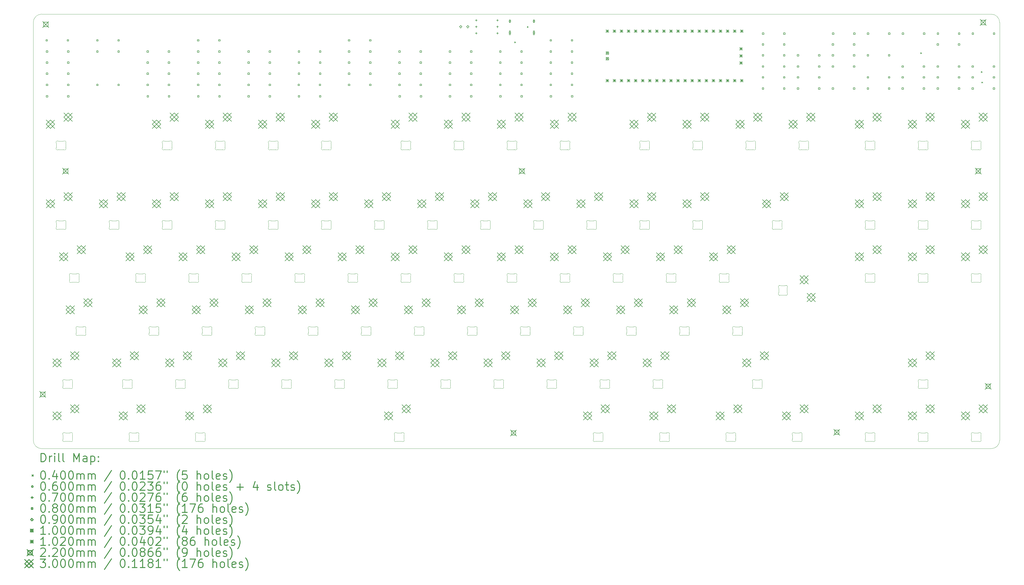
<source format=gbr>
%FSLAX45Y45*%
G04 Gerber Fmt 4.5, Leading zero omitted, Abs format (unit mm)*
G04 Created by KiCad (PCBNEW (5.1.10)-1) date 2021-10-25 12:05:35*
%MOMM*%
%LPD*%
G01*
G04 APERTURE LIST*
%TA.AperFunction,Profile*%
%ADD10C,0.100000*%
%TD*%
%ADD11C,0.200000*%
%ADD12C,0.300000*%
G04 APERTURE END LIST*
D10*
X30751330Y-15998126D02*
G75*
G02*
X30744500Y-15972900I43170J25226D01*
G01*
X30744500Y-15814100D02*
G75*
G02*
X30751330Y-15788874I50000J0D01*
G01*
X30686512Y-15718548D02*
G75*
G02*
X30751370Y-15788826I21688J-45052D01*
G01*
X30686488Y-15718551D02*
G75*
G02*
X30664800Y-15723500I-21688J45052D01*
G01*
X30524200Y-15723500D02*
G75*
G02*
X30502512Y-15718551I0J50000D01*
G01*
X30437630Y-15788826D02*
G75*
G02*
X30502488Y-15718548I43170J25226D01*
G01*
X30437670Y-15788874D02*
G75*
G02*
X30444500Y-15814100I-43170J-25226D01*
G01*
X30444500Y-15972900D02*
G75*
G02*
X30437670Y-15998126I-50000J0D01*
G01*
X30502488Y-16068452D02*
G75*
G02*
X30437630Y-15998174I-21688J45052D01*
G01*
X30502512Y-16068448D02*
G75*
G02*
X30524200Y-16063500I21688J-45052D01*
G01*
X30664800Y-16063500D02*
G75*
G02*
X30686488Y-16068448I0J-50000D01*
G01*
X30751370Y-15998174D02*
G75*
G02*
X30686512Y-16068451I-43170J-25226D01*
G01*
X30744500Y-15814100D02*
X30744500Y-15972900D01*
X30524200Y-15723500D02*
X30664800Y-15723500D01*
X30444500Y-15972900D02*
X30444500Y-15814100D01*
X30664800Y-16063500D02*
X30524200Y-16063500D01*
X8587175Y-10529630D02*
G75*
G02*
X8657451Y-10594488I25226J-43170D01*
G01*
X8652500Y-10616200D02*
G75*
G02*
X8657448Y-10594512I50000J0D01*
G01*
X8657448Y-10778488D02*
G75*
G02*
X8652500Y-10756800I45052J21688D01*
G01*
X8657452Y-10778512D02*
G75*
G02*
X8587174Y-10843370I-45052J-21688D01*
G01*
X8561950Y-10836500D02*
G75*
G02*
X8587176Y-10843330I0J-50000D01*
G01*
X8377824Y-10843330D02*
G75*
G02*
X8403050Y-10836500I25226J-43170D01*
G01*
X8377825Y-10843370D02*
G75*
G02*
X8307548Y-10778512I-25226J43170D01*
G01*
X8312500Y-10756800D02*
G75*
G02*
X8307551Y-10778488I-50000J0D01*
G01*
X8307551Y-10594512D02*
G75*
G02*
X8312500Y-10616200I-45052J-21688D01*
G01*
X8307548Y-10594488D02*
G75*
G02*
X8377826Y-10529630I45052J21688D01*
G01*
X8403050Y-10536500D02*
G75*
G02*
X8377824Y-10529670I0J50000D01*
G01*
X8587176Y-10529670D02*
G75*
G02*
X8561950Y-10536500I-25226J43170D01*
G01*
X8652500Y-10616200D02*
X8652500Y-10756800D01*
X8561950Y-10836500D02*
X8403050Y-10836500D01*
X8312500Y-10756800D02*
X8312500Y-10616200D01*
X8403050Y-10536500D02*
X8561950Y-10536500D01*
X10492175Y-10529630D02*
G75*
G02*
X10562451Y-10594488I25226J-43170D01*
G01*
X10557500Y-10616200D02*
G75*
G02*
X10562448Y-10594512I50000J0D01*
G01*
X10562448Y-10778488D02*
G75*
G02*
X10557500Y-10756800I45052J21688D01*
G01*
X10562452Y-10778512D02*
G75*
G02*
X10492174Y-10843370I-45052J-21688D01*
G01*
X10466900Y-10836500D02*
G75*
G02*
X10492126Y-10843330I0J-50000D01*
G01*
X10282874Y-10843330D02*
G75*
G02*
X10308100Y-10836500I25226J-43170D01*
G01*
X10282826Y-10843370D02*
G75*
G02*
X10212549Y-10778512I-25226J43170D01*
G01*
X10217500Y-10756800D02*
G75*
G02*
X10212552Y-10778488I-50000J0D01*
G01*
X10212552Y-10594512D02*
G75*
G02*
X10217500Y-10616200I-45052J-21688D01*
G01*
X10212549Y-10594488D02*
G75*
G02*
X10282826Y-10529630I45052J21688D01*
G01*
X10308100Y-10536500D02*
G75*
G02*
X10282874Y-10529670I0J50000D01*
G01*
X10492126Y-10529670D02*
G75*
G02*
X10466900Y-10536500I-25226J43170D01*
G01*
X10557500Y-10616200D02*
X10557500Y-10756800D01*
X10466900Y-10836500D02*
X10308100Y-10836500D01*
X10217500Y-10756800D02*
X10217500Y-10616200D01*
X10308100Y-10536500D02*
X10466900Y-10536500D01*
X12397174Y-10529630D02*
G75*
G02*
X12467451Y-10594488I25226J-43170D01*
G01*
X12462500Y-10616200D02*
G75*
G02*
X12467448Y-10594512I50000J0D01*
G01*
X12467448Y-10778488D02*
G75*
G02*
X12462500Y-10756800I45052J21688D01*
G01*
X12467451Y-10778512D02*
G75*
G02*
X12397174Y-10843370I-45052J-21688D01*
G01*
X12371900Y-10836500D02*
G75*
G02*
X12397126Y-10843330I0J-50000D01*
G01*
X12187874Y-10843330D02*
G75*
G02*
X12213100Y-10836500I25226J-43170D01*
G01*
X12187825Y-10843370D02*
G75*
G02*
X12117548Y-10778512I-25226J43170D01*
G01*
X12122500Y-10756800D02*
G75*
G02*
X12117551Y-10778488I-50000J0D01*
G01*
X12117551Y-10594512D02*
G75*
G02*
X12122500Y-10616200I-45052J-21688D01*
G01*
X12117548Y-10594488D02*
G75*
G02*
X12187826Y-10529630I45052J21688D01*
G01*
X12213100Y-10536500D02*
G75*
G02*
X12187874Y-10529670I0J50000D01*
G01*
X12397126Y-10529670D02*
G75*
G02*
X12371900Y-10536500I-25226J43170D01*
G01*
X12462500Y-10616200D02*
X12462500Y-10756800D01*
X12371900Y-10836500D02*
X12213100Y-10836500D01*
X12122500Y-10756800D02*
X12122500Y-10616200D01*
X12213100Y-10536500D02*
X12371900Y-10536500D01*
X14302174Y-10529630D02*
G75*
G02*
X14372451Y-10594488I25226J-43170D01*
G01*
X14367500Y-10616200D02*
G75*
G02*
X14372448Y-10594512I50000J0D01*
G01*
X14372448Y-10778488D02*
G75*
G02*
X14367500Y-10756800I45052J21688D01*
G01*
X14372451Y-10778512D02*
G75*
G02*
X14302174Y-10843370I-45052J-21688D01*
G01*
X14276900Y-10836500D02*
G75*
G02*
X14302126Y-10843330I0J-50000D01*
G01*
X14092874Y-10843330D02*
G75*
G02*
X14118100Y-10836500I25226J-43170D01*
G01*
X14092825Y-10843370D02*
G75*
G02*
X14022548Y-10778512I-25226J43170D01*
G01*
X14027500Y-10756800D02*
G75*
G02*
X14022551Y-10778488I-50000J0D01*
G01*
X14022551Y-10594512D02*
G75*
G02*
X14027500Y-10616200I-45052J-21688D01*
G01*
X14022548Y-10594488D02*
G75*
G02*
X14092826Y-10529630I45052J21688D01*
G01*
X14118100Y-10536500D02*
G75*
G02*
X14092874Y-10529670I0J50000D01*
G01*
X14302126Y-10529670D02*
G75*
G02*
X14276900Y-10536500I-25226J43170D01*
G01*
X14367500Y-10616200D02*
X14367500Y-10756800D01*
X14276900Y-10836500D02*
X14118100Y-10836500D01*
X14027500Y-10756800D02*
X14027500Y-10616200D01*
X14118100Y-10536500D02*
X14276900Y-10536500D01*
X17159675Y-10529630D02*
G75*
G02*
X17229951Y-10594488I25226J-43170D01*
G01*
X17225000Y-10616200D02*
G75*
G02*
X17229948Y-10594512I50000J0D01*
G01*
X17229948Y-10778488D02*
G75*
G02*
X17225000Y-10756800I45052J21688D01*
G01*
X17229952Y-10778512D02*
G75*
G02*
X17159674Y-10843370I-45052J-21688D01*
G01*
X17134400Y-10836500D02*
G75*
G02*
X17159626Y-10843330I0J-50000D01*
G01*
X16950374Y-10843330D02*
G75*
G02*
X16975600Y-10836500I25226J-43170D01*
G01*
X16950326Y-10843370D02*
G75*
G02*
X16880049Y-10778512I-25226J43170D01*
G01*
X16885000Y-10756800D02*
G75*
G02*
X16880052Y-10778488I-50000J0D01*
G01*
X16880052Y-10594512D02*
G75*
G02*
X16885000Y-10616200I-45052J-21688D01*
G01*
X16880049Y-10594488D02*
G75*
G02*
X16950326Y-10529630I45052J21688D01*
G01*
X16975600Y-10536500D02*
G75*
G02*
X16950374Y-10529670I0J50000D01*
G01*
X17159626Y-10529670D02*
G75*
G02*
X17134400Y-10536500I-25226J43170D01*
G01*
X17225000Y-10616200D02*
X17225000Y-10756800D01*
X17134400Y-10836500D02*
X16975600Y-10836500D01*
X16885000Y-10756800D02*
X16885000Y-10616200D01*
X16975600Y-10536500D02*
X17134400Y-10536500D01*
X19064675Y-10529630D02*
G75*
G02*
X19134951Y-10594488I25226J-43170D01*
G01*
X19130000Y-10616200D02*
G75*
G02*
X19134948Y-10594512I50000J0D01*
G01*
X19134948Y-10778488D02*
G75*
G02*
X19130000Y-10756800I45052J21688D01*
G01*
X19134952Y-10778512D02*
G75*
G02*
X19064674Y-10843370I-45052J-21688D01*
G01*
X19039400Y-10836500D02*
G75*
G02*
X19064626Y-10843330I0J-50000D01*
G01*
X18855374Y-10843330D02*
G75*
G02*
X18880600Y-10836500I25226J-43170D01*
G01*
X18855326Y-10843370D02*
G75*
G02*
X18785049Y-10778512I-25226J43170D01*
G01*
X18790000Y-10756800D02*
G75*
G02*
X18785052Y-10778488I-50000J0D01*
G01*
X18785052Y-10594512D02*
G75*
G02*
X18790000Y-10616200I-45052J-21688D01*
G01*
X18785049Y-10594488D02*
G75*
G02*
X18855326Y-10529630I45052J21688D01*
G01*
X18880600Y-10536500D02*
G75*
G02*
X18855374Y-10529670I0J50000D01*
G01*
X19064626Y-10529670D02*
G75*
G02*
X19039400Y-10536500I-25226J43170D01*
G01*
X19130000Y-10616200D02*
X19130000Y-10756800D01*
X19039400Y-10836500D02*
X18880600Y-10836500D01*
X18790000Y-10756800D02*
X18790000Y-10616200D01*
X18880600Y-10536500D02*
X19039400Y-10536500D01*
X20969675Y-10529630D02*
G75*
G02*
X21039951Y-10594488I25226J-43170D01*
G01*
X21035000Y-10616200D02*
G75*
G02*
X21039948Y-10594512I50000J0D01*
G01*
X21039948Y-10778488D02*
G75*
G02*
X21035000Y-10756800I45052J21688D01*
G01*
X21039952Y-10778512D02*
G75*
G02*
X20969674Y-10843370I-45052J-21688D01*
G01*
X20944400Y-10836500D02*
G75*
G02*
X20969626Y-10843330I0J-50000D01*
G01*
X20760374Y-10843330D02*
G75*
G02*
X20785600Y-10836500I25226J-43170D01*
G01*
X20760326Y-10843370D02*
G75*
G02*
X20690049Y-10778512I-25226J43170D01*
G01*
X20695000Y-10756800D02*
G75*
G02*
X20690052Y-10778488I-50000J0D01*
G01*
X20690052Y-10594512D02*
G75*
G02*
X20695000Y-10616200I-45052J-21688D01*
G01*
X20690049Y-10594488D02*
G75*
G02*
X20760326Y-10529630I45052J21688D01*
G01*
X20785600Y-10536500D02*
G75*
G02*
X20760374Y-10529670I0J50000D01*
G01*
X20969626Y-10529670D02*
G75*
G02*
X20944400Y-10536500I-25226J43170D01*
G01*
X21035000Y-10616200D02*
X21035000Y-10756800D01*
X20944400Y-10836500D02*
X20785600Y-10836500D01*
X20695000Y-10756800D02*
X20695000Y-10616200D01*
X20785600Y-10536500D02*
X20944400Y-10536500D01*
X22874674Y-10529630D02*
G75*
G02*
X22944951Y-10594488I25226J-43170D01*
G01*
X22940000Y-10616200D02*
G75*
G02*
X22944948Y-10594512I50000J0D01*
G01*
X22944948Y-10778488D02*
G75*
G02*
X22940000Y-10756800I45052J21688D01*
G01*
X22944951Y-10778512D02*
G75*
G02*
X22874674Y-10843370I-45052J-21688D01*
G01*
X22849400Y-10836500D02*
G75*
G02*
X22874626Y-10843330I0J-50000D01*
G01*
X22665374Y-10843330D02*
G75*
G02*
X22690600Y-10836500I25226J-43170D01*
G01*
X22665325Y-10843370D02*
G75*
G02*
X22595048Y-10778512I-25226J43170D01*
G01*
X22600000Y-10756800D02*
G75*
G02*
X22595051Y-10778488I-50000J0D01*
G01*
X22595051Y-10594512D02*
G75*
G02*
X22600000Y-10616200I-45052J-21688D01*
G01*
X22595048Y-10594488D02*
G75*
G02*
X22665326Y-10529630I45052J21688D01*
G01*
X22690600Y-10536500D02*
G75*
G02*
X22665374Y-10529670I0J50000D01*
G01*
X22874626Y-10529670D02*
G75*
G02*
X22849400Y-10536500I-25226J43170D01*
G01*
X22940000Y-10616200D02*
X22940000Y-10756800D01*
X22849400Y-10836500D02*
X22690600Y-10836500D01*
X22600000Y-10756800D02*
X22600000Y-10616200D01*
X22690600Y-10536500D02*
X22849400Y-10536500D01*
X25732174Y-10529630D02*
G75*
G02*
X25802451Y-10594488I25226J-43170D01*
G01*
X25797500Y-10616200D02*
G75*
G02*
X25802448Y-10594512I50000J0D01*
G01*
X25802448Y-10778488D02*
G75*
G02*
X25797500Y-10756800I45052J21688D01*
G01*
X25802451Y-10778512D02*
G75*
G02*
X25732174Y-10843370I-45052J-21688D01*
G01*
X25706900Y-10836500D02*
G75*
G02*
X25732126Y-10843330I0J-50000D01*
G01*
X25522874Y-10843330D02*
G75*
G02*
X25548100Y-10836500I25226J-43170D01*
G01*
X25522825Y-10843370D02*
G75*
G02*
X25452548Y-10778512I-25226J43170D01*
G01*
X25457500Y-10756800D02*
G75*
G02*
X25452551Y-10778488I-50000J0D01*
G01*
X25452551Y-10594512D02*
G75*
G02*
X25457500Y-10616200I-45052J-21688D01*
G01*
X25452548Y-10594488D02*
G75*
G02*
X25522826Y-10529630I45052J21688D01*
G01*
X25548100Y-10536500D02*
G75*
G02*
X25522874Y-10529670I0J50000D01*
G01*
X25732126Y-10529670D02*
G75*
G02*
X25706900Y-10536500I-25226J43170D01*
G01*
X25797500Y-10616200D02*
X25797500Y-10756800D01*
X25706900Y-10836500D02*
X25548100Y-10836500D01*
X25457500Y-10756800D02*
X25457500Y-10616200D01*
X25548100Y-10536500D02*
X25706900Y-10536500D01*
X27637174Y-10529630D02*
G75*
G02*
X27707451Y-10594488I25226J-43170D01*
G01*
X27702500Y-10616200D02*
G75*
G02*
X27707448Y-10594512I50000J0D01*
G01*
X27707448Y-10778488D02*
G75*
G02*
X27702500Y-10756800I45052J21688D01*
G01*
X27707451Y-10778512D02*
G75*
G02*
X27637174Y-10843370I-45052J-21688D01*
G01*
X27611900Y-10836500D02*
G75*
G02*
X27637126Y-10843330I0J-50000D01*
G01*
X27427874Y-10843330D02*
G75*
G02*
X27453100Y-10836500I25226J-43170D01*
G01*
X27427825Y-10843370D02*
G75*
G02*
X27357548Y-10778512I-25226J43170D01*
G01*
X27362500Y-10756800D02*
G75*
G02*
X27357551Y-10778488I-50000J0D01*
G01*
X27357551Y-10594512D02*
G75*
G02*
X27362500Y-10616200I-45052J-21688D01*
G01*
X27357548Y-10594488D02*
G75*
G02*
X27427826Y-10529630I45052J21688D01*
G01*
X27453100Y-10536500D02*
G75*
G02*
X27427874Y-10529670I0J50000D01*
G01*
X27637126Y-10529670D02*
G75*
G02*
X27611900Y-10536500I-25226J43170D01*
G01*
X27702500Y-10616200D02*
X27702500Y-10756800D01*
X27611900Y-10836500D02*
X27453100Y-10836500D01*
X27362500Y-10756800D02*
X27362500Y-10616200D01*
X27453100Y-10536500D02*
X27611900Y-10536500D01*
X29542174Y-10529630D02*
G75*
G02*
X29612451Y-10594488I25226J-43170D01*
G01*
X29607500Y-10616200D02*
G75*
G02*
X29612448Y-10594512I50000J0D01*
G01*
X29612448Y-10778488D02*
G75*
G02*
X29607500Y-10756800I45052J21688D01*
G01*
X29612451Y-10778512D02*
G75*
G02*
X29542174Y-10843370I-45052J-21688D01*
G01*
X29516900Y-10836500D02*
G75*
G02*
X29542126Y-10843330I0J-50000D01*
G01*
X29332874Y-10843330D02*
G75*
G02*
X29358100Y-10836500I25226J-43170D01*
G01*
X29332825Y-10843370D02*
G75*
G02*
X29262548Y-10778512I-25226J43170D01*
G01*
X29267500Y-10756800D02*
G75*
G02*
X29262551Y-10778488I-50000J0D01*
G01*
X29262551Y-10594512D02*
G75*
G02*
X29267500Y-10616200I-45052J-21688D01*
G01*
X29262548Y-10594488D02*
G75*
G02*
X29332826Y-10529630I45052J21688D01*
G01*
X29358100Y-10536500D02*
G75*
G02*
X29332874Y-10529670I0J50000D01*
G01*
X29542126Y-10529670D02*
G75*
G02*
X29516900Y-10536500I-25226J43170D01*
G01*
X29607500Y-10616200D02*
X29607500Y-10756800D01*
X29516900Y-10836500D02*
X29358100Y-10836500D01*
X29267500Y-10756800D02*
X29267500Y-10616200D01*
X29358100Y-10536500D02*
X29516900Y-10536500D01*
X31447174Y-10529630D02*
G75*
G02*
X31517451Y-10594488I25226J-43170D01*
G01*
X31512500Y-10616200D02*
G75*
G02*
X31517448Y-10594512I50000J0D01*
G01*
X31517448Y-10778488D02*
G75*
G02*
X31512500Y-10756800I45052J21688D01*
G01*
X31517451Y-10778512D02*
G75*
G02*
X31447174Y-10843370I-45052J-21688D01*
G01*
X31421900Y-10836500D02*
G75*
G02*
X31447126Y-10843330I0J-50000D01*
G01*
X31237874Y-10843330D02*
G75*
G02*
X31263100Y-10836500I25226J-43170D01*
G01*
X31237825Y-10843370D02*
G75*
G02*
X31167548Y-10778512I-25226J43170D01*
G01*
X31172500Y-10756800D02*
G75*
G02*
X31167551Y-10778488I-50000J0D01*
G01*
X31167551Y-10594512D02*
G75*
G02*
X31172500Y-10616200I-45052J-21688D01*
G01*
X31167548Y-10594488D02*
G75*
G02*
X31237826Y-10529630I45052J21688D01*
G01*
X31263100Y-10536500D02*
G75*
G02*
X31237874Y-10529670I0J50000D01*
G01*
X31447126Y-10529670D02*
G75*
G02*
X31421900Y-10536500I-25226J43170D01*
G01*
X31512500Y-10616200D02*
X31512500Y-10756800D01*
X31421900Y-10836500D02*
X31263100Y-10836500D01*
X31172500Y-10756800D02*
X31172500Y-10616200D01*
X31263100Y-10536500D02*
X31421900Y-10536500D01*
X33828375Y-10529630D02*
G75*
G02*
X33898651Y-10594488I25226J-43170D01*
G01*
X33893700Y-10616200D02*
G75*
G02*
X33898648Y-10594512I50000J0D01*
G01*
X33898648Y-10778488D02*
G75*
G02*
X33893700Y-10756800I45052J21688D01*
G01*
X33898652Y-10778512D02*
G75*
G02*
X33828374Y-10843370I-45052J-21688D01*
G01*
X33803200Y-10836500D02*
G75*
G02*
X33828426Y-10843330I0J-50000D01*
G01*
X33619074Y-10843330D02*
G75*
G02*
X33644300Y-10836500I25226J-43170D01*
G01*
X33619126Y-10843370D02*
G75*
G02*
X33548848Y-10778512I-25226J43170D01*
G01*
X33553800Y-10756800D02*
G75*
G02*
X33548851Y-10778488I-50000J0D01*
G01*
X33548851Y-10594512D02*
G75*
G02*
X33553800Y-10616200I-45052J-21688D01*
G01*
X33548848Y-10594488D02*
G75*
G02*
X33619126Y-10529630I45052J21688D01*
G01*
X33644300Y-10536500D02*
G75*
G02*
X33619074Y-10529670I0J50000D01*
G01*
X33828426Y-10529670D02*
G75*
G02*
X33803200Y-10536500I-25226J43170D01*
G01*
X33893700Y-10616200D02*
X33893700Y-10756800D01*
X33803200Y-10836500D02*
X33644300Y-10836500D01*
X33553800Y-10756800D02*
X33553800Y-10616200D01*
X33644300Y-10536500D02*
X33803200Y-10536500D01*
X35733375Y-10529630D02*
G75*
G02*
X35803651Y-10594488I25226J-43170D01*
G01*
X35798700Y-10616200D02*
G75*
G02*
X35803648Y-10594512I50000J0D01*
G01*
X35803648Y-10778488D02*
G75*
G02*
X35798700Y-10756800I45052J21688D01*
G01*
X35803652Y-10778512D02*
G75*
G02*
X35733374Y-10843370I-45052J-21688D01*
G01*
X35708200Y-10836500D02*
G75*
G02*
X35733426Y-10843330I0J-50000D01*
G01*
X35524074Y-10843330D02*
G75*
G02*
X35549300Y-10836500I25226J-43170D01*
G01*
X35524126Y-10843370D02*
G75*
G02*
X35453849Y-10778512I-25226J43170D01*
G01*
X35458800Y-10756800D02*
G75*
G02*
X35453852Y-10778488I-50000J0D01*
G01*
X35453852Y-10594512D02*
G75*
G02*
X35458800Y-10616200I-45052J-21688D01*
G01*
X35453849Y-10594488D02*
G75*
G02*
X35524126Y-10529630I45052J21688D01*
G01*
X35549300Y-10536500D02*
G75*
G02*
X35524074Y-10529670I0J50000D01*
G01*
X35733426Y-10529670D02*
G75*
G02*
X35708200Y-10536500I-25226J43170D01*
G01*
X35798700Y-10616200D02*
X35798700Y-10756800D01*
X35708200Y-10836500D02*
X35549300Y-10836500D01*
X35458800Y-10756800D02*
X35458800Y-10616200D01*
X35549300Y-10536500D02*
X35708200Y-10536500D01*
X37638375Y-10529630D02*
G75*
G02*
X37708651Y-10594488I25226J-43170D01*
G01*
X37703700Y-10616200D02*
G75*
G02*
X37708648Y-10594512I50000J0D01*
G01*
X37708648Y-10778488D02*
G75*
G02*
X37703700Y-10756800I45052J21688D01*
G01*
X37708652Y-10778512D02*
G75*
G02*
X37638374Y-10843370I-45052J-21688D01*
G01*
X37613200Y-10836500D02*
G75*
G02*
X37638426Y-10843330I0J-50000D01*
G01*
X37429074Y-10843330D02*
G75*
G02*
X37454300Y-10836500I25226J-43170D01*
G01*
X37429126Y-10843370D02*
G75*
G02*
X37358849Y-10778512I-25226J43170D01*
G01*
X37363800Y-10756800D02*
G75*
G02*
X37358852Y-10778488I-50000J0D01*
G01*
X37358852Y-10594512D02*
G75*
G02*
X37363800Y-10616200I-45052J-21688D01*
G01*
X37358849Y-10594488D02*
G75*
G02*
X37429126Y-10529630I45052J21688D01*
G01*
X37454300Y-10536500D02*
G75*
G02*
X37429074Y-10529670I0J50000D01*
G01*
X37638426Y-10529670D02*
G75*
G02*
X37613200Y-10536500I-25226J43170D01*
G01*
X37703700Y-10616200D02*
X37703700Y-10756800D01*
X37613200Y-10836500D02*
X37454300Y-10836500D01*
X37363800Y-10756800D02*
X37363800Y-10616200D01*
X37454300Y-10536500D02*
X37613200Y-10536500D01*
X4777175Y-13387130D02*
G75*
G02*
X4847451Y-13451988I25226J-43170D01*
G01*
X4842500Y-13473700D02*
G75*
G02*
X4847448Y-13452012I50000J0D01*
G01*
X4847448Y-13635988D02*
G75*
G02*
X4842500Y-13614300I45052J21688D01*
G01*
X4847452Y-13636012D02*
G75*
G02*
X4777174Y-13700870I-45052J-21688D01*
G01*
X4751950Y-13694000D02*
G75*
G02*
X4777176Y-13700830I0J-50000D01*
G01*
X4567824Y-13700830D02*
G75*
G02*
X4593050Y-13694000I25226J-43170D01*
G01*
X4567826Y-13700870D02*
G75*
G02*
X4497549Y-13636012I-25226J43170D01*
G01*
X4502500Y-13614300D02*
G75*
G02*
X4497552Y-13635988I-50000J0D01*
G01*
X4497552Y-13452012D02*
G75*
G02*
X4502500Y-13473700I-45052J-21688D01*
G01*
X4497549Y-13451988D02*
G75*
G02*
X4567826Y-13387130I45052J21688D01*
G01*
X4593050Y-13394000D02*
G75*
G02*
X4567824Y-13387170I0J50000D01*
G01*
X4777176Y-13387170D02*
G75*
G02*
X4751950Y-13394000I-25226J43170D01*
G01*
X4842500Y-13473700D02*
X4842500Y-13614300D01*
X4751950Y-13694000D02*
X4593050Y-13694000D01*
X4502500Y-13614300D02*
X4502500Y-13473700D01*
X4593050Y-13394000D02*
X4751950Y-13394000D01*
X6682174Y-13387130D02*
G75*
G02*
X6752451Y-13451988I25226J-43170D01*
G01*
X6747500Y-13473700D02*
G75*
G02*
X6752448Y-13452012I50000J0D01*
G01*
X6752448Y-13635988D02*
G75*
G02*
X6747500Y-13614300I45052J21688D01*
G01*
X6752451Y-13636012D02*
G75*
G02*
X6682174Y-13700870I-45052J-21688D01*
G01*
X6656950Y-13694000D02*
G75*
G02*
X6682176Y-13700830I0J-50000D01*
G01*
X6472824Y-13700830D02*
G75*
G02*
X6498050Y-13694000I25226J-43170D01*
G01*
X6472825Y-13700870D02*
G75*
G02*
X6402548Y-13636012I-25226J43170D01*
G01*
X6407500Y-13614300D02*
G75*
G02*
X6402551Y-13635988I-50000J0D01*
G01*
X6402551Y-13452012D02*
G75*
G02*
X6407500Y-13473700I-45052J-21688D01*
G01*
X6402548Y-13451988D02*
G75*
G02*
X6472826Y-13387130I45052J21688D01*
G01*
X6498050Y-13394000D02*
G75*
G02*
X6472824Y-13387170I0J50000D01*
G01*
X6682176Y-13387170D02*
G75*
G02*
X6656950Y-13394000I-25226J43170D01*
G01*
X6747500Y-13473700D02*
X6747500Y-13614300D01*
X6656950Y-13694000D02*
X6498050Y-13694000D01*
X6407500Y-13614300D02*
X6407500Y-13473700D01*
X6498050Y-13394000D02*
X6656950Y-13394000D01*
X8587175Y-13387130D02*
G75*
G02*
X8657451Y-13451988I25226J-43170D01*
G01*
X8652500Y-13473700D02*
G75*
G02*
X8657448Y-13452012I50000J0D01*
G01*
X8657448Y-13635988D02*
G75*
G02*
X8652500Y-13614300I45052J21688D01*
G01*
X8657452Y-13636012D02*
G75*
G02*
X8587174Y-13700870I-45052J-21688D01*
G01*
X8561950Y-13694000D02*
G75*
G02*
X8587176Y-13700830I0J-50000D01*
G01*
X8377824Y-13700830D02*
G75*
G02*
X8403050Y-13694000I25226J-43170D01*
G01*
X8377825Y-13700870D02*
G75*
G02*
X8307548Y-13636012I-25226J43170D01*
G01*
X8312500Y-13614300D02*
G75*
G02*
X8307551Y-13635988I-50000J0D01*
G01*
X8307551Y-13452012D02*
G75*
G02*
X8312500Y-13473700I-45052J-21688D01*
G01*
X8307548Y-13451988D02*
G75*
G02*
X8377826Y-13387130I45052J21688D01*
G01*
X8403050Y-13394000D02*
G75*
G02*
X8377824Y-13387170I0J50000D01*
G01*
X8587176Y-13387170D02*
G75*
G02*
X8561950Y-13394000I-25226J43170D01*
G01*
X8652500Y-13473700D02*
X8652500Y-13614300D01*
X8561950Y-13694000D02*
X8403050Y-13694000D01*
X8312500Y-13614300D02*
X8312500Y-13473700D01*
X8403050Y-13394000D02*
X8561950Y-13394000D01*
X10492175Y-13387130D02*
G75*
G02*
X10562451Y-13451988I25226J-43170D01*
G01*
X10557500Y-13473700D02*
G75*
G02*
X10562448Y-13452012I50000J0D01*
G01*
X10562448Y-13635988D02*
G75*
G02*
X10557500Y-13614300I45052J21688D01*
G01*
X10562452Y-13636012D02*
G75*
G02*
X10492174Y-13700870I-45052J-21688D01*
G01*
X10466900Y-13694000D02*
G75*
G02*
X10492126Y-13700830I0J-50000D01*
G01*
X10282874Y-13700830D02*
G75*
G02*
X10308100Y-13694000I25226J-43170D01*
G01*
X10282826Y-13700870D02*
G75*
G02*
X10212549Y-13636012I-25226J43170D01*
G01*
X10217500Y-13614300D02*
G75*
G02*
X10212552Y-13635988I-50000J0D01*
G01*
X10212552Y-13452012D02*
G75*
G02*
X10217500Y-13473700I-45052J-21688D01*
G01*
X10212549Y-13451988D02*
G75*
G02*
X10282826Y-13387130I45052J21688D01*
G01*
X10308100Y-13394000D02*
G75*
G02*
X10282874Y-13387170I0J50000D01*
G01*
X10492126Y-13387170D02*
G75*
G02*
X10466900Y-13394000I-25226J43170D01*
G01*
X10557500Y-13473700D02*
X10557500Y-13614300D01*
X10466900Y-13694000D02*
X10308100Y-13694000D01*
X10217500Y-13614300D02*
X10217500Y-13473700D01*
X10308100Y-13394000D02*
X10466900Y-13394000D01*
X12397174Y-13387130D02*
G75*
G02*
X12467451Y-13451988I25226J-43170D01*
G01*
X12462500Y-13473700D02*
G75*
G02*
X12467448Y-13452012I50000J0D01*
G01*
X12467448Y-13635988D02*
G75*
G02*
X12462500Y-13614300I45052J21688D01*
G01*
X12467451Y-13636012D02*
G75*
G02*
X12397174Y-13700870I-45052J-21688D01*
G01*
X12371900Y-13694000D02*
G75*
G02*
X12397126Y-13700830I0J-50000D01*
G01*
X12187874Y-13700830D02*
G75*
G02*
X12213100Y-13694000I25226J-43170D01*
G01*
X12187825Y-13700870D02*
G75*
G02*
X12117548Y-13636012I-25226J43170D01*
G01*
X12122500Y-13614300D02*
G75*
G02*
X12117551Y-13635988I-50000J0D01*
G01*
X12117551Y-13452012D02*
G75*
G02*
X12122500Y-13473700I-45052J-21688D01*
G01*
X12117548Y-13451988D02*
G75*
G02*
X12187826Y-13387130I45052J21688D01*
G01*
X12213100Y-13394000D02*
G75*
G02*
X12187874Y-13387170I0J50000D01*
G01*
X12397126Y-13387170D02*
G75*
G02*
X12371900Y-13394000I-25226J43170D01*
G01*
X12462500Y-13473700D02*
X12462500Y-13614300D01*
X12371900Y-13694000D02*
X12213100Y-13694000D01*
X12122500Y-13614300D02*
X12122500Y-13473700D01*
X12213100Y-13394000D02*
X12371900Y-13394000D01*
X14302174Y-13387130D02*
G75*
G02*
X14372451Y-13451988I25226J-43170D01*
G01*
X14367500Y-13473700D02*
G75*
G02*
X14372448Y-13452012I50000J0D01*
G01*
X14372448Y-13635988D02*
G75*
G02*
X14367500Y-13614300I45052J21688D01*
G01*
X14372451Y-13636012D02*
G75*
G02*
X14302174Y-13700870I-45052J-21688D01*
G01*
X14276900Y-13694000D02*
G75*
G02*
X14302126Y-13700830I0J-50000D01*
G01*
X14092874Y-13700830D02*
G75*
G02*
X14118100Y-13694000I25226J-43170D01*
G01*
X14092825Y-13700870D02*
G75*
G02*
X14022548Y-13636012I-25226J43170D01*
G01*
X14027500Y-13614300D02*
G75*
G02*
X14022551Y-13635988I-50000J0D01*
G01*
X14022551Y-13452012D02*
G75*
G02*
X14027500Y-13473700I-45052J-21688D01*
G01*
X14022548Y-13451988D02*
G75*
G02*
X14092826Y-13387130I45052J21688D01*
G01*
X14118100Y-13394000D02*
G75*
G02*
X14092874Y-13387170I0J50000D01*
G01*
X14302126Y-13387170D02*
G75*
G02*
X14276900Y-13394000I-25226J43170D01*
G01*
X14367500Y-13473700D02*
X14367500Y-13614300D01*
X14276900Y-13694000D02*
X14118100Y-13694000D01*
X14027500Y-13614300D02*
X14027500Y-13473700D01*
X14118100Y-13394000D02*
X14276900Y-13394000D01*
X16207174Y-13387130D02*
G75*
G02*
X16277451Y-13451988I25226J-43170D01*
G01*
X16272500Y-13473700D02*
G75*
G02*
X16277448Y-13452012I50000J0D01*
G01*
X16277448Y-13635988D02*
G75*
G02*
X16272500Y-13614300I45052J21688D01*
G01*
X16277451Y-13636012D02*
G75*
G02*
X16207174Y-13700870I-45052J-21688D01*
G01*
X16181900Y-13694000D02*
G75*
G02*
X16207126Y-13700830I0J-50000D01*
G01*
X15997874Y-13700830D02*
G75*
G02*
X16023100Y-13694000I25226J-43170D01*
G01*
X15997825Y-13700870D02*
G75*
G02*
X15927548Y-13636012I-25226J43170D01*
G01*
X15932500Y-13614300D02*
G75*
G02*
X15927551Y-13635988I-50000J0D01*
G01*
X15927551Y-13452012D02*
G75*
G02*
X15932500Y-13473700I-45052J-21688D01*
G01*
X15927548Y-13451988D02*
G75*
G02*
X15997826Y-13387130I45052J21688D01*
G01*
X16023100Y-13394000D02*
G75*
G02*
X15997874Y-13387170I0J50000D01*
G01*
X16207126Y-13387170D02*
G75*
G02*
X16181900Y-13394000I-25226J43170D01*
G01*
X16272500Y-13473700D02*
X16272500Y-13614300D01*
X16181900Y-13694000D02*
X16023100Y-13694000D01*
X15932500Y-13614300D02*
X15932500Y-13473700D01*
X16023100Y-13394000D02*
X16181900Y-13394000D01*
X18112175Y-13387130D02*
G75*
G02*
X18182451Y-13451988I25226J-43170D01*
G01*
X18177500Y-13473700D02*
G75*
G02*
X18182448Y-13452012I50000J0D01*
G01*
X18182448Y-13635988D02*
G75*
G02*
X18177500Y-13614300I45052J21688D01*
G01*
X18182452Y-13636012D02*
G75*
G02*
X18112174Y-13700870I-45052J-21688D01*
G01*
X18086900Y-13694000D02*
G75*
G02*
X18112126Y-13700830I0J-50000D01*
G01*
X17902874Y-13700830D02*
G75*
G02*
X17928100Y-13694000I25226J-43170D01*
G01*
X17902826Y-13700870D02*
G75*
G02*
X17832549Y-13636012I-25226J43170D01*
G01*
X17837500Y-13614300D02*
G75*
G02*
X17832552Y-13635988I-50000J0D01*
G01*
X17832552Y-13452012D02*
G75*
G02*
X17837500Y-13473700I-45052J-21688D01*
G01*
X17832549Y-13451988D02*
G75*
G02*
X17902826Y-13387130I45052J21688D01*
G01*
X17928100Y-13394000D02*
G75*
G02*
X17902874Y-13387170I0J50000D01*
G01*
X18112126Y-13387170D02*
G75*
G02*
X18086900Y-13394000I-25226J43170D01*
G01*
X18177500Y-13473700D02*
X18177500Y-13614300D01*
X18086900Y-13694000D02*
X17928100Y-13694000D01*
X17837500Y-13614300D02*
X17837500Y-13473700D01*
X17928100Y-13394000D02*
X18086900Y-13394000D01*
X20017175Y-13387130D02*
G75*
G02*
X20087451Y-13451988I25226J-43170D01*
G01*
X20082500Y-13473700D02*
G75*
G02*
X20087448Y-13452012I50000J0D01*
G01*
X20087448Y-13635988D02*
G75*
G02*
X20082500Y-13614300I45052J21688D01*
G01*
X20087452Y-13636012D02*
G75*
G02*
X20017174Y-13700870I-45052J-21688D01*
G01*
X19991900Y-13694000D02*
G75*
G02*
X20017126Y-13700830I0J-50000D01*
G01*
X19807874Y-13700830D02*
G75*
G02*
X19833100Y-13694000I25226J-43170D01*
G01*
X19807826Y-13700870D02*
G75*
G02*
X19737549Y-13636012I-25226J43170D01*
G01*
X19742500Y-13614300D02*
G75*
G02*
X19737552Y-13635988I-50000J0D01*
G01*
X19737552Y-13452012D02*
G75*
G02*
X19742500Y-13473700I-45052J-21688D01*
G01*
X19737549Y-13451988D02*
G75*
G02*
X19807826Y-13387130I45052J21688D01*
G01*
X19833100Y-13394000D02*
G75*
G02*
X19807874Y-13387170I0J50000D01*
G01*
X20017126Y-13387170D02*
G75*
G02*
X19991900Y-13394000I-25226J43170D01*
G01*
X20082500Y-13473700D02*
X20082500Y-13614300D01*
X19991900Y-13694000D02*
X19833100Y-13694000D01*
X19742500Y-13614300D02*
X19742500Y-13473700D01*
X19833100Y-13394000D02*
X19991900Y-13394000D01*
X21922175Y-13387130D02*
G75*
G02*
X21992451Y-13451988I25226J-43170D01*
G01*
X21987500Y-13473700D02*
G75*
G02*
X21992448Y-13452012I50000J0D01*
G01*
X21992448Y-13635988D02*
G75*
G02*
X21987500Y-13614300I45052J21688D01*
G01*
X21992452Y-13636012D02*
G75*
G02*
X21922174Y-13700870I-45052J-21688D01*
G01*
X21896900Y-13694000D02*
G75*
G02*
X21922126Y-13700830I0J-50000D01*
G01*
X21712874Y-13700830D02*
G75*
G02*
X21738100Y-13694000I25226J-43170D01*
G01*
X21712826Y-13700870D02*
G75*
G02*
X21642549Y-13636012I-25226J43170D01*
G01*
X21647500Y-13614300D02*
G75*
G02*
X21642552Y-13635988I-50000J0D01*
G01*
X21642552Y-13452012D02*
G75*
G02*
X21647500Y-13473700I-45052J-21688D01*
G01*
X21642549Y-13451988D02*
G75*
G02*
X21712826Y-13387130I45052J21688D01*
G01*
X21738100Y-13394000D02*
G75*
G02*
X21712874Y-13387170I0J50000D01*
G01*
X21922126Y-13387170D02*
G75*
G02*
X21896900Y-13394000I-25226J43170D01*
G01*
X21987500Y-13473700D02*
X21987500Y-13614300D01*
X21896900Y-13694000D02*
X21738100Y-13694000D01*
X21647500Y-13614300D02*
X21647500Y-13473700D01*
X21738100Y-13394000D02*
X21896900Y-13394000D01*
X23827174Y-13387130D02*
G75*
G02*
X23897451Y-13451988I25226J-43170D01*
G01*
X23892500Y-13473700D02*
G75*
G02*
X23897448Y-13452012I50000J0D01*
G01*
X23897448Y-13635988D02*
G75*
G02*
X23892500Y-13614300I45052J21688D01*
G01*
X23897451Y-13636012D02*
G75*
G02*
X23827174Y-13700870I-45052J-21688D01*
G01*
X23801900Y-13694000D02*
G75*
G02*
X23827126Y-13700830I0J-50000D01*
G01*
X23617874Y-13700830D02*
G75*
G02*
X23643100Y-13694000I25226J-43170D01*
G01*
X23617825Y-13700870D02*
G75*
G02*
X23547548Y-13636012I-25226J43170D01*
G01*
X23552500Y-13614300D02*
G75*
G02*
X23547551Y-13635988I-50000J0D01*
G01*
X23547551Y-13452012D02*
G75*
G02*
X23552500Y-13473700I-45052J-21688D01*
G01*
X23547548Y-13451988D02*
G75*
G02*
X23617826Y-13387130I45052J21688D01*
G01*
X23643100Y-13394000D02*
G75*
G02*
X23617874Y-13387170I0J50000D01*
G01*
X23827126Y-13387170D02*
G75*
G02*
X23801900Y-13394000I-25226J43170D01*
G01*
X23892500Y-13473700D02*
X23892500Y-13614300D01*
X23801900Y-13694000D02*
X23643100Y-13694000D01*
X23552500Y-13614300D02*
X23552500Y-13473700D01*
X23643100Y-13394000D02*
X23801900Y-13394000D01*
X25732174Y-13387130D02*
G75*
G02*
X25802451Y-13451988I25226J-43170D01*
G01*
X25797500Y-13473700D02*
G75*
G02*
X25802448Y-13452012I50000J0D01*
G01*
X25802448Y-13635988D02*
G75*
G02*
X25797500Y-13614300I45052J21688D01*
G01*
X25802451Y-13636012D02*
G75*
G02*
X25732174Y-13700870I-45052J-21688D01*
G01*
X25706900Y-13694000D02*
G75*
G02*
X25732126Y-13700830I0J-50000D01*
G01*
X25522874Y-13700830D02*
G75*
G02*
X25548100Y-13694000I25226J-43170D01*
G01*
X25522825Y-13700870D02*
G75*
G02*
X25452548Y-13636012I-25226J43170D01*
G01*
X25457500Y-13614300D02*
G75*
G02*
X25452551Y-13635988I-50000J0D01*
G01*
X25452551Y-13452012D02*
G75*
G02*
X25457500Y-13473700I-45052J-21688D01*
G01*
X25452548Y-13451988D02*
G75*
G02*
X25522826Y-13387130I45052J21688D01*
G01*
X25548100Y-13394000D02*
G75*
G02*
X25522874Y-13387170I0J50000D01*
G01*
X25732126Y-13387170D02*
G75*
G02*
X25706900Y-13394000I-25226J43170D01*
G01*
X25797500Y-13473700D02*
X25797500Y-13614300D01*
X25706900Y-13694000D02*
X25548100Y-13694000D01*
X25457500Y-13614300D02*
X25457500Y-13473700D01*
X25548100Y-13394000D02*
X25706900Y-13394000D01*
X27637174Y-13387130D02*
G75*
G02*
X27707451Y-13451988I25226J-43170D01*
G01*
X27702500Y-13473700D02*
G75*
G02*
X27707448Y-13452012I50000J0D01*
G01*
X27707448Y-13635988D02*
G75*
G02*
X27702500Y-13614300I45052J21688D01*
G01*
X27707451Y-13636012D02*
G75*
G02*
X27637174Y-13700870I-45052J-21688D01*
G01*
X27611900Y-13694000D02*
G75*
G02*
X27637126Y-13700830I0J-50000D01*
G01*
X27427874Y-13700830D02*
G75*
G02*
X27453100Y-13694000I25226J-43170D01*
G01*
X27427825Y-13700870D02*
G75*
G02*
X27357548Y-13636012I-25226J43170D01*
G01*
X27362500Y-13614300D02*
G75*
G02*
X27357551Y-13635988I-50000J0D01*
G01*
X27357551Y-13452012D02*
G75*
G02*
X27362500Y-13473700I-45052J-21688D01*
G01*
X27357548Y-13451988D02*
G75*
G02*
X27427826Y-13387130I45052J21688D01*
G01*
X27453100Y-13394000D02*
G75*
G02*
X27427874Y-13387170I0J50000D01*
G01*
X27637126Y-13387170D02*
G75*
G02*
X27611900Y-13394000I-25226J43170D01*
G01*
X27702500Y-13473700D02*
X27702500Y-13614300D01*
X27611900Y-13694000D02*
X27453100Y-13694000D01*
X27362500Y-13614300D02*
X27362500Y-13473700D01*
X27453100Y-13394000D02*
X27611900Y-13394000D01*
X30494674Y-13387130D02*
G75*
G02*
X30564951Y-13451988I25226J-43170D01*
G01*
X30560000Y-13473700D02*
G75*
G02*
X30564948Y-13452012I50000J0D01*
G01*
X30564948Y-13635988D02*
G75*
G02*
X30560000Y-13614300I45052J21688D01*
G01*
X30564951Y-13636012D02*
G75*
G02*
X30494674Y-13700870I-45052J-21688D01*
G01*
X30469400Y-13694000D02*
G75*
G02*
X30494626Y-13700830I0J-50000D01*
G01*
X30285374Y-13700830D02*
G75*
G02*
X30310600Y-13694000I25226J-43170D01*
G01*
X30285325Y-13700870D02*
G75*
G02*
X30215048Y-13636012I-25226J43170D01*
G01*
X30220000Y-13614300D02*
G75*
G02*
X30215051Y-13635988I-50000J0D01*
G01*
X30215051Y-13452012D02*
G75*
G02*
X30220000Y-13473700I-45052J-21688D01*
G01*
X30215048Y-13451988D02*
G75*
G02*
X30285326Y-13387130I45052J21688D01*
G01*
X30310600Y-13394000D02*
G75*
G02*
X30285374Y-13387170I0J50000D01*
G01*
X30494626Y-13387170D02*
G75*
G02*
X30469400Y-13394000I-25226J43170D01*
G01*
X30560000Y-13473700D02*
X30560000Y-13614300D01*
X30469400Y-13694000D02*
X30310600Y-13694000D01*
X30220000Y-13614300D02*
X30220000Y-13473700D01*
X30310600Y-13394000D02*
X30469400Y-13394000D01*
X33828375Y-13387130D02*
G75*
G02*
X33898651Y-13451988I25226J-43170D01*
G01*
X33893700Y-13473700D02*
G75*
G02*
X33898648Y-13452012I50000J0D01*
G01*
X33898648Y-13635988D02*
G75*
G02*
X33893700Y-13614300I45052J21688D01*
G01*
X33898652Y-13636012D02*
G75*
G02*
X33828374Y-13700870I-45052J-21688D01*
G01*
X33803200Y-13694000D02*
G75*
G02*
X33828426Y-13700830I0J-50000D01*
G01*
X33619074Y-13700830D02*
G75*
G02*
X33644300Y-13694000I25226J-43170D01*
G01*
X33619126Y-13700870D02*
G75*
G02*
X33548848Y-13636012I-25226J43170D01*
G01*
X33553800Y-13614300D02*
G75*
G02*
X33548851Y-13635988I-50000J0D01*
G01*
X33548851Y-13452012D02*
G75*
G02*
X33553800Y-13473700I-45052J-21688D01*
G01*
X33548848Y-13451988D02*
G75*
G02*
X33619126Y-13387130I45052J21688D01*
G01*
X33644300Y-13394000D02*
G75*
G02*
X33619074Y-13387170I0J50000D01*
G01*
X33828426Y-13387170D02*
G75*
G02*
X33803200Y-13394000I-25226J43170D01*
G01*
X33893700Y-13473700D02*
X33893700Y-13614300D01*
X33803200Y-13694000D02*
X33644300Y-13694000D01*
X33553800Y-13614300D02*
X33553800Y-13473700D01*
X33644300Y-13394000D02*
X33803200Y-13394000D01*
X35733375Y-13387130D02*
G75*
G02*
X35803651Y-13451988I25226J-43170D01*
G01*
X35798700Y-13473700D02*
G75*
G02*
X35803648Y-13452012I50000J0D01*
G01*
X35803648Y-13635988D02*
G75*
G02*
X35798700Y-13614300I45052J21688D01*
G01*
X35803652Y-13636012D02*
G75*
G02*
X35733374Y-13700870I-45052J-21688D01*
G01*
X35708200Y-13694000D02*
G75*
G02*
X35733426Y-13700830I0J-50000D01*
G01*
X35524074Y-13700830D02*
G75*
G02*
X35549300Y-13694000I25226J-43170D01*
G01*
X35524126Y-13700870D02*
G75*
G02*
X35453849Y-13636012I-25226J43170D01*
G01*
X35458800Y-13614300D02*
G75*
G02*
X35453852Y-13635988I-50000J0D01*
G01*
X35453852Y-13452012D02*
G75*
G02*
X35458800Y-13473700I-45052J-21688D01*
G01*
X35453849Y-13451988D02*
G75*
G02*
X35524126Y-13387130I45052J21688D01*
G01*
X35549300Y-13394000D02*
G75*
G02*
X35524074Y-13387170I0J50000D01*
G01*
X35733426Y-13387170D02*
G75*
G02*
X35708200Y-13394000I-25226J43170D01*
G01*
X35798700Y-13473700D02*
X35798700Y-13614300D01*
X35708200Y-13694000D02*
X35549300Y-13694000D01*
X35458800Y-13614300D02*
X35458800Y-13473700D01*
X35549300Y-13394000D02*
X35708200Y-13394000D01*
X37638375Y-13387130D02*
G75*
G02*
X37708651Y-13451988I25226J-43170D01*
G01*
X37703700Y-13473700D02*
G75*
G02*
X37708648Y-13452012I50000J0D01*
G01*
X37708648Y-13635988D02*
G75*
G02*
X37703700Y-13614300I45052J21688D01*
G01*
X37708652Y-13636012D02*
G75*
G02*
X37638374Y-13700870I-45052J-21688D01*
G01*
X37613200Y-13694000D02*
G75*
G02*
X37638426Y-13700830I0J-50000D01*
G01*
X37429074Y-13700830D02*
G75*
G02*
X37454300Y-13694000I25226J-43170D01*
G01*
X37429126Y-13700870D02*
G75*
G02*
X37358849Y-13636012I-25226J43170D01*
G01*
X37363800Y-13614300D02*
G75*
G02*
X37358852Y-13635988I-50000J0D01*
G01*
X37358852Y-13452012D02*
G75*
G02*
X37363800Y-13473700I-45052J-21688D01*
G01*
X37358849Y-13451988D02*
G75*
G02*
X37429126Y-13387130I45052J21688D01*
G01*
X37454300Y-13394000D02*
G75*
G02*
X37429074Y-13387170I0J50000D01*
G01*
X37638426Y-13387170D02*
G75*
G02*
X37613200Y-13394000I-25226J43170D01*
G01*
X37703700Y-13473700D02*
X37703700Y-13614300D01*
X37613200Y-13694000D02*
X37454300Y-13694000D01*
X37363800Y-13614300D02*
X37363800Y-13473700D01*
X37454300Y-13394000D02*
X37613200Y-13394000D01*
X5253425Y-15292130D02*
G75*
G02*
X5323701Y-15356988I25226J-43170D01*
G01*
X5318750Y-15378700D02*
G75*
G02*
X5323698Y-15357012I50000J0D01*
G01*
X5323698Y-15540988D02*
G75*
G02*
X5318750Y-15519300I45052J21688D01*
G01*
X5323702Y-15541012D02*
G75*
G02*
X5253424Y-15605870I-45052J-21688D01*
G01*
X5228200Y-15599000D02*
G75*
G02*
X5253426Y-15605830I0J-50000D01*
G01*
X5044074Y-15605830D02*
G75*
G02*
X5069300Y-15599000I25226J-43170D01*
G01*
X5044076Y-15605870D02*
G75*
G02*
X4973799Y-15541012I-25226J43170D01*
G01*
X4978750Y-15519300D02*
G75*
G02*
X4973802Y-15540988I-50000J0D01*
G01*
X4973802Y-15357012D02*
G75*
G02*
X4978750Y-15378700I-45052J-21688D01*
G01*
X4973799Y-15356988D02*
G75*
G02*
X5044076Y-15292130I45052J21688D01*
G01*
X5069300Y-15299000D02*
G75*
G02*
X5044074Y-15292170I0J50000D01*
G01*
X5253426Y-15292170D02*
G75*
G02*
X5228200Y-15299000I-25226J43170D01*
G01*
X5318750Y-15378700D02*
X5318750Y-15519300D01*
X5228200Y-15599000D02*
X5069300Y-15599000D01*
X4978750Y-15519300D02*
X4978750Y-15378700D01*
X5069300Y-15299000D02*
X5228200Y-15299000D01*
X7634674Y-15292130D02*
G75*
G02*
X7704951Y-15356988I25226J-43170D01*
G01*
X7700000Y-15378700D02*
G75*
G02*
X7704948Y-15357012I50000J0D01*
G01*
X7704948Y-15540988D02*
G75*
G02*
X7700000Y-15519300I45052J21688D01*
G01*
X7704951Y-15541012D02*
G75*
G02*
X7634674Y-15605870I-45052J-21688D01*
G01*
X7609450Y-15599000D02*
G75*
G02*
X7634676Y-15605830I0J-50000D01*
G01*
X7425324Y-15605830D02*
G75*
G02*
X7450550Y-15599000I25226J-43170D01*
G01*
X7425325Y-15605870D02*
G75*
G02*
X7355048Y-15541012I-25226J43170D01*
G01*
X7360000Y-15519300D02*
G75*
G02*
X7355051Y-15540988I-50000J0D01*
G01*
X7355051Y-15357012D02*
G75*
G02*
X7360000Y-15378700I-45052J-21688D01*
G01*
X7355048Y-15356988D02*
G75*
G02*
X7425326Y-15292130I45052J21688D01*
G01*
X7450550Y-15299000D02*
G75*
G02*
X7425324Y-15292170I0J50000D01*
G01*
X7634676Y-15292170D02*
G75*
G02*
X7609450Y-15299000I-25226J43170D01*
G01*
X7700000Y-15378700D02*
X7700000Y-15519300D01*
X7609450Y-15599000D02*
X7450550Y-15599000D01*
X7360000Y-15519300D02*
X7360000Y-15378700D01*
X7450550Y-15299000D02*
X7609450Y-15299000D01*
X9539675Y-15292130D02*
G75*
G02*
X9609951Y-15356988I25226J-43170D01*
G01*
X9605000Y-15378700D02*
G75*
G02*
X9609948Y-15357012I50000J0D01*
G01*
X9609948Y-15540988D02*
G75*
G02*
X9605000Y-15519300I45052J21688D01*
G01*
X9609952Y-15541012D02*
G75*
G02*
X9539674Y-15605870I-45052J-21688D01*
G01*
X9514450Y-15599000D02*
G75*
G02*
X9539676Y-15605830I0J-50000D01*
G01*
X9330324Y-15605830D02*
G75*
G02*
X9355550Y-15599000I25226J-43170D01*
G01*
X9330326Y-15605870D02*
G75*
G02*
X9260049Y-15541012I-25226J43170D01*
G01*
X9265000Y-15519300D02*
G75*
G02*
X9260052Y-15540988I-50000J0D01*
G01*
X9260052Y-15357012D02*
G75*
G02*
X9265000Y-15378700I-45052J-21688D01*
G01*
X9260049Y-15356988D02*
G75*
G02*
X9330326Y-15292130I45052J21688D01*
G01*
X9355550Y-15299000D02*
G75*
G02*
X9330324Y-15292170I0J50000D01*
G01*
X9539676Y-15292170D02*
G75*
G02*
X9514450Y-15299000I-25226J43170D01*
G01*
X9605000Y-15378700D02*
X9605000Y-15519300D01*
X9514450Y-15599000D02*
X9355550Y-15599000D01*
X9265000Y-15519300D02*
X9265000Y-15378700D01*
X9355550Y-15299000D02*
X9514450Y-15299000D01*
X11444674Y-15292130D02*
G75*
G02*
X11514951Y-15356988I25226J-43170D01*
G01*
X11510000Y-15378700D02*
G75*
G02*
X11514948Y-15357012I50000J0D01*
G01*
X11514948Y-15540988D02*
G75*
G02*
X11510000Y-15519300I45052J21688D01*
G01*
X11514951Y-15541012D02*
G75*
G02*
X11444674Y-15605870I-45052J-21688D01*
G01*
X11419400Y-15599000D02*
G75*
G02*
X11444626Y-15605830I0J-50000D01*
G01*
X11235374Y-15605830D02*
G75*
G02*
X11260600Y-15599000I25226J-43170D01*
G01*
X11235325Y-15605870D02*
G75*
G02*
X11165049Y-15541012I-25226J43170D01*
G01*
X11170000Y-15519300D02*
G75*
G02*
X11165052Y-15540988I-50000J0D01*
G01*
X11165052Y-15357012D02*
G75*
G02*
X11170000Y-15378700I-45052J-21688D01*
G01*
X11165049Y-15356988D02*
G75*
G02*
X11235326Y-15292130I45051J21688D01*
G01*
X11260600Y-15299000D02*
G75*
G02*
X11235374Y-15292170I0J50000D01*
G01*
X11444626Y-15292170D02*
G75*
G02*
X11419400Y-15299000I-25226J43170D01*
G01*
X11510000Y-15378700D02*
X11510000Y-15519300D01*
X11419400Y-15599000D02*
X11260600Y-15599000D01*
X11170000Y-15519300D02*
X11170000Y-15378700D01*
X11260600Y-15299000D02*
X11419400Y-15299000D01*
X13349674Y-15292130D02*
G75*
G02*
X13419951Y-15356988I25226J-43170D01*
G01*
X13415000Y-15378700D02*
G75*
G02*
X13419948Y-15357012I50000J0D01*
G01*
X13419948Y-15540988D02*
G75*
G02*
X13415000Y-15519300I45052J21688D01*
G01*
X13419951Y-15541012D02*
G75*
G02*
X13349674Y-15605870I-45052J-21688D01*
G01*
X13324400Y-15599000D02*
G75*
G02*
X13349626Y-15605830I0J-50000D01*
G01*
X13140374Y-15605830D02*
G75*
G02*
X13165600Y-15599000I25226J-43170D01*
G01*
X13140325Y-15605870D02*
G75*
G02*
X13070048Y-15541012I-25226J43170D01*
G01*
X13075000Y-15519300D02*
G75*
G02*
X13070051Y-15540988I-50000J0D01*
G01*
X13070051Y-15357012D02*
G75*
G02*
X13075000Y-15378700I-45052J-21688D01*
G01*
X13070048Y-15356988D02*
G75*
G02*
X13140326Y-15292130I45052J21688D01*
G01*
X13165600Y-15299000D02*
G75*
G02*
X13140374Y-15292170I0J50000D01*
G01*
X13349626Y-15292170D02*
G75*
G02*
X13324400Y-15299000I-25226J43170D01*
G01*
X13415000Y-15378700D02*
X13415000Y-15519300D01*
X13324400Y-15599000D02*
X13165600Y-15599000D01*
X13075000Y-15519300D02*
X13075000Y-15378700D01*
X13165600Y-15299000D02*
X13324400Y-15299000D01*
X15254674Y-15292130D02*
G75*
G02*
X15324951Y-15356988I25226J-43170D01*
G01*
X15320000Y-15378700D02*
G75*
G02*
X15324948Y-15357012I50000J0D01*
G01*
X15324948Y-15540988D02*
G75*
G02*
X15320000Y-15519300I45052J21688D01*
G01*
X15324951Y-15541012D02*
G75*
G02*
X15254674Y-15605870I-45052J-21688D01*
G01*
X15229400Y-15599000D02*
G75*
G02*
X15254626Y-15605830I0J-50000D01*
G01*
X15045374Y-15605830D02*
G75*
G02*
X15070600Y-15599000I25226J-43170D01*
G01*
X15045325Y-15605870D02*
G75*
G02*
X14975048Y-15541012I-25226J43170D01*
G01*
X14980000Y-15519300D02*
G75*
G02*
X14975051Y-15540988I-50000J0D01*
G01*
X14975051Y-15357012D02*
G75*
G02*
X14980000Y-15378700I-45052J-21688D01*
G01*
X14975048Y-15356988D02*
G75*
G02*
X15045326Y-15292130I45052J21688D01*
G01*
X15070600Y-15299000D02*
G75*
G02*
X15045374Y-15292170I0J50000D01*
G01*
X15254626Y-15292170D02*
G75*
G02*
X15229400Y-15299000I-25226J43170D01*
G01*
X15320000Y-15378700D02*
X15320000Y-15519300D01*
X15229400Y-15599000D02*
X15070600Y-15599000D01*
X14980000Y-15519300D02*
X14980000Y-15378700D01*
X15070600Y-15299000D02*
X15229400Y-15299000D01*
X17159675Y-15292130D02*
G75*
G02*
X17229951Y-15356988I25226J-43170D01*
G01*
X17225000Y-15378700D02*
G75*
G02*
X17229948Y-15357012I50000J0D01*
G01*
X17229948Y-15540988D02*
G75*
G02*
X17225000Y-15519300I45052J21688D01*
G01*
X17229952Y-15541012D02*
G75*
G02*
X17159674Y-15605870I-45052J-21688D01*
G01*
X17134400Y-15599000D02*
G75*
G02*
X17159626Y-15605830I0J-50000D01*
G01*
X16950374Y-15605830D02*
G75*
G02*
X16975600Y-15599000I25226J-43170D01*
G01*
X16950326Y-15605870D02*
G75*
G02*
X16880049Y-15541012I-25226J43170D01*
G01*
X16885000Y-15519300D02*
G75*
G02*
X16880052Y-15540988I-50000J0D01*
G01*
X16880052Y-15357012D02*
G75*
G02*
X16885000Y-15378700I-45052J-21688D01*
G01*
X16880049Y-15356988D02*
G75*
G02*
X16950326Y-15292130I45052J21688D01*
G01*
X16975600Y-15299000D02*
G75*
G02*
X16950374Y-15292170I0J50000D01*
G01*
X17159626Y-15292170D02*
G75*
G02*
X17134400Y-15299000I-25226J43170D01*
G01*
X17225000Y-15378700D02*
X17225000Y-15519300D01*
X17134400Y-15599000D02*
X16975600Y-15599000D01*
X16885000Y-15519300D02*
X16885000Y-15378700D01*
X16975600Y-15299000D02*
X17134400Y-15299000D01*
X19064675Y-15292130D02*
G75*
G02*
X19134951Y-15356988I25226J-43170D01*
G01*
X19130000Y-15378700D02*
G75*
G02*
X19134948Y-15357012I50000J0D01*
G01*
X19134948Y-15540988D02*
G75*
G02*
X19130000Y-15519300I45052J21688D01*
G01*
X19134952Y-15541012D02*
G75*
G02*
X19064674Y-15605870I-45052J-21688D01*
G01*
X19039400Y-15599000D02*
G75*
G02*
X19064626Y-15605830I0J-50000D01*
G01*
X18855374Y-15605830D02*
G75*
G02*
X18880600Y-15599000I25226J-43170D01*
G01*
X18855326Y-15605870D02*
G75*
G02*
X18785049Y-15541012I-25226J43170D01*
G01*
X18790000Y-15519300D02*
G75*
G02*
X18785052Y-15540988I-50000J0D01*
G01*
X18785052Y-15357012D02*
G75*
G02*
X18790000Y-15378700I-45052J-21688D01*
G01*
X18785049Y-15356988D02*
G75*
G02*
X18855326Y-15292130I45052J21688D01*
G01*
X18880600Y-15299000D02*
G75*
G02*
X18855374Y-15292170I0J50000D01*
G01*
X19064626Y-15292170D02*
G75*
G02*
X19039400Y-15299000I-25226J43170D01*
G01*
X19130000Y-15378700D02*
X19130000Y-15519300D01*
X19039400Y-15599000D02*
X18880600Y-15599000D01*
X18790000Y-15519300D02*
X18790000Y-15378700D01*
X18880600Y-15299000D02*
X19039400Y-15299000D01*
X20969675Y-15292130D02*
G75*
G02*
X21039951Y-15356988I25226J-43170D01*
G01*
X21035000Y-15378700D02*
G75*
G02*
X21039948Y-15357012I50000J0D01*
G01*
X21039948Y-15540988D02*
G75*
G02*
X21035000Y-15519300I45052J21688D01*
G01*
X21039952Y-15541012D02*
G75*
G02*
X20969674Y-15605870I-45052J-21688D01*
G01*
X20944400Y-15599000D02*
G75*
G02*
X20969626Y-15605830I0J-50000D01*
G01*
X20760374Y-15605830D02*
G75*
G02*
X20785600Y-15599000I25226J-43170D01*
G01*
X20760326Y-15605870D02*
G75*
G02*
X20690049Y-15541012I-25226J43170D01*
G01*
X20695000Y-15519300D02*
G75*
G02*
X20690052Y-15540988I-50000J0D01*
G01*
X20690052Y-15357012D02*
G75*
G02*
X20695000Y-15378700I-45052J-21688D01*
G01*
X20690049Y-15356988D02*
G75*
G02*
X20760326Y-15292130I45052J21688D01*
G01*
X20785600Y-15299000D02*
G75*
G02*
X20760374Y-15292170I0J50000D01*
G01*
X20969626Y-15292170D02*
G75*
G02*
X20944400Y-15299000I-25226J43170D01*
G01*
X21035000Y-15378700D02*
X21035000Y-15519300D01*
X20944400Y-15599000D02*
X20785600Y-15599000D01*
X20695000Y-15519300D02*
X20695000Y-15378700D01*
X20785600Y-15299000D02*
X20944400Y-15299000D01*
X22874674Y-15292130D02*
G75*
G02*
X22944951Y-15356988I25226J-43170D01*
G01*
X22940000Y-15378700D02*
G75*
G02*
X22944948Y-15357012I50000J0D01*
G01*
X22944948Y-15540988D02*
G75*
G02*
X22940000Y-15519300I45052J21688D01*
G01*
X22944951Y-15541012D02*
G75*
G02*
X22874674Y-15605870I-45052J-21688D01*
G01*
X22849400Y-15599000D02*
G75*
G02*
X22874626Y-15605830I0J-50000D01*
G01*
X22665374Y-15605830D02*
G75*
G02*
X22690600Y-15599000I25226J-43170D01*
G01*
X22665325Y-15605870D02*
G75*
G02*
X22595048Y-15541012I-25226J43170D01*
G01*
X22600000Y-15519300D02*
G75*
G02*
X22595051Y-15540988I-50000J0D01*
G01*
X22595051Y-15357012D02*
G75*
G02*
X22600000Y-15378700I-45052J-21688D01*
G01*
X22595048Y-15356988D02*
G75*
G02*
X22665326Y-15292130I45052J21688D01*
G01*
X22690600Y-15299000D02*
G75*
G02*
X22665374Y-15292170I0J50000D01*
G01*
X22874626Y-15292170D02*
G75*
G02*
X22849400Y-15299000I-25226J43170D01*
G01*
X22940000Y-15378700D02*
X22940000Y-15519300D01*
X22849400Y-15599000D02*
X22690600Y-15599000D01*
X22600000Y-15519300D02*
X22600000Y-15378700D01*
X22690600Y-15299000D02*
X22849400Y-15299000D01*
X24779674Y-15292130D02*
G75*
G02*
X24849951Y-15356988I25226J-43170D01*
G01*
X24845000Y-15378700D02*
G75*
G02*
X24849948Y-15357012I50000J0D01*
G01*
X24849948Y-15540988D02*
G75*
G02*
X24845000Y-15519300I45052J21688D01*
G01*
X24849951Y-15541012D02*
G75*
G02*
X24779674Y-15605870I-45052J-21688D01*
G01*
X24754400Y-15599000D02*
G75*
G02*
X24779626Y-15605830I0J-50000D01*
G01*
X24570374Y-15605830D02*
G75*
G02*
X24595600Y-15599000I25226J-43170D01*
G01*
X24570325Y-15605870D02*
G75*
G02*
X24500048Y-15541012I-25226J43170D01*
G01*
X24505000Y-15519300D02*
G75*
G02*
X24500051Y-15540988I-50000J0D01*
G01*
X24500051Y-15357012D02*
G75*
G02*
X24505000Y-15378700I-45052J-21688D01*
G01*
X24500048Y-15356988D02*
G75*
G02*
X24570326Y-15292130I45052J21688D01*
G01*
X24595600Y-15299000D02*
G75*
G02*
X24570374Y-15292170I0J50000D01*
G01*
X24779626Y-15292170D02*
G75*
G02*
X24754400Y-15299000I-25226J43170D01*
G01*
X24845000Y-15378700D02*
X24845000Y-15519300D01*
X24754400Y-15599000D02*
X24595600Y-15599000D01*
X24505000Y-15519300D02*
X24505000Y-15378700D01*
X24595600Y-15299000D02*
X24754400Y-15299000D01*
X26684674Y-15292130D02*
G75*
G02*
X26754951Y-15356988I25226J-43170D01*
G01*
X26750000Y-15378700D02*
G75*
G02*
X26754948Y-15357012I50000J0D01*
G01*
X26754948Y-15540988D02*
G75*
G02*
X26750000Y-15519300I45052J21688D01*
G01*
X26754951Y-15541012D02*
G75*
G02*
X26684674Y-15605870I-45052J-21688D01*
G01*
X26659400Y-15599000D02*
G75*
G02*
X26684626Y-15605830I0J-50000D01*
G01*
X26475374Y-15605830D02*
G75*
G02*
X26500600Y-15599000I25226J-43170D01*
G01*
X26475325Y-15605870D02*
G75*
G02*
X26405048Y-15541012I-25225J43170D01*
G01*
X26410000Y-15519300D02*
G75*
G02*
X26405051Y-15540988I-50000J0D01*
G01*
X26405051Y-15357012D02*
G75*
G02*
X26410000Y-15378700I-45052J-21688D01*
G01*
X26405048Y-15356988D02*
G75*
G02*
X26475326Y-15292130I45052J21688D01*
G01*
X26500600Y-15299000D02*
G75*
G02*
X26475374Y-15292170I0J50000D01*
G01*
X26684626Y-15292170D02*
G75*
G02*
X26659400Y-15299000I-25226J43170D01*
G01*
X26750000Y-15378700D02*
X26750000Y-15519300D01*
X26659400Y-15599000D02*
X26500600Y-15599000D01*
X26410000Y-15519300D02*
X26410000Y-15378700D01*
X26500600Y-15299000D02*
X26659400Y-15299000D01*
X28589674Y-15292130D02*
G75*
G02*
X28659951Y-15356988I25226J-43170D01*
G01*
X28655000Y-15378700D02*
G75*
G02*
X28659948Y-15357012I50000J0D01*
G01*
X28659948Y-15540988D02*
G75*
G02*
X28655000Y-15519300I45052J21688D01*
G01*
X28659951Y-15541012D02*
G75*
G02*
X28589674Y-15605870I-45052J-21688D01*
G01*
X28564400Y-15599000D02*
G75*
G02*
X28589626Y-15605830I0J-50000D01*
G01*
X28380374Y-15605830D02*
G75*
G02*
X28405600Y-15599000I25226J-43170D01*
G01*
X28380325Y-15605870D02*
G75*
G02*
X28310048Y-15541012I-25226J43170D01*
G01*
X28315000Y-15519300D02*
G75*
G02*
X28310051Y-15540988I-50000J0D01*
G01*
X28310051Y-15357012D02*
G75*
G02*
X28315000Y-15378700I-45052J-21688D01*
G01*
X28310048Y-15356988D02*
G75*
G02*
X28380326Y-15292130I45052J21688D01*
G01*
X28405600Y-15299000D02*
G75*
G02*
X28380374Y-15292170I0J50000D01*
G01*
X28589626Y-15292170D02*
G75*
G02*
X28564400Y-15299000I-25226J43170D01*
G01*
X28655000Y-15378700D02*
X28655000Y-15519300D01*
X28564400Y-15599000D02*
X28405600Y-15599000D01*
X28315000Y-15519300D02*
X28315000Y-15378700D01*
X28405600Y-15299000D02*
X28564400Y-15299000D01*
X33828375Y-15292130D02*
G75*
G02*
X33898651Y-15356988I25226J-43170D01*
G01*
X33893700Y-15378700D02*
G75*
G02*
X33898648Y-15357012I50000J0D01*
G01*
X33898648Y-15540988D02*
G75*
G02*
X33893700Y-15519300I45052J21688D01*
G01*
X33898652Y-15541012D02*
G75*
G02*
X33828374Y-15605870I-45052J-21688D01*
G01*
X33803200Y-15599000D02*
G75*
G02*
X33828426Y-15605830I0J-50000D01*
G01*
X33619074Y-15605830D02*
G75*
G02*
X33644300Y-15599000I25226J-43170D01*
G01*
X33619126Y-15605870D02*
G75*
G02*
X33548848Y-15541012I-25226J43170D01*
G01*
X33553800Y-15519300D02*
G75*
G02*
X33548851Y-15540988I-50000J0D01*
G01*
X33548851Y-15357012D02*
G75*
G02*
X33553800Y-15378700I-45052J-21688D01*
G01*
X33548848Y-15356988D02*
G75*
G02*
X33619126Y-15292130I45052J21688D01*
G01*
X33644300Y-15299000D02*
G75*
G02*
X33619074Y-15292170I0J50000D01*
G01*
X33828426Y-15292170D02*
G75*
G02*
X33803200Y-15299000I-25226J43170D01*
G01*
X33893700Y-15378700D02*
X33893700Y-15519300D01*
X33803200Y-15599000D02*
X33644300Y-15599000D01*
X33553800Y-15519300D02*
X33553800Y-15378700D01*
X33644300Y-15299000D02*
X33803200Y-15299000D01*
X35733375Y-15292130D02*
G75*
G02*
X35803651Y-15356988I25226J-43170D01*
G01*
X35798700Y-15378700D02*
G75*
G02*
X35803648Y-15357012I50000J0D01*
G01*
X35803648Y-15540988D02*
G75*
G02*
X35798700Y-15519300I45052J21688D01*
G01*
X35803652Y-15541012D02*
G75*
G02*
X35733374Y-15605870I-45052J-21688D01*
G01*
X35708200Y-15599000D02*
G75*
G02*
X35733426Y-15605830I0J-50000D01*
G01*
X35524074Y-15605830D02*
G75*
G02*
X35549300Y-15599000I25226J-43170D01*
G01*
X35524126Y-15605870D02*
G75*
G02*
X35453849Y-15541012I-25226J43170D01*
G01*
X35458800Y-15519300D02*
G75*
G02*
X35453852Y-15540988I-50000J0D01*
G01*
X35453852Y-15357012D02*
G75*
G02*
X35458800Y-15378700I-45052J-21688D01*
G01*
X35453849Y-15356988D02*
G75*
G02*
X35524126Y-15292130I45052J21688D01*
G01*
X35549300Y-15299000D02*
G75*
G02*
X35524074Y-15292170I0J50000D01*
G01*
X35733426Y-15292170D02*
G75*
G02*
X35708200Y-15299000I-25226J43170D01*
G01*
X35798700Y-15378700D02*
X35798700Y-15519300D01*
X35708200Y-15599000D02*
X35549300Y-15599000D01*
X35458800Y-15519300D02*
X35458800Y-15378700D01*
X35549300Y-15299000D02*
X35708200Y-15299000D01*
X37638375Y-15292130D02*
G75*
G02*
X37708651Y-15356988I25226J-43170D01*
G01*
X37703700Y-15378700D02*
G75*
G02*
X37708648Y-15357012I50000J0D01*
G01*
X37708648Y-15540988D02*
G75*
G02*
X37703700Y-15519300I45052J21688D01*
G01*
X37708652Y-15541012D02*
G75*
G02*
X37638374Y-15605870I-45052J-21688D01*
G01*
X37613200Y-15599000D02*
G75*
G02*
X37638426Y-15605830I0J-50000D01*
G01*
X37429074Y-15605830D02*
G75*
G02*
X37454300Y-15599000I25226J-43170D01*
G01*
X37429126Y-15605870D02*
G75*
G02*
X37358849Y-15541012I-25226J43170D01*
G01*
X37363800Y-15519300D02*
G75*
G02*
X37358852Y-15540988I-50000J0D01*
G01*
X37358852Y-15357012D02*
G75*
G02*
X37363800Y-15378700I-45052J-21688D01*
G01*
X37358849Y-15356988D02*
G75*
G02*
X37429126Y-15292130I45052J21688D01*
G01*
X37454300Y-15299000D02*
G75*
G02*
X37429074Y-15292170I0J50000D01*
G01*
X37638426Y-15292170D02*
G75*
G02*
X37613200Y-15299000I-25226J43170D01*
G01*
X37703700Y-15378700D02*
X37703700Y-15519300D01*
X37613200Y-15599000D02*
X37454300Y-15599000D01*
X37363800Y-15519300D02*
X37363800Y-15378700D01*
X37454300Y-15299000D02*
X37613200Y-15299000D01*
X5491545Y-17197130D02*
G75*
G02*
X5561821Y-17261988I25226J-43170D01*
G01*
X5556870Y-17283700D02*
G75*
G02*
X5561818Y-17262012I50000J0D01*
G01*
X5561818Y-17445988D02*
G75*
G02*
X5556870Y-17424300I45052J21688D01*
G01*
X5561822Y-17446012D02*
G75*
G02*
X5491544Y-17510870I-45052J-21688D01*
G01*
X5466320Y-17504000D02*
G75*
G02*
X5491546Y-17510830I0J-50000D01*
G01*
X5282204Y-17510830D02*
G75*
G02*
X5307430Y-17504000I25226J-43170D01*
G01*
X5282206Y-17510870D02*
G75*
G02*
X5211929Y-17446012I-25226J43170D01*
G01*
X5216880Y-17424300D02*
G75*
G02*
X5211932Y-17445988I-50000J0D01*
G01*
X5211932Y-17262012D02*
G75*
G02*
X5216880Y-17283700I-45052J-21688D01*
G01*
X5211929Y-17261988D02*
G75*
G02*
X5282206Y-17197130I45052J21688D01*
G01*
X5307430Y-17204000D02*
G75*
G02*
X5282204Y-17197170I0J50000D01*
G01*
X5491546Y-17197170D02*
G75*
G02*
X5466320Y-17204000I-25226J43170D01*
G01*
X5556870Y-17283700D02*
X5556870Y-17424300D01*
X5466320Y-17504000D02*
X5307430Y-17504000D01*
X5216880Y-17424300D02*
X5216880Y-17283700D01*
X5307430Y-17204000D02*
X5466320Y-17204000D01*
X8110924Y-17197130D02*
G75*
G02*
X8181201Y-17261988I25226J-43170D01*
G01*
X8176250Y-17283700D02*
G75*
G02*
X8181198Y-17262012I50000J0D01*
G01*
X8181198Y-17445988D02*
G75*
G02*
X8176250Y-17424300I45052J21688D01*
G01*
X8181201Y-17446012D02*
G75*
G02*
X8110924Y-17510870I-45052J-21688D01*
G01*
X8085700Y-17504000D02*
G75*
G02*
X8110926Y-17510830I0J-50000D01*
G01*
X7901574Y-17510830D02*
G75*
G02*
X7926800Y-17504000I25226J-43170D01*
G01*
X7901575Y-17510870D02*
G75*
G02*
X7831298Y-17446012I-25226J43170D01*
G01*
X7836250Y-17424300D02*
G75*
G02*
X7831301Y-17445988I-50000J0D01*
G01*
X7831301Y-17262012D02*
G75*
G02*
X7836250Y-17283700I-45052J-21688D01*
G01*
X7831298Y-17261988D02*
G75*
G02*
X7901576Y-17197130I45052J21688D01*
G01*
X7926800Y-17204000D02*
G75*
G02*
X7901574Y-17197170I0J50000D01*
G01*
X8110926Y-17197170D02*
G75*
G02*
X8085700Y-17204000I-25226J43170D01*
G01*
X8176250Y-17283700D02*
X8176250Y-17424300D01*
X8085700Y-17504000D02*
X7926800Y-17504000D01*
X7836250Y-17424300D02*
X7836250Y-17283700D01*
X7926800Y-17204000D02*
X8085700Y-17204000D01*
X10015875Y-17197130D02*
G75*
G02*
X10086151Y-17261988I25226J-43170D01*
G01*
X10081200Y-17283700D02*
G75*
G02*
X10086148Y-17262012I50000J0D01*
G01*
X10086148Y-17445988D02*
G75*
G02*
X10081200Y-17424300I45052J21688D01*
G01*
X10086152Y-17446012D02*
G75*
G02*
X10015874Y-17510870I-45052J-21688D01*
G01*
X9990700Y-17504000D02*
G75*
G02*
X10015926Y-17510830I0J-50000D01*
G01*
X9806574Y-17510830D02*
G75*
G02*
X9831800Y-17504000I25226J-43170D01*
G01*
X9806576Y-17510870D02*
G75*
G02*
X9736299Y-17446012I-25226J43170D01*
G01*
X9741250Y-17424300D02*
G75*
G02*
X9736302Y-17445988I-50000J0D01*
G01*
X9736302Y-17262012D02*
G75*
G02*
X9741250Y-17283700I-45052J-21688D01*
G01*
X9736299Y-17261988D02*
G75*
G02*
X9806576Y-17197130I45052J21688D01*
G01*
X9831800Y-17204000D02*
G75*
G02*
X9806574Y-17197170I0J50000D01*
G01*
X10015926Y-17197170D02*
G75*
G02*
X9990700Y-17204000I-25226J43170D01*
G01*
X10081200Y-17283700D02*
X10081200Y-17424300D01*
X9990700Y-17504000D02*
X9831800Y-17504000D01*
X9741250Y-17424300D02*
X9741250Y-17283700D01*
X9831800Y-17204000D02*
X9990700Y-17204000D01*
X11920874Y-17197130D02*
G75*
G02*
X11991151Y-17261988I25226J-43170D01*
G01*
X11986200Y-17283700D02*
G75*
G02*
X11991148Y-17262012I50000J0D01*
G01*
X11991148Y-17445988D02*
G75*
G02*
X11986200Y-17424300I45052J21688D01*
G01*
X11991151Y-17446012D02*
G75*
G02*
X11920874Y-17510870I-45052J-21688D01*
G01*
X11895700Y-17504000D02*
G75*
G02*
X11920926Y-17510830I0J-50000D01*
G01*
X11711574Y-17510830D02*
G75*
G02*
X11736800Y-17504000I25226J-43170D01*
G01*
X11711625Y-17510870D02*
G75*
G02*
X11641348Y-17446012I-25226J43170D01*
G01*
X11646300Y-17424300D02*
G75*
G02*
X11641351Y-17445988I-50000J0D01*
G01*
X11641351Y-17262012D02*
G75*
G02*
X11646300Y-17283700I-45052J-21688D01*
G01*
X11641348Y-17261988D02*
G75*
G02*
X11711626Y-17197130I45052J21688D01*
G01*
X11736800Y-17204000D02*
G75*
G02*
X11711574Y-17197170I0J50000D01*
G01*
X11920926Y-17197170D02*
G75*
G02*
X11895700Y-17204000I-25226J43170D01*
G01*
X11986200Y-17283700D02*
X11986200Y-17424300D01*
X11895700Y-17504000D02*
X11736800Y-17504000D01*
X11646300Y-17424300D02*
X11646300Y-17283700D01*
X11736800Y-17204000D02*
X11895700Y-17204000D01*
X13825874Y-17197130D02*
G75*
G02*
X13896151Y-17261988I25226J-43170D01*
G01*
X13891200Y-17283700D02*
G75*
G02*
X13896148Y-17262012I50000J0D01*
G01*
X13896148Y-17445988D02*
G75*
G02*
X13891200Y-17424300I45052J21688D01*
G01*
X13896151Y-17446012D02*
G75*
G02*
X13825874Y-17510870I-45052J-21688D01*
G01*
X13800700Y-17504000D02*
G75*
G02*
X13825926Y-17510830I0J-50000D01*
G01*
X13616574Y-17510830D02*
G75*
G02*
X13641800Y-17504000I25226J-43170D01*
G01*
X13616625Y-17510870D02*
G75*
G02*
X13546348Y-17446012I-25226J43170D01*
G01*
X13551300Y-17424300D02*
G75*
G02*
X13546351Y-17445988I-50000J0D01*
G01*
X13546351Y-17262012D02*
G75*
G02*
X13551300Y-17283700I-45052J-21688D01*
G01*
X13546348Y-17261988D02*
G75*
G02*
X13616626Y-17197130I45052J21688D01*
G01*
X13641800Y-17204000D02*
G75*
G02*
X13616574Y-17197170I0J50000D01*
G01*
X13825926Y-17197170D02*
G75*
G02*
X13800700Y-17204000I-25226J43170D01*
G01*
X13891200Y-17283700D02*
X13891200Y-17424300D01*
X13800700Y-17504000D02*
X13641800Y-17504000D01*
X13551300Y-17424300D02*
X13551300Y-17283700D01*
X13641800Y-17204000D02*
X13800700Y-17204000D01*
X15730874Y-17197130D02*
G75*
G02*
X15801151Y-17261988I25226J-43170D01*
G01*
X15796200Y-17283700D02*
G75*
G02*
X15801148Y-17262012I50000J0D01*
G01*
X15801148Y-17445988D02*
G75*
G02*
X15796200Y-17424300I45052J21688D01*
G01*
X15801151Y-17446012D02*
G75*
G02*
X15730874Y-17510870I-45052J-21688D01*
G01*
X15705700Y-17504000D02*
G75*
G02*
X15730926Y-17510830I0J-50000D01*
G01*
X15521574Y-17510830D02*
G75*
G02*
X15546800Y-17504000I25226J-43170D01*
G01*
X15521625Y-17510870D02*
G75*
G02*
X15451348Y-17446012I-25226J43170D01*
G01*
X15456300Y-17424300D02*
G75*
G02*
X15451351Y-17445988I-50000J0D01*
G01*
X15451351Y-17262012D02*
G75*
G02*
X15456300Y-17283700I-45052J-21688D01*
G01*
X15451348Y-17261988D02*
G75*
G02*
X15521626Y-17197130I45052J21688D01*
G01*
X15546800Y-17204000D02*
G75*
G02*
X15521574Y-17197170I0J50000D01*
G01*
X15730926Y-17197170D02*
G75*
G02*
X15705700Y-17204000I-25226J43170D01*
G01*
X15796200Y-17283700D02*
X15796200Y-17424300D01*
X15705700Y-17504000D02*
X15546800Y-17504000D01*
X15456300Y-17424300D02*
X15456300Y-17283700D01*
X15546800Y-17204000D02*
X15705700Y-17204000D01*
X17635875Y-17197130D02*
G75*
G02*
X17706151Y-17261988I25226J-43170D01*
G01*
X17701200Y-17283700D02*
G75*
G02*
X17706148Y-17262012I50000J0D01*
G01*
X17706148Y-17445988D02*
G75*
G02*
X17701200Y-17424300I45052J21688D01*
G01*
X17706152Y-17446012D02*
G75*
G02*
X17635874Y-17510870I-45052J-21688D01*
G01*
X17610700Y-17504000D02*
G75*
G02*
X17635926Y-17510830I0J-50000D01*
G01*
X17426574Y-17510830D02*
G75*
G02*
X17451800Y-17504000I25226J-43170D01*
G01*
X17426626Y-17510870D02*
G75*
G02*
X17356349Y-17446012I-25226J43170D01*
G01*
X17361300Y-17424300D02*
G75*
G02*
X17356352Y-17445988I-50000J0D01*
G01*
X17356352Y-17262012D02*
G75*
G02*
X17361300Y-17283700I-45052J-21688D01*
G01*
X17356349Y-17261988D02*
G75*
G02*
X17426626Y-17197130I45052J21688D01*
G01*
X17451800Y-17204000D02*
G75*
G02*
X17426574Y-17197170I0J50000D01*
G01*
X17635926Y-17197170D02*
G75*
G02*
X17610700Y-17204000I-25226J43170D01*
G01*
X17701200Y-17283700D02*
X17701200Y-17424300D01*
X17610700Y-17504000D02*
X17451800Y-17504000D01*
X17361300Y-17424300D02*
X17361300Y-17283700D01*
X17451800Y-17204000D02*
X17610700Y-17204000D01*
X19540875Y-17197130D02*
G75*
G02*
X19611151Y-17261988I25226J-43170D01*
G01*
X19606200Y-17283700D02*
G75*
G02*
X19611148Y-17262012I50000J0D01*
G01*
X19611148Y-17445988D02*
G75*
G02*
X19606200Y-17424300I45052J21688D01*
G01*
X19611152Y-17446012D02*
G75*
G02*
X19540874Y-17510870I-45052J-21688D01*
G01*
X19515700Y-17504000D02*
G75*
G02*
X19540926Y-17510830I0J-50000D01*
G01*
X19331574Y-17510830D02*
G75*
G02*
X19356800Y-17504000I25226J-43170D01*
G01*
X19331626Y-17510870D02*
G75*
G02*
X19261349Y-17446012I-25226J43170D01*
G01*
X19266300Y-17424300D02*
G75*
G02*
X19261352Y-17445988I-50000J0D01*
G01*
X19261352Y-17262012D02*
G75*
G02*
X19266300Y-17283700I-45052J-21688D01*
G01*
X19261349Y-17261988D02*
G75*
G02*
X19331626Y-17197130I45052J21688D01*
G01*
X19356800Y-17204000D02*
G75*
G02*
X19331574Y-17197170I0J50000D01*
G01*
X19540926Y-17197170D02*
G75*
G02*
X19515700Y-17204000I-25226J43170D01*
G01*
X19606200Y-17283700D02*
X19606200Y-17424300D01*
X19515700Y-17504000D02*
X19356800Y-17504000D01*
X19266300Y-17424300D02*
X19266300Y-17283700D01*
X19356800Y-17204000D02*
X19515700Y-17204000D01*
X21445875Y-17197130D02*
G75*
G02*
X21516151Y-17261988I25226J-43170D01*
G01*
X21511200Y-17283700D02*
G75*
G02*
X21516148Y-17262012I50000J0D01*
G01*
X21516148Y-17445988D02*
G75*
G02*
X21511200Y-17424300I45052J21688D01*
G01*
X21516152Y-17446012D02*
G75*
G02*
X21445874Y-17510870I-45052J-21688D01*
G01*
X21420700Y-17504000D02*
G75*
G02*
X21445926Y-17510830I0J-50000D01*
G01*
X21236574Y-17510830D02*
G75*
G02*
X21261800Y-17504000I25226J-43170D01*
G01*
X21236626Y-17510870D02*
G75*
G02*
X21166349Y-17446012I-25226J43170D01*
G01*
X21171300Y-17424300D02*
G75*
G02*
X21166352Y-17445988I-50000J0D01*
G01*
X21166352Y-17262012D02*
G75*
G02*
X21171300Y-17283700I-45052J-21688D01*
G01*
X21166349Y-17261988D02*
G75*
G02*
X21236626Y-17197130I45052J21688D01*
G01*
X21261800Y-17204000D02*
G75*
G02*
X21236574Y-17197170I0J50000D01*
G01*
X21445926Y-17197170D02*
G75*
G02*
X21420700Y-17204000I-25226J43170D01*
G01*
X21511200Y-17283700D02*
X21511200Y-17424300D01*
X21420700Y-17504000D02*
X21261800Y-17504000D01*
X21171300Y-17424300D02*
X21171300Y-17283700D01*
X21261800Y-17204000D02*
X21420700Y-17204000D01*
X23350874Y-17197130D02*
G75*
G02*
X23421151Y-17261988I25226J-43170D01*
G01*
X23416200Y-17283700D02*
G75*
G02*
X23421148Y-17262012I50000J0D01*
G01*
X23421148Y-17445988D02*
G75*
G02*
X23416200Y-17424300I45052J21688D01*
G01*
X23421151Y-17446012D02*
G75*
G02*
X23350874Y-17510870I-45052J-21688D01*
G01*
X23325700Y-17504000D02*
G75*
G02*
X23350926Y-17510830I0J-50000D01*
G01*
X23141574Y-17510830D02*
G75*
G02*
X23166800Y-17504000I25226J-43170D01*
G01*
X23141625Y-17510870D02*
G75*
G02*
X23071348Y-17446012I-25226J43170D01*
G01*
X23076300Y-17424300D02*
G75*
G02*
X23071351Y-17445988I-50000J0D01*
G01*
X23071351Y-17262012D02*
G75*
G02*
X23076300Y-17283700I-45052J-21688D01*
G01*
X23071348Y-17261988D02*
G75*
G02*
X23141626Y-17197130I45052J21688D01*
G01*
X23166800Y-17204000D02*
G75*
G02*
X23141574Y-17197170I0J50000D01*
G01*
X23350926Y-17197170D02*
G75*
G02*
X23325700Y-17204000I-25226J43170D01*
G01*
X23416200Y-17283700D02*
X23416200Y-17424300D01*
X23325700Y-17504000D02*
X23166800Y-17504000D01*
X23076300Y-17424300D02*
X23076300Y-17283700D01*
X23166800Y-17204000D02*
X23325700Y-17204000D01*
X25255874Y-17197130D02*
G75*
G02*
X25326151Y-17261988I25226J-43170D01*
G01*
X25321200Y-17283700D02*
G75*
G02*
X25326148Y-17262012I50000J0D01*
G01*
X25326148Y-17445988D02*
G75*
G02*
X25321200Y-17424300I45052J21688D01*
G01*
X25326151Y-17446012D02*
G75*
G02*
X25255874Y-17510870I-45052J-21688D01*
G01*
X25230700Y-17504000D02*
G75*
G02*
X25255926Y-17510830I0J-50000D01*
G01*
X25046574Y-17510830D02*
G75*
G02*
X25071800Y-17504000I25226J-43170D01*
G01*
X25046625Y-17510870D02*
G75*
G02*
X24976348Y-17446012I-25226J43170D01*
G01*
X24981300Y-17424300D02*
G75*
G02*
X24976351Y-17445988I-50000J0D01*
G01*
X24976351Y-17262012D02*
G75*
G02*
X24981300Y-17283700I-45052J-21688D01*
G01*
X24976348Y-17261988D02*
G75*
G02*
X25046626Y-17197130I45052J21688D01*
G01*
X25071800Y-17204000D02*
G75*
G02*
X25046574Y-17197170I0J50000D01*
G01*
X25255926Y-17197170D02*
G75*
G02*
X25230700Y-17204000I-25226J43170D01*
G01*
X25321200Y-17283700D02*
X25321200Y-17424300D01*
X25230700Y-17504000D02*
X25071800Y-17504000D01*
X24981300Y-17424300D02*
X24981300Y-17283700D01*
X25071800Y-17204000D02*
X25230700Y-17204000D01*
X27160874Y-17197130D02*
G75*
G02*
X27231151Y-17261988I25226J-43170D01*
G01*
X27226200Y-17283700D02*
G75*
G02*
X27231148Y-17262012I50000J0D01*
G01*
X27231148Y-17445988D02*
G75*
G02*
X27226200Y-17424300I45052J21688D01*
G01*
X27231151Y-17446012D02*
G75*
G02*
X27160874Y-17510870I-45052J-21688D01*
G01*
X27135700Y-17504000D02*
G75*
G02*
X27160926Y-17510830I0J-50000D01*
G01*
X26951574Y-17510830D02*
G75*
G02*
X26976800Y-17504000I25226J-43170D01*
G01*
X26951625Y-17510870D02*
G75*
G02*
X26881348Y-17446012I-25226J43170D01*
G01*
X26886300Y-17424300D02*
G75*
G02*
X26881351Y-17445988I-50000J0D01*
G01*
X26881351Y-17262012D02*
G75*
G02*
X26886300Y-17283700I-45052J-21688D01*
G01*
X26881348Y-17261988D02*
G75*
G02*
X26951626Y-17197130I45052J21688D01*
G01*
X26976800Y-17204000D02*
G75*
G02*
X26951574Y-17197170I0J50000D01*
G01*
X27160926Y-17197170D02*
G75*
G02*
X27135700Y-17204000I-25226J43170D01*
G01*
X27226200Y-17283700D02*
X27226200Y-17424300D01*
X27135700Y-17504000D02*
X26976800Y-17504000D01*
X26886300Y-17424300D02*
X26886300Y-17283700D01*
X26976800Y-17204000D02*
X27135700Y-17204000D01*
X29065874Y-17197130D02*
G75*
G02*
X29136151Y-17261988I25226J-43170D01*
G01*
X29131200Y-17283700D02*
G75*
G02*
X29136148Y-17262012I50000J0D01*
G01*
X29136148Y-17445988D02*
G75*
G02*
X29131200Y-17424300I45052J21688D01*
G01*
X29136151Y-17446012D02*
G75*
G02*
X29065874Y-17510870I-45052J-21688D01*
G01*
X29040700Y-17504000D02*
G75*
G02*
X29065926Y-17510830I0J-50000D01*
G01*
X28856574Y-17510830D02*
G75*
G02*
X28881800Y-17504000I25226J-43170D01*
G01*
X28856625Y-17510870D02*
G75*
G02*
X28786348Y-17446012I-25226J43170D01*
G01*
X28791300Y-17424300D02*
G75*
G02*
X28786351Y-17445988I-50000J0D01*
G01*
X28786351Y-17262012D02*
G75*
G02*
X28791300Y-17283700I-45052J-21688D01*
G01*
X28786348Y-17261988D02*
G75*
G02*
X28856626Y-17197130I45052J21688D01*
G01*
X28881800Y-17204000D02*
G75*
G02*
X28856574Y-17197170I0J50000D01*
G01*
X29065926Y-17197170D02*
G75*
G02*
X29040700Y-17204000I-25226J43170D01*
G01*
X29131200Y-17283700D02*
X29131200Y-17424300D01*
X29040700Y-17504000D02*
X28881800Y-17504000D01*
X28791300Y-17424300D02*
X28791300Y-17283700D01*
X28881800Y-17204000D02*
X29040700Y-17204000D01*
X5015295Y-19102130D02*
G75*
G02*
X5085571Y-19166988I25226J-43170D01*
G01*
X5080620Y-19188700D02*
G75*
G02*
X5085568Y-19167012I50000J0D01*
G01*
X5085568Y-19350988D02*
G75*
G02*
X5080620Y-19329300I45052J21688D01*
G01*
X5085572Y-19351012D02*
G75*
G02*
X5015294Y-19415870I-45052J-21688D01*
G01*
X4990070Y-19409000D02*
G75*
G02*
X5015296Y-19415830I0J-50000D01*
G01*
X4805954Y-19415830D02*
G75*
G02*
X4831180Y-19409000I25226J-43170D01*
G01*
X4805956Y-19415870D02*
G75*
G02*
X4735679Y-19351012I-25226J43170D01*
G01*
X4740630Y-19329300D02*
G75*
G02*
X4735682Y-19350988I-50000J0D01*
G01*
X4735682Y-19167012D02*
G75*
G02*
X4740630Y-19188700I-45052J-21688D01*
G01*
X4735679Y-19166988D02*
G75*
G02*
X4805956Y-19102130I45052J21688D01*
G01*
X4831180Y-19109000D02*
G75*
G02*
X4805954Y-19102170I0J50000D01*
G01*
X5015296Y-19102170D02*
G75*
G02*
X4990070Y-19109000I-25226J43170D01*
G01*
X5080620Y-19188700D02*
X5080620Y-19329300D01*
X4990070Y-19409000D02*
X4831180Y-19409000D01*
X4740630Y-19329300D02*
X4740630Y-19188700D01*
X4831180Y-19109000D02*
X4990070Y-19109000D01*
X7158424Y-19102130D02*
G75*
G02*
X7228701Y-19166988I25226J-43170D01*
G01*
X7223750Y-19188700D02*
G75*
G02*
X7228698Y-19167012I50000J0D01*
G01*
X7228698Y-19350988D02*
G75*
G02*
X7223750Y-19329300I45052J21688D01*
G01*
X7228701Y-19351012D02*
G75*
G02*
X7158424Y-19415870I-45052J-21688D01*
G01*
X7133200Y-19409000D02*
G75*
G02*
X7158426Y-19415830I0J-50000D01*
G01*
X6949074Y-19415830D02*
G75*
G02*
X6974300Y-19409000I25226J-43170D01*
G01*
X6949075Y-19415870D02*
G75*
G02*
X6878798Y-19351012I-25226J43170D01*
G01*
X6883750Y-19329300D02*
G75*
G02*
X6878801Y-19350988I-50000J0D01*
G01*
X6878801Y-19167012D02*
G75*
G02*
X6883750Y-19188700I-45052J-21688D01*
G01*
X6878798Y-19166988D02*
G75*
G02*
X6949076Y-19102130I45052J21688D01*
G01*
X6974300Y-19109000D02*
G75*
G02*
X6949074Y-19102170I0J50000D01*
G01*
X7158426Y-19102170D02*
G75*
G02*
X7133200Y-19109000I-25226J43170D01*
G01*
X7223750Y-19188700D02*
X7223750Y-19329300D01*
X7133200Y-19409000D02*
X6974300Y-19409000D01*
X6883750Y-19329300D02*
X6883750Y-19188700D01*
X6974300Y-19109000D02*
X7133200Y-19109000D01*
X9063425Y-19102130D02*
G75*
G02*
X9133701Y-19166988I25226J-43170D01*
G01*
X9128750Y-19188700D02*
G75*
G02*
X9133698Y-19167012I50000J0D01*
G01*
X9133698Y-19350988D02*
G75*
G02*
X9128750Y-19329300I45052J21688D01*
G01*
X9133702Y-19351012D02*
G75*
G02*
X9063424Y-19415870I-45052J-21688D01*
G01*
X9038200Y-19409000D02*
G75*
G02*
X9063426Y-19415830I0J-50000D01*
G01*
X8854074Y-19415830D02*
G75*
G02*
X8879300Y-19409000I25226J-43170D01*
G01*
X8854076Y-19415870D02*
G75*
G02*
X8783799Y-19351012I-25226J43170D01*
G01*
X8788750Y-19329300D02*
G75*
G02*
X8783802Y-19350988I-50000J0D01*
G01*
X8783802Y-19167012D02*
G75*
G02*
X8788750Y-19188700I-45052J-21688D01*
G01*
X8783799Y-19166988D02*
G75*
G02*
X8854076Y-19102130I45052J21688D01*
G01*
X8879300Y-19109000D02*
G75*
G02*
X8854074Y-19102170I0J50000D01*
G01*
X9063426Y-19102170D02*
G75*
G02*
X9038200Y-19109000I-25226J43170D01*
G01*
X9128750Y-19188700D02*
X9128750Y-19329300D01*
X9038200Y-19409000D02*
X8879300Y-19409000D01*
X8788750Y-19329300D02*
X8788750Y-19188700D01*
X8879300Y-19109000D02*
X9038200Y-19109000D01*
X10968375Y-19102130D02*
G75*
G02*
X11038651Y-19166988I25226J-43170D01*
G01*
X11033700Y-19188700D02*
G75*
G02*
X11038648Y-19167012I50000J0D01*
G01*
X11038648Y-19350988D02*
G75*
G02*
X11033700Y-19329300I45052J21688D01*
G01*
X11038652Y-19351012D02*
G75*
G02*
X10968374Y-19415870I-45052J-21688D01*
G01*
X10943200Y-19409000D02*
G75*
G02*
X10968426Y-19415830I0J-50000D01*
G01*
X10759074Y-19415830D02*
G75*
G02*
X10784300Y-19409000I25226J-43170D01*
G01*
X10759126Y-19415870D02*
G75*
G02*
X10688849Y-19351012I-25226J43170D01*
G01*
X10693800Y-19329300D02*
G75*
G02*
X10688852Y-19350988I-50000J0D01*
G01*
X10688852Y-19167012D02*
G75*
G02*
X10693800Y-19188700I-45052J-21688D01*
G01*
X10688849Y-19166988D02*
G75*
G02*
X10759126Y-19102130I45052J21688D01*
G01*
X10784300Y-19109000D02*
G75*
G02*
X10759074Y-19102170I0J50000D01*
G01*
X10968426Y-19102170D02*
G75*
G02*
X10943200Y-19109000I-25226J43170D01*
G01*
X11033700Y-19188700D02*
X11033700Y-19329300D01*
X10943200Y-19409000D02*
X10784300Y-19409000D01*
X10693800Y-19329300D02*
X10693800Y-19188700D01*
X10784300Y-19109000D02*
X10943200Y-19109000D01*
X12873374Y-19102130D02*
G75*
G02*
X12943651Y-19166988I25226J-43170D01*
G01*
X12938700Y-19188700D02*
G75*
G02*
X12943648Y-19167012I50000J0D01*
G01*
X12943648Y-19350988D02*
G75*
G02*
X12938700Y-19329300I45052J21688D01*
G01*
X12943651Y-19351012D02*
G75*
G02*
X12873374Y-19415870I-45052J-21688D01*
G01*
X12848200Y-19409000D02*
G75*
G02*
X12873426Y-19415830I0J-50000D01*
G01*
X12664074Y-19415830D02*
G75*
G02*
X12689300Y-19409000I25226J-43170D01*
G01*
X12664125Y-19415870D02*
G75*
G02*
X12593848Y-19351012I-25226J43170D01*
G01*
X12598800Y-19329300D02*
G75*
G02*
X12593851Y-19350988I-50000J0D01*
G01*
X12593851Y-19167012D02*
G75*
G02*
X12598800Y-19188700I-45052J-21688D01*
G01*
X12593848Y-19166988D02*
G75*
G02*
X12664126Y-19102130I45052J21688D01*
G01*
X12689300Y-19109000D02*
G75*
G02*
X12664074Y-19102170I0J50000D01*
G01*
X12873426Y-19102170D02*
G75*
G02*
X12848200Y-19109000I-25226J43170D01*
G01*
X12938700Y-19188700D02*
X12938700Y-19329300D01*
X12848200Y-19409000D02*
X12689300Y-19409000D01*
X12598800Y-19329300D02*
X12598800Y-19188700D01*
X12689300Y-19109000D02*
X12848200Y-19109000D01*
X14778374Y-19102130D02*
G75*
G02*
X14848651Y-19166988I25226J-43170D01*
G01*
X14843700Y-19188700D02*
G75*
G02*
X14848648Y-19167012I50000J0D01*
G01*
X14848648Y-19350988D02*
G75*
G02*
X14843700Y-19329300I45052J21688D01*
G01*
X14848651Y-19351012D02*
G75*
G02*
X14778374Y-19415870I-45052J-21688D01*
G01*
X14753200Y-19409000D02*
G75*
G02*
X14778426Y-19415830I0J-50000D01*
G01*
X14569074Y-19415830D02*
G75*
G02*
X14594300Y-19409000I25226J-43170D01*
G01*
X14569125Y-19415870D02*
G75*
G02*
X14498848Y-19351012I-25226J43170D01*
G01*
X14503800Y-19329300D02*
G75*
G02*
X14498851Y-19350988I-50000J0D01*
G01*
X14498851Y-19167012D02*
G75*
G02*
X14503800Y-19188700I-45052J-21688D01*
G01*
X14498848Y-19166988D02*
G75*
G02*
X14569126Y-19102130I45052J21688D01*
G01*
X14594300Y-19109000D02*
G75*
G02*
X14569074Y-19102170I0J50000D01*
G01*
X14778426Y-19102170D02*
G75*
G02*
X14753200Y-19109000I-25226J43170D01*
G01*
X14843700Y-19188700D02*
X14843700Y-19329300D01*
X14753200Y-19409000D02*
X14594300Y-19409000D01*
X14503800Y-19329300D02*
X14503800Y-19188700D01*
X14594300Y-19109000D02*
X14753200Y-19109000D01*
X16683374Y-19102130D02*
G75*
G02*
X16753651Y-19166988I25226J-43170D01*
G01*
X16748700Y-19188700D02*
G75*
G02*
X16753648Y-19167012I50000J0D01*
G01*
X16753648Y-19350988D02*
G75*
G02*
X16748700Y-19329300I45052J21688D01*
G01*
X16753651Y-19351012D02*
G75*
G02*
X16683374Y-19415870I-45052J-21688D01*
G01*
X16658200Y-19409000D02*
G75*
G02*
X16683426Y-19415830I0J-50000D01*
G01*
X16474074Y-19415830D02*
G75*
G02*
X16499300Y-19409000I25226J-43170D01*
G01*
X16474125Y-19415870D02*
G75*
G02*
X16403848Y-19351012I-25226J43170D01*
G01*
X16408800Y-19329300D02*
G75*
G02*
X16403851Y-19350988I-50000J0D01*
G01*
X16403851Y-19167012D02*
G75*
G02*
X16408800Y-19188700I-45052J-21688D01*
G01*
X16403848Y-19166988D02*
G75*
G02*
X16474126Y-19102130I45052J21688D01*
G01*
X16499300Y-19109000D02*
G75*
G02*
X16474074Y-19102170I0J50000D01*
G01*
X16683426Y-19102170D02*
G75*
G02*
X16658200Y-19109000I-25226J43170D01*
G01*
X16748700Y-19188700D02*
X16748700Y-19329300D01*
X16658200Y-19409000D02*
X16499300Y-19409000D01*
X16408800Y-19329300D02*
X16408800Y-19188700D01*
X16499300Y-19109000D02*
X16658200Y-19109000D01*
X18588375Y-19102130D02*
G75*
G02*
X18658651Y-19166988I25226J-43170D01*
G01*
X18653700Y-19188700D02*
G75*
G02*
X18658648Y-19167012I50000J0D01*
G01*
X18658648Y-19350988D02*
G75*
G02*
X18653700Y-19329300I45052J21688D01*
G01*
X18658652Y-19351012D02*
G75*
G02*
X18588374Y-19415870I-45052J-21688D01*
G01*
X18563200Y-19409000D02*
G75*
G02*
X18588426Y-19415830I0J-50000D01*
G01*
X18379074Y-19415830D02*
G75*
G02*
X18404300Y-19409000I25226J-43170D01*
G01*
X18379126Y-19415870D02*
G75*
G02*
X18308849Y-19351012I-25226J43170D01*
G01*
X18313800Y-19329300D02*
G75*
G02*
X18308852Y-19350988I-50000J0D01*
G01*
X18308852Y-19167012D02*
G75*
G02*
X18313800Y-19188700I-45052J-21688D01*
G01*
X18308849Y-19166988D02*
G75*
G02*
X18379126Y-19102130I45052J21688D01*
G01*
X18404300Y-19109000D02*
G75*
G02*
X18379074Y-19102170I0J50000D01*
G01*
X18588426Y-19102170D02*
G75*
G02*
X18563200Y-19109000I-25226J43170D01*
G01*
X18653700Y-19188700D02*
X18653700Y-19329300D01*
X18563200Y-19409000D02*
X18404300Y-19409000D01*
X18313800Y-19329300D02*
X18313800Y-19188700D01*
X18404300Y-19109000D02*
X18563200Y-19109000D01*
X20493375Y-19102130D02*
G75*
G02*
X20563651Y-19166988I25226J-43170D01*
G01*
X20558700Y-19188700D02*
G75*
G02*
X20563648Y-19167012I50000J0D01*
G01*
X20563648Y-19350988D02*
G75*
G02*
X20558700Y-19329300I45052J21688D01*
G01*
X20563652Y-19351012D02*
G75*
G02*
X20493374Y-19415870I-45052J-21688D01*
G01*
X20468200Y-19409000D02*
G75*
G02*
X20493426Y-19415830I0J-50000D01*
G01*
X20284074Y-19415830D02*
G75*
G02*
X20309300Y-19409000I25226J-43170D01*
G01*
X20284126Y-19415870D02*
G75*
G02*
X20213849Y-19351012I-25226J43170D01*
G01*
X20218800Y-19329300D02*
G75*
G02*
X20213852Y-19350988I-50000J0D01*
G01*
X20213852Y-19167012D02*
G75*
G02*
X20218800Y-19188700I-45052J-21688D01*
G01*
X20213849Y-19166988D02*
G75*
G02*
X20284126Y-19102130I45052J21688D01*
G01*
X20309300Y-19109000D02*
G75*
G02*
X20284074Y-19102170I0J50000D01*
G01*
X20493426Y-19102170D02*
G75*
G02*
X20468200Y-19109000I-25226J43170D01*
G01*
X20558700Y-19188700D02*
X20558700Y-19329300D01*
X20468200Y-19409000D02*
X20309300Y-19409000D01*
X20218800Y-19329300D02*
X20218800Y-19188700D01*
X20309300Y-19109000D02*
X20468200Y-19109000D01*
X22398374Y-19102130D02*
G75*
G02*
X22468651Y-19166988I25226J-43170D01*
G01*
X22463700Y-19188700D02*
G75*
G02*
X22468648Y-19167012I50000J0D01*
G01*
X22468648Y-19350988D02*
G75*
G02*
X22463700Y-19329300I45052J21688D01*
G01*
X22468651Y-19351012D02*
G75*
G02*
X22398374Y-19415870I-45052J-21688D01*
G01*
X22373200Y-19409000D02*
G75*
G02*
X22398426Y-19415830I0J-50000D01*
G01*
X22189074Y-19415830D02*
G75*
G02*
X22214300Y-19409000I25226J-43170D01*
G01*
X22189126Y-19415870D02*
G75*
G02*
X22118849Y-19351012I-25226J43170D01*
G01*
X22123800Y-19329300D02*
G75*
G02*
X22118852Y-19350988I-50000J0D01*
G01*
X22118852Y-19167012D02*
G75*
G02*
X22123800Y-19188700I-45052J-21688D01*
G01*
X22118849Y-19166988D02*
G75*
G02*
X22189126Y-19102130I45052J21688D01*
G01*
X22214300Y-19109000D02*
G75*
G02*
X22189074Y-19102170I0J50000D01*
G01*
X22398426Y-19102170D02*
G75*
G02*
X22373200Y-19109000I-25226J43170D01*
G01*
X22463700Y-19188700D02*
X22463700Y-19329300D01*
X22373200Y-19409000D02*
X22214300Y-19409000D01*
X22123800Y-19329300D02*
X22123800Y-19188700D01*
X22214300Y-19109000D02*
X22373200Y-19109000D01*
X24303374Y-19102130D02*
G75*
G02*
X24373651Y-19166988I25226J-43170D01*
G01*
X24368700Y-19188700D02*
G75*
G02*
X24373648Y-19167012I50000J0D01*
G01*
X24373648Y-19350988D02*
G75*
G02*
X24368700Y-19329300I45052J21688D01*
G01*
X24373651Y-19351012D02*
G75*
G02*
X24303374Y-19415870I-45052J-21688D01*
G01*
X24278200Y-19409000D02*
G75*
G02*
X24303426Y-19415830I0J-50000D01*
G01*
X24094074Y-19415830D02*
G75*
G02*
X24119300Y-19409000I25226J-43170D01*
G01*
X24094125Y-19415870D02*
G75*
G02*
X24023848Y-19351012I-25226J43170D01*
G01*
X24028800Y-19329300D02*
G75*
G02*
X24023851Y-19350988I-50000J0D01*
G01*
X24023851Y-19167012D02*
G75*
G02*
X24028800Y-19188700I-45052J-21688D01*
G01*
X24023848Y-19166988D02*
G75*
G02*
X24094126Y-19102130I45052J21688D01*
G01*
X24119300Y-19109000D02*
G75*
G02*
X24094074Y-19102170I0J50000D01*
G01*
X24303426Y-19102170D02*
G75*
G02*
X24278200Y-19109000I-25226J43170D01*
G01*
X24368700Y-19188700D02*
X24368700Y-19329300D01*
X24278200Y-19409000D02*
X24119300Y-19409000D01*
X24028800Y-19329300D02*
X24028800Y-19188700D01*
X24119300Y-19109000D02*
X24278200Y-19109000D01*
X26208374Y-19102130D02*
G75*
G02*
X26278651Y-19166988I25226J-43170D01*
G01*
X26273700Y-19188700D02*
G75*
G02*
X26278648Y-19167012I50000J0D01*
G01*
X26278648Y-19350988D02*
G75*
G02*
X26273700Y-19329300I45052J21688D01*
G01*
X26278651Y-19351012D02*
G75*
G02*
X26208374Y-19415870I-45052J-21688D01*
G01*
X26183200Y-19409000D02*
G75*
G02*
X26208426Y-19415830I0J-50000D01*
G01*
X25999074Y-19415830D02*
G75*
G02*
X26024300Y-19409000I25226J-43170D01*
G01*
X25999125Y-19415870D02*
G75*
G02*
X25928848Y-19351012I-25225J43170D01*
G01*
X25933800Y-19329300D02*
G75*
G02*
X25928851Y-19350988I-50000J0D01*
G01*
X25928851Y-19167012D02*
G75*
G02*
X25933800Y-19188700I-45052J-21688D01*
G01*
X25928848Y-19166988D02*
G75*
G02*
X25999126Y-19102130I45052J21688D01*
G01*
X26024300Y-19109000D02*
G75*
G02*
X25999074Y-19102170I0J50000D01*
G01*
X26208426Y-19102170D02*
G75*
G02*
X26183200Y-19109000I-25226J43170D01*
G01*
X26273700Y-19188700D02*
X26273700Y-19329300D01*
X26183200Y-19409000D02*
X26024300Y-19409000D01*
X25933800Y-19329300D02*
X25933800Y-19188700D01*
X26024300Y-19109000D02*
X26183200Y-19109000D01*
X29780274Y-19102130D02*
G75*
G02*
X29850551Y-19166988I25226J-43170D01*
G01*
X29845600Y-19188700D02*
G75*
G02*
X29850548Y-19167012I50000J0D01*
G01*
X29850548Y-19350988D02*
G75*
G02*
X29845600Y-19329300I45052J21688D01*
G01*
X29850551Y-19351012D02*
G75*
G02*
X29780274Y-19415870I-45052J-21688D01*
G01*
X29755100Y-19409000D02*
G75*
G02*
X29780326Y-19415830I0J-50000D01*
G01*
X29570974Y-19415830D02*
G75*
G02*
X29596200Y-19409000I25226J-43170D01*
G01*
X29570925Y-19415870D02*
G75*
G02*
X29500648Y-19351012I-25226J43170D01*
G01*
X29505600Y-19329300D02*
G75*
G02*
X29500651Y-19350988I-50000J0D01*
G01*
X29500651Y-19167012D02*
G75*
G02*
X29505600Y-19188700I-45052J-21688D01*
G01*
X29500648Y-19166988D02*
G75*
G02*
X29570926Y-19102130I45052J21688D01*
G01*
X29596200Y-19109000D02*
G75*
G02*
X29570974Y-19102170I0J50000D01*
G01*
X29780326Y-19102170D02*
G75*
G02*
X29755100Y-19109000I-25226J43170D01*
G01*
X29845600Y-19188700D02*
X29845600Y-19329300D01*
X29755100Y-19409000D02*
X29596200Y-19409000D01*
X29505600Y-19329300D02*
X29505600Y-19188700D01*
X29596200Y-19109000D02*
X29755100Y-19109000D01*
X35733375Y-19102130D02*
G75*
G02*
X35803651Y-19166988I25226J-43170D01*
G01*
X35798700Y-19188700D02*
G75*
G02*
X35803648Y-19167012I50000J0D01*
G01*
X35803648Y-19350988D02*
G75*
G02*
X35798700Y-19329300I45052J21688D01*
G01*
X35803652Y-19351012D02*
G75*
G02*
X35733374Y-19415870I-45052J-21688D01*
G01*
X35708200Y-19409000D02*
G75*
G02*
X35733426Y-19415830I0J-50000D01*
G01*
X35524074Y-19415830D02*
G75*
G02*
X35549300Y-19409000I25226J-43170D01*
G01*
X35524126Y-19415870D02*
G75*
G02*
X35453849Y-19351012I-25226J43170D01*
G01*
X35458800Y-19329300D02*
G75*
G02*
X35453852Y-19350988I-50000J0D01*
G01*
X35453852Y-19167012D02*
G75*
G02*
X35458800Y-19188700I-45052J-21688D01*
G01*
X35453849Y-19166988D02*
G75*
G02*
X35524126Y-19102130I45052J21688D01*
G01*
X35549300Y-19109000D02*
G75*
G02*
X35524074Y-19102170I0J50000D01*
G01*
X35733426Y-19102170D02*
G75*
G02*
X35708200Y-19109000I-25226J43170D01*
G01*
X35798700Y-19188700D02*
X35798700Y-19329300D01*
X35708200Y-19409000D02*
X35549300Y-19409000D01*
X35458800Y-19329300D02*
X35458800Y-19188700D01*
X35549300Y-19109000D02*
X35708200Y-19109000D01*
X5015295Y-21007130D02*
G75*
G02*
X5085571Y-21071988I25226J-43170D01*
G01*
X5080620Y-21093700D02*
G75*
G02*
X5085568Y-21072012I50000J0D01*
G01*
X5085568Y-21255988D02*
G75*
G02*
X5080620Y-21234300I45052J21688D01*
G01*
X5085572Y-21256012D02*
G75*
G02*
X5015294Y-21320870I-45052J-21688D01*
G01*
X4990070Y-21314000D02*
G75*
G02*
X5015296Y-21320830I0J-50000D01*
G01*
X4805954Y-21320830D02*
G75*
G02*
X4831180Y-21314000I25226J-43170D01*
G01*
X4805956Y-21320870D02*
G75*
G02*
X4735679Y-21256012I-25226J43170D01*
G01*
X4740630Y-21234300D02*
G75*
G02*
X4735682Y-21255988I-50000J0D01*
G01*
X4735682Y-21072012D02*
G75*
G02*
X4740630Y-21093700I-45052J-21688D01*
G01*
X4735679Y-21071988D02*
G75*
G02*
X4805956Y-21007130I45052J21688D01*
G01*
X4831180Y-21014000D02*
G75*
G02*
X4805954Y-21007170I0J50000D01*
G01*
X5015296Y-21007170D02*
G75*
G02*
X4990070Y-21014000I-25226J43170D01*
G01*
X5080620Y-21093700D02*
X5080620Y-21234300D01*
X4990070Y-21314000D02*
X4831180Y-21314000D01*
X4740630Y-21234300D02*
X4740630Y-21093700D01*
X4831180Y-21014000D02*
X4990070Y-21014000D01*
X7396544Y-21007130D02*
G75*
G02*
X7466821Y-21071988I25226J-43170D01*
G01*
X7461870Y-21093700D02*
G75*
G02*
X7466818Y-21072012I50000J0D01*
G01*
X7466818Y-21255988D02*
G75*
G02*
X7461870Y-21234300I45052J21688D01*
G01*
X7466821Y-21256012D02*
G75*
G02*
X7396544Y-21320870I-45052J-21688D01*
G01*
X7371320Y-21314000D02*
G75*
G02*
X7396546Y-21320830I0J-50000D01*
G01*
X7187204Y-21320830D02*
G75*
G02*
X7212430Y-21314000I25226J-43170D01*
G01*
X7187205Y-21320870D02*
G75*
G02*
X7116928Y-21256012I-25226J43170D01*
G01*
X7121880Y-21234300D02*
G75*
G02*
X7116931Y-21255988I-50000J0D01*
G01*
X7116931Y-21072012D02*
G75*
G02*
X7121880Y-21093700I-45052J-21688D01*
G01*
X7116928Y-21071988D02*
G75*
G02*
X7187206Y-21007130I45052J21688D01*
G01*
X7212430Y-21014000D02*
G75*
G02*
X7187204Y-21007170I0J50000D01*
G01*
X7396546Y-21007170D02*
G75*
G02*
X7371320Y-21014000I-25226J43170D01*
G01*
X7461870Y-21093700D02*
X7461870Y-21234300D01*
X7371320Y-21314000D02*
X7212430Y-21314000D01*
X7121880Y-21234300D02*
X7121880Y-21093700D01*
X7212430Y-21014000D02*
X7371320Y-21014000D01*
X9777795Y-21007130D02*
G75*
G02*
X9848071Y-21071988I25226J-43170D01*
G01*
X9843120Y-21093700D02*
G75*
G02*
X9848068Y-21072012I50000J0D01*
G01*
X9848068Y-21255988D02*
G75*
G02*
X9843120Y-21234300I45052J21688D01*
G01*
X9848072Y-21256012D02*
G75*
G02*
X9777794Y-21320870I-45052J-21688D01*
G01*
X9752570Y-21314000D02*
G75*
G02*
X9777796Y-21320830I0J-50000D01*
G01*
X9568454Y-21320830D02*
G75*
G02*
X9593680Y-21314000I25226J-43170D01*
G01*
X9568456Y-21320870D02*
G75*
G02*
X9498179Y-21256012I-25226J43170D01*
G01*
X9503130Y-21234300D02*
G75*
G02*
X9498182Y-21255988I-50000J0D01*
G01*
X9498182Y-21072012D02*
G75*
G02*
X9503130Y-21093700I-45052J-21688D01*
G01*
X9498179Y-21071988D02*
G75*
G02*
X9568456Y-21007130I45052J21688D01*
G01*
X9593680Y-21014000D02*
G75*
G02*
X9568454Y-21007170I0J50000D01*
G01*
X9777796Y-21007170D02*
G75*
G02*
X9752570Y-21014000I-25226J43170D01*
G01*
X9843120Y-21093700D02*
X9843120Y-21234300D01*
X9752570Y-21314000D02*
X9593680Y-21314000D01*
X9503130Y-21234300D02*
X9503130Y-21093700D01*
X9593680Y-21014000D02*
X9752570Y-21014000D01*
X16921575Y-21007130D02*
G75*
G02*
X16991851Y-21071988I25226J-43170D01*
G01*
X16986900Y-21093700D02*
G75*
G02*
X16991848Y-21072012I50000J0D01*
G01*
X16991848Y-21255988D02*
G75*
G02*
X16986900Y-21234300I45052J21688D01*
G01*
X16991852Y-21256012D02*
G75*
G02*
X16921574Y-21320870I-45052J-21688D01*
G01*
X16896300Y-21314000D02*
G75*
G02*
X16921526Y-21320830I0J-50000D01*
G01*
X16712174Y-21320830D02*
G75*
G02*
X16737400Y-21314000I25226J-43170D01*
G01*
X16712225Y-21320870D02*
G75*
G02*
X16641948Y-21256012I-25226J43170D01*
G01*
X16646900Y-21234300D02*
G75*
G02*
X16641951Y-21255988I-50000J0D01*
G01*
X16641951Y-21072012D02*
G75*
G02*
X16646900Y-21093700I-45052J-21688D01*
G01*
X16641948Y-21071988D02*
G75*
G02*
X16712226Y-21007130I45052J21688D01*
G01*
X16737400Y-21014000D02*
G75*
G02*
X16712174Y-21007170I0J50000D01*
G01*
X16921526Y-21007170D02*
G75*
G02*
X16896300Y-21014000I-25226J43170D01*
G01*
X16986900Y-21093700D02*
X16986900Y-21234300D01*
X16896300Y-21314000D02*
X16737400Y-21314000D01*
X16646900Y-21234300D02*
X16646900Y-21093700D01*
X16737400Y-21014000D02*
X16896300Y-21014000D01*
X24065274Y-21007130D02*
G75*
G02*
X24135551Y-21071988I25226J-43170D01*
G01*
X24130600Y-21093700D02*
G75*
G02*
X24135548Y-21072012I50000J0D01*
G01*
X24135548Y-21255988D02*
G75*
G02*
X24130600Y-21234300I45052J21688D01*
G01*
X24135551Y-21256012D02*
G75*
G02*
X24065274Y-21320870I-45052J-21688D01*
G01*
X24040100Y-21314000D02*
G75*
G02*
X24065326Y-21320830I0J-50000D01*
G01*
X23855974Y-21320830D02*
G75*
G02*
X23881200Y-21314000I25226J-43170D01*
G01*
X23855925Y-21320870D02*
G75*
G02*
X23785648Y-21256012I-25226J43170D01*
G01*
X23790600Y-21234300D02*
G75*
G02*
X23785651Y-21255988I-50000J0D01*
G01*
X23785651Y-21072012D02*
G75*
G02*
X23790600Y-21093700I-45052J-21688D01*
G01*
X23785648Y-21071988D02*
G75*
G02*
X23855926Y-21007130I45052J21688D01*
G01*
X23881200Y-21014000D02*
G75*
G02*
X23855974Y-21007170I0J50000D01*
G01*
X24065326Y-21007170D02*
G75*
G02*
X24040100Y-21014000I-25226J43170D01*
G01*
X24130600Y-21093700D02*
X24130600Y-21234300D01*
X24040100Y-21314000D02*
X23881200Y-21314000D01*
X23790600Y-21234300D02*
X23790600Y-21093700D01*
X23881200Y-21014000D02*
X24040100Y-21014000D01*
X26446574Y-21007130D02*
G75*
G02*
X26516851Y-21071988I25226J-43170D01*
G01*
X26511900Y-21093700D02*
G75*
G02*
X26516848Y-21072012I50000J0D01*
G01*
X26516848Y-21255988D02*
G75*
G02*
X26511900Y-21234300I45052J21688D01*
G01*
X26516851Y-21256012D02*
G75*
G02*
X26446574Y-21320870I-45052J-21688D01*
G01*
X26421300Y-21314000D02*
G75*
G02*
X26446526Y-21320830I0J-50000D01*
G01*
X26237174Y-21320830D02*
G75*
G02*
X26262400Y-21314000I25226J-43170D01*
G01*
X26237225Y-21320870D02*
G75*
G02*
X26166948Y-21256012I-25226J43170D01*
G01*
X26171900Y-21234300D02*
G75*
G02*
X26166951Y-21255988I-50000J0D01*
G01*
X26166951Y-21072012D02*
G75*
G02*
X26171900Y-21093700I-45052J-21688D01*
G01*
X26166948Y-21071988D02*
G75*
G02*
X26237226Y-21007130I45052J21688D01*
G01*
X26262400Y-21014000D02*
G75*
G02*
X26237174Y-21007170I0J50000D01*
G01*
X26446526Y-21007170D02*
G75*
G02*
X26421300Y-21014000I-25226J43170D01*
G01*
X26511900Y-21093700D02*
X26511900Y-21234300D01*
X26421300Y-21314000D02*
X26262400Y-21314000D01*
X26171900Y-21234300D02*
X26171900Y-21093700D01*
X26262400Y-21014000D02*
X26421300Y-21014000D01*
X28827774Y-21007130D02*
G75*
G02*
X28898051Y-21071988I25226J-43170D01*
G01*
X28893100Y-21093700D02*
G75*
G02*
X28898048Y-21072012I50000J0D01*
G01*
X28898048Y-21255988D02*
G75*
G02*
X28893100Y-21234300I45052J21688D01*
G01*
X28898051Y-21256012D02*
G75*
G02*
X28827774Y-21320870I-45052J-21688D01*
G01*
X28802600Y-21314000D02*
G75*
G02*
X28827826Y-21320830I0J-50000D01*
G01*
X28618474Y-21320830D02*
G75*
G02*
X28643700Y-21314000I25226J-43170D01*
G01*
X28618425Y-21320870D02*
G75*
G02*
X28548148Y-21256012I-25226J43170D01*
G01*
X28553100Y-21234300D02*
G75*
G02*
X28548151Y-21255988I-50000J0D01*
G01*
X28548151Y-21072012D02*
G75*
G02*
X28553100Y-21093700I-45052J-21688D01*
G01*
X28548148Y-21071988D02*
G75*
G02*
X28618426Y-21007130I45052J21688D01*
G01*
X28643700Y-21014000D02*
G75*
G02*
X28618474Y-21007170I0J50000D01*
G01*
X28827826Y-21007170D02*
G75*
G02*
X28802600Y-21014000I-25226J43170D01*
G01*
X28893100Y-21093700D02*
X28893100Y-21234300D01*
X28802600Y-21314000D02*
X28643700Y-21314000D01*
X28553100Y-21234300D02*
X28553100Y-21093700D01*
X28643700Y-21014000D02*
X28802600Y-21014000D01*
X31209074Y-21007130D02*
G75*
G02*
X31279351Y-21071988I25226J-43170D01*
G01*
X31274400Y-21093700D02*
G75*
G02*
X31279348Y-21072012I50000J0D01*
G01*
X31279348Y-21255988D02*
G75*
G02*
X31274400Y-21234300I45052J21688D01*
G01*
X31279351Y-21256012D02*
G75*
G02*
X31209074Y-21320870I-45052J-21688D01*
G01*
X31183800Y-21314000D02*
G75*
G02*
X31209026Y-21320830I0J-50000D01*
G01*
X30999674Y-21320830D02*
G75*
G02*
X31024900Y-21314000I25226J-43170D01*
G01*
X30999725Y-21320870D02*
G75*
G02*
X30929448Y-21256012I-25226J43170D01*
G01*
X30934400Y-21234300D02*
G75*
G02*
X30929451Y-21255988I-50000J0D01*
G01*
X30929451Y-21072012D02*
G75*
G02*
X30934400Y-21093700I-45052J-21688D01*
G01*
X30929448Y-21071988D02*
G75*
G02*
X30999726Y-21007130I45052J21688D01*
G01*
X31024900Y-21014000D02*
G75*
G02*
X30999674Y-21007170I0J50000D01*
G01*
X31209026Y-21007170D02*
G75*
G02*
X31183800Y-21014000I-25226J43170D01*
G01*
X31274400Y-21093700D02*
X31274400Y-21234300D01*
X31183800Y-21314000D02*
X31024900Y-21314000D01*
X30934400Y-21234300D02*
X30934400Y-21093700D01*
X31024900Y-21014000D02*
X31183800Y-21014000D01*
X33828375Y-21007130D02*
G75*
G02*
X33898651Y-21071988I25226J-43170D01*
G01*
X33893700Y-21093700D02*
G75*
G02*
X33898648Y-21072012I50000J0D01*
G01*
X33898648Y-21255988D02*
G75*
G02*
X33893700Y-21234300I45052J21688D01*
G01*
X33898652Y-21256012D02*
G75*
G02*
X33828374Y-21320870I-45052J-21688D01*
G01*
X33803200Y-21314000D02*
G75*
G02*
X33828426Y-21320830I0J-50000D01*
G01*
X33619074Y-21320830D02*
G75*
G02*
X33644300Y-21314000I25226J-43170D01*
G01*
X33619126Y-21320870D02*
G75*
G02*
X33548848Y-21256012I-25226J43170D01*
G01*
X33553800Y-21234300D02*
G75*
G02*
X33548851Y-21255988I-50000J0D01*
G01*
X33548851Y-21072012D02*
G75*
G02*
X33553800Y-21093700I-45052J-21688D01*
G01*
X33548848Y-21071988D02*
G75*
G02*
X33619126Y-21007130I45052J21688D01*
G01*
X33644300Y-21014000D02*
G75*
G02*
X33619074Y-21007170I0J50000D01*
G01*
X33828426Y-21007170D02*
G75*
G02*
X33803200Y-21014000I-25226J43170D01*
G01*
X33893700Y-21093700D02*
X33893700Y-21234300D01*
X33803200Y-21314000D02*
X33644300Y-21314000D01*
X33553800Y-21234300D02*
X33553800Y-21093700D01*
X33644300Y-21014000D02*
X33803200Y-21014000D01*
X35733375Y-21007130D02*
G75*
G02*
X35803651Y-21071988I25226J-43170D01*
G01*
X35798700Y-21093700D02*
G75*
G02*
X35803648Y-21072012I50000J0D01*
G01*
X35803648Y-21255988D02*
G75*
G02*
X35798700Y-21234300I45052J21688D01*
G01*
X35803652Y-21256012D02*
G75*
G02*
X35733374Y-21320870I-45052J-21688D01*
G01*
X35708200Y-21314000D02*
G75*
G02*
X35733426Y-21320830I0J-50000D01*
G01*
X35524074Y-21320830D02*
G75*
G02*
X35549300Y-21314000I25226J-43170D01*
G01*
X35524126Y-21320870D02*
G75*
G02*
X35453849Y-21256012I-25226J43170D01*
G01*
X35458800Y-21234300D02*
G75*
G02*
X35453852Y-21255988I-50000J0D01*
G01*
X35453852Y-21072012D02*
G75*
G02*
X35458800Y-21093700I-45052J-21688D01*
G01*
X35453849Y-21071988D02*
G75*
G02*
X35524126Y-21007130I45052J21688D01*
G01*
X35549300Y-21014000D02*
G75*
G02*
X35524074Y-21007170I0J50000D01*
G01*
X35733426Y-21007170D02*
G75*
G02*
X35708200Y-21014000I-25226J43170D01*
G01*
X35798700Y-21093700D02*
X35798700Y-21234300D01*
X35708200Y-21314000D02*
X35549300Y-21314000D01*
X35458800Y-21234300D02*
X35458800Y-21093700D01*
X35549300Y-21014000D02*
X35708200Y-21014000D01*
X37638375Y-21007130D02*
G75*
G02*
X37708651Y-21071988I25226J-43170D01*
G01*
X37703700Y-21093700D02*
G75*
G02*
X37708648Y-21072012I50000J0D01*
G01*
X37708648Y-21255988D02*
G75*
G02*
X37703700Y-21234300I45052J21688D01*
G01*
X37708652Y-21256012D02*
G75*
G02*
X37638374Y-21320870I-45052J-21688D01*
G01*
X37613200Y-21314000D02*
G75*
G02*
X37638426Y-21320830I0J-50000D01*
G01*
X37429074Y-21320830D02*
G75*
G02*
X37454300Y-21314000I25226J-43170D01*
G01*
X37429126Y-21320870D02*
G75*
G02*
X37358849Y-21256012I-25226J43170D01*
G01*
X37363800Y-21234300D02*
G75*
G02*
X37358852Y-21255988I-50000J0D01*
G01*
X37358852Y-21072012D02*
G75*
G02*
X37363800Y-21093700I-45052J-21688D01*
G01*
X37358849Y-21071988D02*
G75*
G02*
X37429126Y-21007130I45052J21688D01*
G01*
X37454300Y-21014000D02*
G75*
G02*
X37429074Y-21007170I0J50000D01*
G01*
X37638426Y-21007170D02*
G75*
G02*
X37613200Y-21014000I-25226J43170D01*
G01*
X37703700Y-21093700D02*
X37703700Y-21234300D01*
X37613200Y-21314000D02*
X37454300Y-21314000D01*
X37363800Y-21234300D02*
X37363800Y-21093700D01*
X37454300Y-21014000D02*
X37613200Y-21014000D01*
X4777175Y-10529630D02*
G75*
G02*
X4847451Y-10594488I25226J-43170D01*
G01*
X4842500Y-10616200D02*
G75*
G02*
X4847448Y-10594512I50000J0D01*
G01*
X4847448Y-10778488D02*
G75*
G02*
X4842500Y-10756800I45052J21688D01*
G01*
X4847452Y-10778512D02*
G75*
G02*
X4777174Y-10843370I-45052J-21688D01*
G01*
X4751950Y-10836500D02*
G75*
G02*
X4777176Y-10843330I0J-50000D01*
G01*
X4567824Y-10843330D02*
G75*
G02*
X4593050Y-10836500I25226J-43170D01*
G01*
X4567826Y-10843370D02*
G75*
G02*
X4497549Y-10778512I-25226J43170D01*
G01*
X4502500Y-10756800D02*
G75*
G02*
X4497552Y-10778488I-50000J0D01*
G01*
X4497552Y-10594512D02*
G75*
G02*
X4502500Y-10616200I-45052J-21688D01*
G01*
X4497549Y-10594488D02*
G75*
G02*
X4567826Y-10529630I45052J21688D01*
G01*
X4593050Y-10536500D02*
G75*
G02*
X4567824Y-10529670I0J50000D01*
G01*
X4777176Y-10529670D02*
G75*
G02*
X4751950Y-10536500I-25226J43170D01*
G01*
X4593050Y-10536500D02*
X4751950Y-10536500D01*
X4502500Y-10756800D02*
X4502500Y-10616200D01*
X4751950Y-10836500D02*
X4593050Y-10836500D01*
X4842500Y-10616200D02*
X4842500Y-10756800D01*
X38076700Y-21578500D02*
X3976700Y-21578500D01*
X3676700Y-21278500D02*
X3676700Y-6268500D01*
X3976700Y-5968500D02*
X38076700Y-5970500D01*
X38376700Y-21278500D02*
G75*
G02*
X38076700Y-21578500I-300000J0D01*
G01*
X3976700Y-21578500D02*
G75*
G02*
X3676700Y-21278500I0J300000D01*
G01*
X3676700Y-6268500D02*
G75*
G02*
X3976700Y-5968500I300000J0D01*
G01*
X38076700Y-5970500D02*
G75*
G02*
X38376700Y-6270500I0J-300000D01*
G01*
X38376700Y-6270500D02*
X38376700Y-21278500D01*
D11*
X20957500Y-6960000D02*
X20997500Y-7000000D01*
X20997500Y-6960000D02*
X20957500Y-7000000D01*
X21408880Y-6414540D02*
X21448880Y-6454540D01*
X21448880Y-6414540D02*
X21408880Y-6454540D01*
X35538000Y-7354000D02*
X35578000Y-7394000D01*
X35578000Y-7354000D02*
X35538000Y-7394000D01*
X37715000Y-8029000D02*
X37755000Y-8069000D01*
X37755000Y-8029000D02*
X37715000Y-8069000D01*
X37729000Y-8407000D02*
X37769000Y-8447000D01*
X37769000Y-8407000D02*
X37729000Y-8447000D01*
X20820500Y-6223500D02*
G75*
G03*
X20820500Y-6223500I-30000J0D01*
G01*
X20810500Y-6253500D02*
X20810500Y-6193500D01*
X20770500Y-6253500D02*
X20770500Y-6193500D01*
X20810500Y-6193500D02*
G75*
G03*
X20770500Y-6193500I-20000J0D01*
G01*
X20770500Y-6253500D02*
G75*
G03*
X20810500Y-6253500I20000J0D01*
G01*
X20820500Y-6641500D02*
G75*
G03*
X20820500Y-6641500I-30000J0D01*
G01*
X20810500Y-6696500D02*
X20810500Y-6586500D01*
X20770500Y-6696500D02*
X20770500Y-6586500D01*
X20810500Y-6586500D02*
G75*
G03*
X20770500Y-6586500I-20000J0D01*
G01*
X20770500Y-6696500D02*
G75*
G03*
X20810500Y-6696500I20000J0D01*
G01*
X21684500Y-6223500D02*
G75*
G03*
X21684500Y-6223500I-30000J0D01*
G01*
X21674500Y-6253500D02*
X21674500Y-6193500D01*
X21634500Y-6253500D02*
X21634500Y-6193500D01*
X21674500Y-6193500D02*
G75*
G03*
X21634500Y-6193500I-20000J0D01*
G01*
X21634500Y-6253500D02*
G75*
G03*
X21674500Y-6253500I20000J0D01*
G01*
X21684500Y-6641500D02*
G75*
G03*
X21684500Y-6641500I-30000J0D01*
G01*
X21674500Y-6696500D02*
X21674500Y-6586500D01*
X21634500Y-6696500D02*
X21634500Y-6586500D01*
X21674500Y-6586500D02*
G75*
G03*
X21634500Y-6586500I-20000J0D01*
G01*
X21634500Y-6696500D02*
G75*
G03*
X21674500Y-6696500I20000J0D01*
G01*
X19581700Y-6155500D02*
X19581700Y-6225500D01*
X19546700Y-6190500D02*
X19616700Y-6190500D01*
X19581700Y-6388000D02*
X19581700Y-6458000D01*
X19546700Y-6423000D02*
X19616700Y-6423000D01*
X19581700Y-6620500D02*
X19581700Y-6690500D01*
X19546700Y-6655500D02*
X19616700Y-6655500D01*
X20343700Y-6155500D02*
X20343700Y-6225500D01*
X20308700Y-6190500D02*
X20378700Y-6190500D01*
X20343700Y-6388000D02*
X20343700Y-6458000D01*
X20308700Y-6423000D02*
X20378700Y-6423000D01*
X20343700Y-6620500D02*
X20343700Y-6690500D01*
X20308700Y-6655500D02*
X20378700Y-6655500D01*
X4186284Y-6938284D02*
X4186284Y-6881715D01*
X4129715Y-6881715D01*
X4129715Y-6938284D01*
X4186284Y-6938284D01*
X4196285Y-7338284D02*
X4196285Y-7281715D01*
X4139715Y-7281715D01*
X4139715Y-7338284D01*
X4196285Y-7338284D01*
X4196285Y-7738284D02*
X4196285Y-7681715D01*
X4139715Y-7681715D01*
X4139715Y-7738284D01*
X4196285Y-7738284D01*
X4196285Y-8138284D02*
X4196285Y-8081715D01*
X4139715Y-8081715D01*
X4139715Y-8138284D01*
X4196285Y-8138284D01*
X4196285Y-8538285D02*
X4196285Y-8481716D01*
X4139715Y-8481716D01*
X4139715Y-8538285D01*
X4196285Y-8538285D01*
X4198785Y-8946785D02*
X4198785Y-8890216D01*
X4142215Y-8890216D01*
X4142215Y-8946785D01*
X4198785Y-8946785D01*
X4948285Y-6938284D02*
X4948285Y-6881715D01*
X4891716Y-6881715D01*
X4891716Y-6938284D01*
X4948285Y-6938284D01*
X4958285Y-7338284D02*
X4958285Y-7281715D01*
X4901716Y-7281715D01*
X4901716Y-7338284D01*
X4958285Y-7338284D01*
X4958285Y-7738284D02*
X4958285Y-7681715D01*
X4901716Y-7681715D01*
X4901716Y-7738284D01*
X4958285Y-7738284D01*
X4958285Y-8138284D02*
X4958285Y-8081715D01*
X4901716Y-8081715D01*
X4901716Y-8138284D01*
X4958285Y-8138284D01*
X4958285Y-8538285D02*
X4958285Y-8481716D01*
X4901716Y-8481716D01*
X4901716Y-8538285D01*
X4958285Y-8538285D01*
X4960785Y-8946785D02*
X4960785Y-8890216D01*
X4904216Y-8890216D01*
X4904216Y-8946785D01*
X4960785Y-8946785D01*
X6006284Y-6938284D02*
X6006284Y-6881715D01*
X5949715Y-6881715D01*
X5949715Y-6938284D01*
X6006284Y-6938284D01*
X6006284Y-7338284D02*
X6006284Y-7281715D01*
X5949715Y-7281715D01*
X5949715Y-7338284D01*
X6006284Y-7338284D01*
X6006284Y-8538285D02*
X6006284Y-8481716D01*
X5949715Y-8481716D01*
X5949715Y-8538285D01*
X6006284Y-8538285D01*
X6768284Y-6938284D02*
X6768284Y-6881715D01*
X6711715Y-6881715D01*
X6711715Y-6938284D01*
X6768284Y-6938284D01*
X6768284Y-7338284D02*
X6768284Y-7281715D01*
X6711715Y-7281715D01*
X6711715Y-7338284D01*
X6768284Y-7338284D01*
X6768284Y-8538285D02*
X6768284Y-8481716D01*
X6711715Y-8481716D01*
X6711715Y-8538285D01*
X6768284Y-8538285D01*
X7816284Y-7338284D02*
X7816284Y-7281715D01*
X7759715Y-7281715D01*
X7759715Y-7338284D01*
X7816284Y-7338284D01*
X7816284Y-7738284D02*
X7816284Y-7681715D01*
X7759715Y-7681715D01*
X7759715Y-7738284D01*
X7816284Y-7738284D01*
X7816284Y-8138284D02*
X7816284Y-8081715D01*
X7759715Y-8081715D01*
X7759715Y-8138284D01*
X7816284Y-8138284D01*
X7816284Y-8538285D02*
X7816284Y-8481716D01*
X7759715Y-8481716D01*
X7759715Y-8538285D01*
X7816284Y-8538285D01*
X7818784Y-8946785D02*
X7818784Y-8890216D01*
X7762215Y-8890216D01*
X7762215Y-8946785D01*
X7818784Y-8946785D01*
X8578285Y-7338284D02*
X8578285Y-7281715D01*
X8521716Y-7281715D01*
X8521716Y-7338284D01*
X8578285Y-7338284D01*
X8578285Y-7738284D02*
X8578285Y-7681715D01*
X8521716Y-7681715D01*
X8521716Y-7738284D01*
X8578285Y-7738284D01*
X8578285Y-8138284D02*
X8578285Y-8081715D01*
X8521716Y-8081715D01*
X8521716Y-8138284D01*
X8578285Y-8138284D01*
X8578285Y-8538285D02*
X8578285Y-8481716D01*
X8521716Y-8481716D01*
X8521716Y-8538285D01*
X8578285Y-8538285D01*
X8580785Y-8946785D02*
X8580785Y-8890216D01*
X8524216Y-8890216D01*
X8524216Y-8946785D01*
X8580785Y-8946785D01*
X9626285Y-6938284D02*
X9626285Y-6881715D01*
X9569716Y-6881715D01*
X9569716Y-6938284D01*
X9626285Y-6938284D01*
X9626285Y-7338284D02*
X9626285Y-7281715D01*
X9569716Y-7281715D01*
X9569716Y-7338284D01*
X9626285Y-7338284D01*
X9626285Y-7738284D02*
X9626285Y-7681715D01*
X9569716Y-7681715D01*
X9569716Y-7738284D01*
X9626285Y-7738284D01*
X9626285Y-8138284D02*
X9626285Y-8081715D01*
X9569716Y-8081715D01*
X9569716Y-8138284D01*
X9626285Y-8138284D01*
X9626285Y-8538285D02*
X9626285Y-8481716D01*
X9569716Y-8481716D01*
X9569716Y-8538285D01*
X9626285Y-8538285D01*
X9628785Y-8946785D02*
X9628785Y-8890216D01*
X9572216Y-8890216D01*
X9572216Y-8946785D01*
X9628785Y-8946785D01*
X10388285Y-6938284D02*
X10388285Y-6881715D01*
X10331716Y-6881715D01*
X10331716Y-6938284D01*
X10388285Y-6938284D01*
X10388285Y-7338284D02*
X10388285Y-7281715D01*
X10331716Y-7281715D01*
X10331716Y-7338284D01*
X10388285Y-7338284D01*
X10388285Y-7738284D02*
X10388285Y-7681715D01*
X10331716Y-7681715D01*
X10331716Y-7738284D01*
X10388285Y-7738284D01*
X10388285Y-8138284D02*
X10388285Y-8081715D01*
X10331716Y-8081715D01*
X10331716Y-8138284D01*
X10388285Y-8138284D01*
X10388285Y-8538285D02*
X10388285Y-8481716D01*
X10331716Y-8481716D01*
X10331716Y-8538285D01*
X10388285Y-8538285D01*
X10390785Y-8946785D02*
X10390785Y-8890216D01*
X10334216Y-8890216D01*
X10334216Y-8946785D01*
X10390785Y-8946785D01*
X11436284Y-7338284D02*
X11436284Y-7281715D01*
X11379715Y-7281715D01*
X11379715Y-7338284D01*
X11436284Y-7338284D01*
X11436284Y-7738284D02*
X11436284Y-7681715D01*
X11379715Y-7681715D01*
X11379715Y-7738284D01*
X11436284Y-7738284D01*
X11436284Y-8138284D02*
X11436284Y-8081715D01*
X11379715Y-8081715D01*
X11379715Y-8138284D01*
X11436284Y-8138284D01*
X11436284Y-8538285D02*
X11436284Y-8481716D01*
X11379715Y-8481716D01*
X11379715Y-8538285D01*
X11436284Y-8538285D01*
X11438784Y-8946785D02*
X11438784Y-8890216D01*
X11382215Y-8890216D01*
X11382215Y-8946785D01*
X11438784Y-8946785D01*
X12198284Y-7338284D02*
X12198284Y-7281715D01*
X12141715Y-7281715D01*
X12141715Y-7338284D01*
X12198284Y-7338284D01*
X12198284Y-7738284D02*
X12198284Y-7681715D01*
X12141715Y-7681715D01*
X12141715Y-7738284D01*
X12198284Y-7738284D01*
X12198284Y-8138284D02*
X12198284Y-8081715D01*
X12141715Y-8081715D01*
X12141715Y-8138284D01*
X12198284Y-8138284D01*
X12198284Y-8538285D02*
X12198284Y-8481716D01*
X12141715Y-8481716D01*
X12141715Y-8538285D01*
X12198284Y-8538285D01*
X12200784Y-8946785D02*
X12200784Y-8890216D01*
X12144215Y-8890216D01*
X12144215Y-8946785D01*
X12200784Y-8946785D01*
X13236284Y-8538285D02*
X13236284Y-8481716D01*
X13179715Y-8481716D01*
X13179715Y-8538285D01*
X13236284Y-8538285D01*
X13243784Y-8946785D02*
X13243784Y-8890216D01*
X13187215Y-8890216D01*
X13187215Y-8946785D01*
X13243784Y-8946785D01*
X13246284Y-7338284D02*
X13246284Y-7281715D01*
X13189715Y-7281715D01*
X13189715Y-7338284D01*
X13246284Y-7338284D01*
X13246284Y-7738284D02*
X13246284Y-7681715D01*
X13189715Y-7681715D01*
X13189715Y-7738284D01*
X13246284Y-7738284D01*
X13246284Y-8138284D02*
X13246284Y-8081715D01*
X13189715Y-8081715D01*
X13189715Y-8138284D01*
X13246284Y-8138284D01*
X13998284Y-8538285D02*
X13998284Y-8481716D01*
X13941715Y-8481716D01*
X13941715Y-8538285D01*
X13998284Y-8538285D01*
X14005784Y-8946785D02*
X14005784Y-8890216D01*
X13949215Y-8890216D01*
X13949215Y-8946785D01*
X14005784Y-8946785D01*
X14008284Y-7338284D02*
X14008284Y-7281715D01*
X13951715Y-7281715D01*
X13951715Y-7338284D01*
X14008284Y-7338284D01*
X14008284Y-7738284D02*
X14008284Y-7681715D01*
X13951715Y-7681715D01*
X13951715Y-7738284D01*
X14008284Y-7738284D01*
X14008284Y-8138284D02*
X14008284Y-8081715D01*
X13951715Y-8081715D01*
X13951715Y-8138284D01*
X14008284Y-8138284D01*
X15046284Y-6938284D02*
X15046284Y-6881715D01*
X14989715Y-6881715D01*
X14989715Y-6938284D01*
X15046284Y-6938284D01*
X15046284Y-7338284D02*
X15046284Y-7281715D01*
X14989715Y-7281715D01*
X14989715Y-7338284D01*
X15046284Y-7338284D01*
X15046284Y-7738284D02*
X15046284Y-7681715D01*
X14989715Y-7681715D01*
X14989715Y-7738284D01*
X15046284Y-7738284D01*
X15046284Y-8138284D02*
X15046284Y-8081715D01*
X14989715Y-8081715D01*
X14989715Y-8138284D01*
X15046284Y-8138284D01*
X15046284Y-8538285D02*
X15046284Y-8481716D01*
X14989715Y-8481716D01*
X14989715Y-8538285D01*
X15046284Y-8538285D01*
X15808284Y-6938284D02*
X15808284Y-6881715D01*
X15751715Y-6881715D01*
X15751715Y-6938284D01*
X15808284Y-6938284D01*
X15808284Y-7338284D02*
X15808284Y-7281715D01*
X15751715Y-7281715D01*
X15751715Y-7338284D01*
X15808284Y-7338284D01*
X15808284Y-7738284D02*
X15808284Y-7681715D01*
X15751715Y-7681715D01*
X15751715Y-7738284D01*
X15808284Y-7738284D01*
X15808284Y-8138284D02*
X15808284Y-8081715D01*
X15751715Y-8081715D01*
X15751715Y-8138284D01*
X15808284Y-8138284D01*
X15808284Y-8538285D02*
X15808284Y-8481716D01*
X15751715Y-8481716D01*
X15751715Y-8538285D01*
X15808284Y-8538285D01*
X16856285Y-7338284D02*
X16856285Y-7281715D01*
X16799716Y-7281715D01*
X16799716Y-7338284D01*
X16856285Y-7338284D01*
X16856285Y-7738284D02*
X16856285Y-7681715D01*
X16799716Y-7681715D01*
X16799716Y-7738284D01*
X16856285Y-7738284D01*
X16856285Y-8138284D02*
X16856285Y-8081715D01*
X16799716Y-8081715D01*
X16799716Y-8138284D01*
X16856285Y-8138284D01*
X16856285Y-8538285D02*
X16856285Y-8481716D01*
X16799716Y-8481716D01*
X16799716Y-8538285D01*
X16856285Y-8538285D01*
X16862785Y-8946785D02*
X16862785Y-8890216D01*
X16806216Y-8890216D01*
X16806216Y-8946785D01*
X16862785Y-8946785D01*
X17618285Y-7338284D02*
X17618285Y-7281715D01*
X17561716Y-7281715D01*
X17561716Y-7338284D01*
X17618285Y-7338284D01*
X17618285Y-7738284D02*
X17618285Y-7681715D01*
X17561716Y-7681715D01*
X17561716Y-7738284D01*
X17618285Y-7738284D01*
X17618285Y-8138284D02*
X17618285Y-8081715D01*
X17561716Y-8081715D01*
X17561716Y-8138284D01*
X17618285Y-8138284D01*
X17618285Y-8538285D02*
X17618285Y-8481716D01*
X17561716Y-8481716D01*
X17561716Y-8538285D01*
X17618285Y-8538285D01*
X17624785Y-8946785D02*
X17624785Y-8890216D01*
X17568216Y-8890216D01*
X17568216Y-8946785D01*
X17624785Y-8946785D01*
X18666285Y-7338284D02*
X18666285Y-7281715D01*
X18609716Y-7281715D01*
X18609716Y-7338284D01*
X18666285Y-7338284D01*
X18666285Y-7738284D02*
X18666285Y-7681715D01*
X18609716Y-7681715D01*
X18609716Y-7738284D01*
X18666285Y-7738284D01*
X18666285Y-8138284D02*
X18666285Y-8081715D01*
X18609716Y-8081715D01*
X18609716Y-8138284D01*
X18666285Y-8138284D01*
X18666285Y-8538285D02*
X18666285Y-8481716D01*
X18609716Y-8481716D01*
X18609716Y-8538285D01*
X18666285Y-8538285D01*
X18668785Y-8946785D02*
X18668785Y-8890216D01*
X18612216Y-8890216D01*
X18612216Y-8946785D01*
X18668785Y-8946785D01*
X19428285Y-7338284D02*
X19428285Y-7281715D01*
X19371716Y-7281715D01*
X19371716Y-7338284D01*
X19428285Y-7338284D01*
X19428285Y-7738284D02*
X19428285Y-7681715D01*
X19371716Y-7681715D01*
X19371716Y-7738284D01*
X19428285Y-7738284D01*
X19428285Y-8138284D02*
X19428285Y-8081715D01*
X19371716Y-8081715D01*
X19371716Y-8138284D01*
X19428285Y-8138284D01*
X19428285Y-8538285D02*
X19428285Y-8481716D01*
X19371716Y-8481716D01*
X19371716Y-8538285D01*
X19428285Y-8538285D01*
X19430785Y-8946785D02*
X19430785Y-8890216D01*
X19374216Y-8890216D01*
X19374216Y-8946785D01*
X19430785Y-8946785D01*
X20476285Y-7338284D02*
X20476285Y-7281715D01*
X20419716Y-7281715D01*
X20419716Y-7338284D01*
X20476285Y-7338284D01*
X20476285Y-7738284D02*
X20476285Y-7681715D01*
X20419716Y-7681715D01*
X20419716Y-7738284D01*
X20476285Y-7738284D01*
X20476285Y-8138284D02*
X20476285Y-8081715D01*
X20419716Y-8081715D01*
X20419716Y-8138284D01*
X20476285Y-8138284D01*
X20476285Y-8538285D02*
X20476285Y-8481716D01*
X20419716Y-8481716D01*
X20419716Y-8538285D01*
X20476285Y-8538285D01*
X20478785Y-8946785D02*
X20478785Y-8890216D01*
X20422216Y-8890216D01*
X20422216Y-8946785D01*
X20478785Y-8946785D01*
X21238285Y-7338284D02*
X21238285Y-7281715D01*
X21181716Y-7281715D01*
X21181716Y-7338284D01*
X21238285Y-7338284D01*
X21238285Y-7738284D02*
X21238285Y-7681715D01*
X21181716Y-7681715D01*
X21181716Y-7738284D01*
X21238285Y-7738284D01*
X21238285Y-8138284D02*
X21238285Y-8081715D01*
X21181716Y-8081715D01*
X21181716Y-8138284D01*
X21238285Y-8138284D01*
X21238285Y-8538285D02*
X21238285Y-8481716D01*
X21181716Y-8481716D01*
X21181716Y-8538285D01*
X21238285Y-8538285D01*
X21240785Y-8946785D02*
X21240785Y-8890216D01*
X21184216Y-8890216D01*
X21184216Y-8946785D01*
X21240785Y-8946785D01*
X22286285Y-6938284D02*
X22286285Y-6881715D01*
X22229716Y-6881715D01*
X22229716Y-6938284D01*
X22286285Y-6938284D01*
X22286285Y-7338284D02*
X22286285Y-7281715D01*
X22229716Y-7281715D01*
X22229716Y-7338284D01*
X22286285Y-7338284D01*
X22286285Y-7738284D02*
X22286285Y-7681715D01*
X22229716Y-7681715D01*
X22229716Y-7738284D01*
X22286285Y-7738284D01*
X22286285Y-8138284D02*
X22286285Y-8081715D01*
X22229716Y-8081715D01*
X22229716Y-8138284D01*
X22286285Y-8138284D01*
X22286285Y-8538285D02*
X22286285Y-8481716D01*
X22229716Y-8481716D01*
X22229716Y-8538285D01*
X22286285Y-8538285D01*
X22288785Y-8946785D02*
X22288785Y-8890216D01*
X22232216Y-8890216D01*
X22232216Y-8946785D01*
X22288785Y-8946785D01*
X23048284Y-6938284D02*
X23048284Y-6881715D01*
X22991715Y-6881715D01*
X22991715Y-6938284D01*
X23048284Y-6938284D01*
X23048284Y-7338284D02*
X23048284Y-7281715D01*
X22991715Y-7281715D01*
X22991715Y-7338284D01*
X23048284Y-7338284D01*
X23048284Y-7738284D02*
X23048284Y-7681715D01*
X22991715Y-7681715D01*
X22991715Y-7738284D01*
X23048284Y-7738284D01*
X23048284Y-8138284D02*
X23048284Y-8081715D01*
X22991715Y-8081715D01*
X22991715Y-8138284D01*
X23048284Y-8138284D01*
X23048284Y-8538285D02*
X23048284Y-8481716D01*
X22991715Y-8481716D01*
X22991715Y-8538285D01*
X23048284Y-8538285D01*
X23050784Y-8946785D02*
X23050784Y-8890216D01*
X22994215Y-8890216D01*
X22994215Y-8946785D01*
X23050784Y-8946785D01*
X29906284Y-7088284D02*
X29906284Y-7031715D01*
X29849715Y-7031715D01*
X29849715Y-7088284D01*
X29906284Y-7088284D01*
X29906284Y-7478284D02*
X29906284Y-7421715D01*
X29849715Y-7421715D01*
X29849715Y-7478284D01*
X29906284Y-7478284D01*
X29906284Y-7878284D02*
X29906284Y-7821715D01*
X29849715Y-7821715D01*
X29849715Y-7878284D01*
X29906284Y-7878284D01*
X29906284Y-8268284D02*
X29906284Y-8211715D01*
X29849715Y-8211715D01*
X29849715Y-8268284D01*
X29906284Y-8268284D01*
X29906284Y-8668285D02*
X29906284Y-8611716D01*
X29849715Y-8611716D01*
X29849715Y-8668285D01*
X29906284Y-8668285D01*
X29913784Y-6696784D02*
X29913784Y-6640215D01*
X29857215Y-6640215D01*
X29857215Y-6696784D01*
X29913784Y-6696784D01*
X30668284Y-7088284D02*
X30668284Y-7031715D01*
X30611715Y-7031715D01*
X30611715Y-7088284D01*
X30668284Y-7088284D01*
X30668284Y-7478284D02*
X30668284Y-7421715D01*
X30611715Y-7421715D01*
X30611715Y-7478284D01*
X30668284Y-7478284D01*
X30668284Y-7878284D02*
X30668284Y-7821715D01*
X30611715Y-7821715D01*
X30611715Y-7878284D01*
X30668284Y-7878284D01*
X30668284Y-8268284D02*
X30668284Y-8211715D01*
X30611715Y-8211715D01*
X30611715Y-8268284D01*
X30668284Y-8268284D01*
X30668284Y-8668285D02*
X30668284Y-8611716D01*
X30611715Y-8611716D01*
X30611715Y-8668285D01*
X30668284Y-8668285D01*
X30675784Y-6696784D02*
X30675784Y-6640215D01*
X30619215Y-6640215D01*
X30619215Y-6696784D01*
X30675784Y-6696784D01*
X31166284Y-7478284D02*
X31166284Y-7421715D01*
X31109715Y-7421715D01*
X31109715Y-7478284D01*
X31166284Y-7478284D01*
X31166284Y-7878284D02*
X31166284Y-7821715D01*
X31109715Y-7821715D01*
X31109715Y-7878284D01*
X31166284Y-7878284D01*
X31166284Y-8268284D02*
X31166284Y-8211715D01*
X31109715Y-8211715D01*
X31109715Y-8268284D01*
X31166284Y-8268284D01*
X31166284Y-8668285D02*
X31166284Y-8611716D01*
X31109715Y-8611716D01*
X31109715Y-8668285D01*
X31166284Y-8668285D01*
X31928284Y-7478284D02*
X31928284Y-7421715D01*
X31871715Y-7421715D01*
X31871715Y-7478284D01*
X31928284Y-7478284D01*
X31928284Y-7878284D02*
X31928284Y-7821715D01*
X31871715Y-7821715D01*
X31871715Y-7878284D01*
X31928284Y-7878284D01*
X31928284Y-8268284D02*
X31928284Y-8211715D01*
X31871715Y-8211715D01*
X31871715Y-8268284D01*
X31928284Y-8268284D01*
X31928284Y-8668285D02*
X31928284Y-8611716D01*
X31871715Y-8611716D01*
X31871715Y-8668285D01*
X31928284Y-8668285D01*
X32416284Y-7088284D02*
X32416284Y-7031715D01*
X32359715Y-7031715D01*
X32359715Y-7088284D01*
X32416284Y-7088284D01*
X32416284Y-7478284D02*
X32416284Y-7421715D01*
X32359715Y-7421715D01*
X32359715Y-7478284D01*
X32416284Y-7478284D01*
X32416284Y-7878284D02*
X32416284Y-7821715D01*
X32359715Y-7821715D01*
X32359715Y-7878284D01*
X32416284Y-7878284D01*
X32416284Y-8668285D02*
X32416284Y-8611716D01*
X32359715Y-8611716D01*
X32359715Y-8668285D01*
X32416284Y-8668285D01*
X32423784Y-6696784D02*
X32423784Y-6640215D01*
X32367215Y-6640215D01*
X32367215Y-6696784D01*
X32423784Y-6696784D01*
X33178284Y-7088284D02*
X33178284Y-7031715D01*
X33121715Y-7031715D01*
X33121715Y-7088284D01*
X33178284Y-7088284D01*
X33178284Y-7478284D02*
X33178284Y-7421715D01*
X33121715Y-7421715D01*
X33121715Y-7478284D01*
X33178284Y-7478284D01*
X33178284Y-7878284D02*
X33178284Y-7821715D01*
X33121715Y-7821715D01*
X33121715Y-7878284D01*
X33178284Y-7878284D01*
X33178284Y-8668285D02*
X33178284Y-8611716D01*
X33121715Y-8611716D01*
X33121715Y-8668285D01*
X33178284Y-8668285D01*
X33185784Y-6696784D02*
X33185784Y-6640215D01*
X33129215Y-6640215D01*
X33129215Y-6696784D01*
X33185784Y-6696784D01*
X33676285Y-7478284D02*
X33676285Y-7421715D01*
X33619716Y-7421715D01*
X33619716Y-7478284D01*
X33676285Y-7478284D01*
X33676285Y-8268284D02*
X33676285Y-8211715D01*
X33619716Y-8211715D01*
X33619716Y-8268284D01*
X33676285Y-8268284D01*
X33676285Y-8668285D02*
X33676285Y-8611716D01*
X33619716Y-8611716D01*
X33619716Y-8668285D01*
X33676285Y-8668285D01*
X33678785Y-6696784D02*
X33678785Y-6640215D01*
X33622216Y-6640215D01*
X33622216Y-6696784D01*
X33678785Y-6696784D01*
X34438285Y-7478284D02*
X34438285Y-7421715D01*
X34381716Y-7421715D01*
X34381716Y-7478284D01*
X34438285Y-7478284D01*
X34438285Y-8268284D02*
X34438285Y-8211715D01*
X34381716Y-8211715D01*
X34381716Y-8268284D01*
X34438285Y-8268284D01*
X34438285Y-8668285D02*
X34438285Y-8611716D01*
X34381716Y-8611716D01*
X34381716Y-8668285D01*
X34438285Y-8668285D01*
X34440785Y-6696784D02*
X34440785Y-6640215D01*
X34384216Y-6640215D01*
X34384216Y-6696784D01*
X34440785Y-6696784D01*
X34926285Y-7878284D02*
X34926285Y-7821715D01*
X34869716Y-7821715D01*
X34869716Y-7878284D01*
X34926285Y-7878284D01*
X34926285Y-8268284D02*
X34926285Y-8211715D01*
X34869716Y-8211715D01*
X34869716Y-8268284D01*
X34926285Y-8268284D01*
X34926285Y-8668285D02*
X34926285Y-8611716D01*
X34869716Y-8611716D01*
X34869716Y-8668285D01*
X34926285Y-8668285D01*
X34933785Y-6696784D02*
X34933785Y-6640215D01*
X34877216Y-6640215D01*
X34877216Y-6696784D01*
X34933785Y-6696784D01*
X35688285Y-7878284D02*
X35688285Y-7821715D01*
X35631716Y-7821715D01*
X35631716Y-7878284D01*
X35688285Y-7878284D01*
X35688285Y-8268284D02*
X35688285Y-8211715D01*
X35631716Y-8211715D01*
X35631716Y-8268284D01*
X35688285Y-8268284D01*
X35688285Y-8668285D02*
X35688285Y-8611716D01*
X35631716Y-8611716D01*
X35631716Y-8668285D01*
X35688285Y-8668285D01*
X35695785Y-6696784D02*
X35695785Y-6640215D01*
X35639216Y-6640215D01*
X35639216Y-6696784D01*
X35695785Y-6696784D01*
X36186285Y-7088284D02*
X36186285Y-7031715D01*
X36129716Y-7031715D01*
X36129716Y-7088284D01*
X36186285Y-7088284D01*
X36186285Y-7878284D02*
X36186285Y-7821715D01*
X36129716Y-7821715D01*
X36129716Y-7878284D01*
X36186285Y-7878284D01*
X36186285Y-8268284D02*
X36186285Y-8211715D01*
X36129716Y-8211715D01*
X36129716Y-8268284D01*
X36186285Y-8268284D01*
X36186285Y-8668285D02*
X36186285Y-8611716D01*
X36129716Y-8611716D01*
X36129716Y-8668285D01*
X36186285Y-8668285D01*
X36188785Y-6696784D02*
X36188785Y-6640215D01*
X36132216Y-6640215D01*
X36132216Y-6696784D01*
X36188785Y-6696784D01*
X36948285Y-7088284D02*
X36948285Y-7031715D01*
X36891716Y-7031715D01*
X36891716Y-7088284D01*
X36948285Y-7088284D01*
X36948285Y-7878284D02*
X36948285Y-7821715D01*
X36891716Y-7821715D01*
X36891716Y-7878284D01*
X36948285Y-7878284D01*
X36948285Y-8268284D02*
X36948285Y-8211715D01*
X36891716Y-8211715D01*
X36891716Y-8268284D01*
X36948285Y-8268284D01*
X36948285Y-8668285D02*
X36948285Y-8611716D01*
X36891716Y-8611716D01*
X36891716Y-8668285D01*
X36948285Y-8668285D01*
X36950785Y-6696784D02*
X36950785Y-6640215D01*
X36894216Y-6640215D01*
X36894216Y-6696784D01*
X36950785Y-6696784D01*
X37436285Y-7878284D02*
X37436285Y-7821715D01*
X37379716Y-7821715D01*
X37379716Y-7878284D01*
X37436285Y-7878284D01*
X37436285Y-8268284D02*
X37436285Y-8211715D01*
X37379716Y-8211715D01*
X37379716Y-8268284D01*
X37436285Y-8268284D01*
X37436285Y-8668285D02*
X37436285Y-8611716D01*
X37379716Y-8611716D01*
X37379716Y-8668285D01*
X37436285Y-8668285D01*
X37443785Y-6696784D02*
X37443785Y-6640215D01*
X37387216Y-6640215D01*
X37387216Y-6696784D01*
X37443785Y-6696784D01*
X38198285Y-7878284D02*
X38198285Y-7821715D01*
X38141716Y-7821715D01*
X38141716Y-7878284D01*
X38198285Y-7878284D01*
X38198285Y-8268284D02*
X38198285Y-8211715D01*
X38141716Y-8211715D01*
X38141716Y-8268284D01*
X38198285Y-8268284D01*
X38198285Y-8668285D02*
X38198285Y-8611716D01*
X38141716Y-8611716D01*
X38141716Y-8668285D01*
X38198285Y-8668285D01*
X38205785Y-6696784D02*
X38205785Y-6640215D01*
X38149216Y-6640215D01*
X38149216Y-6696784D01*
X38205785Y-6696784D01*
X19023900Y-6468200D02*
X19068900Y-6423200D01*
X19023900Y-6378200D01*
X18978900Y-6423200D01*
X19023900Y-6468200D01*
X19277900Y-6468200D02*
X19322900Y-6423200D01*
X19277900Y-6378200D01*
X19232900Y-6423200D01*
X19277900Y-6468200D01*
X24242500Y-7319400D02*
X24342500Y-7419400D01*
X24342500Y-7319400D02*
X24242500Y-7419400D01*
X24342500Y-7369400D02*
G75*
G03*
X24342500Y-7369400I-50000J0D01*
G01*
X24242500Y-7319400D02*
X24342500Y-7419400D01*
X24342500Y-7319400D02*
X24242500Y-7419400D01*
X24342500Y-7369400D02*
G75*
G03*
X24342500Y-7369400I-50000J0D01*
G01*
X24242500Y-7522600D02*
X24342500Y-7622600D01*
X24342500Y-7522600D02*
X24242500Y-7622600D01*
X24342500Y-7572600D02*
G75*
G03*
X24342500Y-7572600I-50000J0D01*
G01*
X24242500Y-7522600D02*
X24342500Y-7622600D01*
X24342500Y-7522600D02*
X24242500Y-7622600D01*
X24342500Y-7572600D02*
G75*
G03*
X24342500Y-7572600I-50000J0D01*
G01*
X24241000Y-6531000D02*
X24343000Y-6633000D01*
X24343000Y-6531000D02*
X24241000Y-6633000D01*
X24292000Y-6531000D02*
X24292000Y-6633000D01*
X24241000Y-6582000D02*
X24343000Y-6582000D01*
X24241000Y-6531000D02*
X24343000Y-6633000D01*
X24343000Y-6531000D02*
X24241000Y-6633000D01*
X24292000Y-6531000D02*
X24292000Y-6633000D01*
X24241000Y-6582000D02*
X24343000Y-6582000D01*
X24241000Y-8309000D02*
X24343000Y-8411000D01*
X24343000Y-8309000D02*
X24241000Y-8411000D01*
X24292000Y-8309000D02*
X24292000Y-8411000D01*
X24241000Y-8360000D02*
X24343000Y-8360000D01*
X24241000Y-8309000D02*
X24343000Y-8411000D01*
X24343000Y-8309000D02*
X24241000Y-8411000D01*
X24292000Y-8309000D02*
X24292000Y-8411000D01*
X24241000Y-8360000D02*
X24343000Y-8360000D01*
X24495000Y-6531000D02*
X24597000Y-6633000D01*
X24597000Y-6531000D02*
X24495000Y-6633000D01*
X24546000Y-6531000D02*
X24546000Y-6633000D01*
X24495000Y-6582000D02*
X24597000Y-6582000D01*
X24495000Y-6531000D02*
X24597000Y-6633000D01*
X24597000Y-6531000D02*
X24495000Y-6633000D01*
X24546000Y-6531000D02*
X24546000Y-6633000D01*
X24495000Y-6582000D02*
X24597000Y-6582000D01*
X24495000Y-8309000D02*
X24597000Y-8411000D01*
X24597000Y-8309000D02*
X24495000Y-8411000D01*
X24546000Y-8309000D02*
X24546000Y-8411000D01*
X24495000Y-8360000D02*
X24597000Y-8360000D01*
X24495000Y-8309000D02*
X24597000Y-8411000D01*
X24597000Y-8309000D02*
X24495000Y-8411000D01*
X24546000Y-8309000D02*
X24546000Y-8411000D01*
X24495000Y-8360000D02*
X24597000Y-8360000D01*
X24749000Y-6531000D02*
X24851000Y-6633000D01*
X24851000Y-6531000D02*
X24749000Y-6633000D01*
X24800000Y-6531000D02*
X24800000Y-6633000D01*
X24749000Y-6582000D02*
X24851000Y-6582000D01*
X24749000Y-6531000D02*
X24851000Y-6633000D01*
X24851000Y-6531000D02*
X24749000Y-6633000D01*
X24800000Y-6531000D02*
X24800000Y-6633000D01*
X24749000Y-6582000D02*
X24851000Y-6582000D01*
X24749000Y-8309000D02*
X24851000Y-8411000D01*
X24851000Y-8309000D02*
X24749000Y-8411000D01*
X24800000Y-8309000D02*
X24800000Y-8411000D01*
X24749000Y-8360000D02*
X24851000Y-8360000D01*
X24749000Y-8309000D02*
X24851000Y-8411000D01*
X24851000Y-8309000D02*
X24749000Y-8411000D01*
X24800000Y-8309000D02*
X24800000Y-8411000D01*
X24749000Y-8360000D02*
X24851000Y-8360000D01*
X25003000Y-6531000D02*
X25105000Y-6633000D01*
X25105000Y-6531000D02*
X25003000Y-6633000D01*
X25054000Y-6531000D02*
X25054000Y-6633000D01*
X25003000Y-6582000D02*
X25105000Y-6582000D01*
X25003000Y-6531000D02*
X25105000Y-6633000D01*
X25105000Y-6531000D02*
X25003000Y-6633000D01*
X25054000Y-6531000D02*
X25054000Y-6633000D01*
X25003000Y-6582000D02*
X25105000Y-6582000D01*
X25003000Y-8309000D02*
X25105000Y-8411000D01*
X25105000Y-8309000D02*
X25003000Y-8411000D01*
X25054000Y-8309000D02*
X25054000Y-8411000D01*
X25003000Y-8360000D02*
X25105000Y-8360000D01*
X25003000Y-8309000D02*
X25105000Y-8411000D01*
X25105000Y-8309000D02*
X25003000Y-8411000D01*
X25054000Y-8309000D02*
X25054000Y-8411000D01*
X25003000Y-8360000D02*
X25105000Y-8360000D01*
X25257000Y-6531000D02*
X25359000Y-6633000D01*
X25359000Y-6531000D02*
X25257000Y-6633000D01*
X25308000Y-6531000D02*
X25308000Y-6633000D01*
X25257000Y-6582000D02*
X25359000Y-6582000D01*
X25257000Y-6531000D02*
X25359000Y-6633000D01*
X25359000Y-6531000D02*
X25257000Y-6633000D01*
X25308000Y-6531000D02*
X25308000Y-6633000D01*
X25257000Y-6582000D02*
X25359000Y-6582000D01*
X25257000Y-8309000D02*
X25359000Y-8411000D01*
X25359000Y-8309000D02*
X25257000Y-8411000D01*
X25308000Y-8309000D02*
X25308000Y-8411000D01*
X25257000Y-8360000D02*
X25359000Y-8360000D01*
X25257000Y-8309000D02*
X25359000Y-8411000D01*
X25359000Y-8309000D02*
X25257000Y-8411000D01*
X25308000Y-8309000D02*
X25308000Y-8411000D01*
X25257000Y-8360000D02*
X25359000Y-8360000D01*
X25511000Y-6531000D02*
X25613000Y-6633000D01*
X25613000Y-6531000D02*
X25511000Y-6633000D01*
X25562000Y-6531000D02*
X25562000Y-6633000D01*
X25511000Y-6582000D02*
X25613000Y-6582000D01*
X25511000Y-6531000D02*
X25613000Y-6633000D01*
X25613000Y-6531000D02*
X25511000Y-6633000D01*
X25562000Y-6531000D02*
X25562000Y-6633000D01*
X25511000Y-6582000D02*
X25613000Y-6582000D01*
X25511000Y-8309000D02*
X25613000Y-8411000D01*
X25613000Y-8309000D02*
X25511000Y-8411000D01*
X25562000Y-8309000D02*
X25562000Y-8411000D01*
X25511000Y-8360000D02*
X25613000Y-8360000D01*
X25511000Y-8309000D02*
X25613000Y-8411000D01*
X25613000Y-8309000D02*
X25511000Y-8411000D01*
X25562000Y-8309000D02*
X25562000Y-8411000D01*
X25511000Y-8360000D02*
X25613000Y-8360000D01*
X25765000Y-6531000D02*
X25867000Y-6633000D01*
X25867000Y-6531000D02*
X25765000Y-6633000D01*
X25816000Y-6531000D02*
X25816000Y-6633000D01*
X25765000Y-6582000D02*
X25867000Y-6582000D01*
X25765000Y-6531000D02*
X25867000Y-6633000D01*
X25867000Y-6531000D02*
X25765000Y-6633000D01*
X25816000Y-6531000D02*
X25816000Y-6633000D01*
X25765000Y-6582000D02*
X25867000Y-6582000D01*
X25765000Y-8309000D02*
X25867000Y-8411000D01*
X25867000Y-8309000D02*
X25765000Y-8411000D01*
X25816000Y-8309000D02*
X25816000Y-8411000D01*
X25765000Y-8360000D02*
X25867000Y-8360000D01*
X25765000Y-8309000D02*
X25867000Y-8411000D01*
X25867000Y-8309000D02*
X25765000Y-8411000D01*
X25816000Y-8309000D02*
X25816000Y-8411000D01*
X25765000Y-8360000D02*
X25867000Y-8360000D01*
X26019000Y-6531000D02*
X26121000Y-6633000D01*
X26121000Y-6531000D02*
X26019000Y-6633000D01*
X26070000Y-6531000D02*
X26070000Y-6633000D01*
X26019000Y-6582000D02*
X26121000Y-6582000D01*
X26019000Y-6531000D02*
X26121000Y-6633000D01*
X26121000Y-6531000D02*
X26019000Y-6633000D01*
X26070000Y-6531000D02*
X26070000Y-6633000D01*
X26019000Y-6582000D02*
X26121000Y-6582000D01*
X26019000Y-8309000D02*
X26121000Y-8411000D01*
X26121000Y-8309000D02*
X26019000Y-8411000D01*
X26070000Y-8309000D02*
X26070000Y-8411000D01*
X26019000Y-8360000D02*
X26121000Y-8360000D01*
X26019000Y-8309000D02*
X26121000Y-8411000D01*
X26121000Y-8309000D02*
X26019000Y-8411000D01*
X26070000Y-8309000D02*
X26070000Y-8411000D01*
X26019000Y-8360000D02*
X26121000Y-8360000D01*
X26273000Y-6531000D02*
X26375000Y-6633000D01*
X26375000Y-6531000D02*
X26273000Y-6633000D01*
X26324000Y-6531000D02*
X26324000Y-6633000D01*
X26273000Y-6582000D02*
X26375000Y-6582000D01*
X26273000Y-6531000D02*
X26375000Y-6633000D01*
X26375000Y-6531000D02*
X26273000Y-6633000D01*
X26324000Y-6531000D02*
X26324000Y-6633000D01*
X26273000Y-6582000D02*
X26375000Y-6582000D01*
X26273000Y-8309000D02*
X26375000Y-8411000D01*
X26375000Y-8309000D02*
X26273000Y-8411000D01*
X26324000Y-8309000D02*
X26324000Y-8411000D01*
X26273000Y-8360000D02*
X26375000Y-8360000D01*
X26273000Y-8309000D02*
X26375000Y-8411000D01*
X26375000Y-8309000D02*
X26273000Y-8411000D01*
X26324000Y-8309000D02*
X26324000Y-8411000D01*
X26273000Y-8360000D02*
X26375000Y-8360000D01*
X26527000Y-6531000D02*
X26629000Y-6633000D01*
X26629000Y-6531000D02*
X26527000Y-6633000D01*
X26578000Y-6531000D02*
X26578000Y-6633000D01*
X26527000Y-6582000D02*
X26629000Y-6582000D01*
X26527000Y-6531000D02*
X26629000Y-6633000D01*
X26629000Y-6531000D02*
X26527000Y-6633000D01*
X26578000Y-6531000D02*
X26578000Y-6633000D01*
X26527000Y-6582000D02*
X26629000Y-6582000D01*
X26527000Y-8309000D02*
X26629000Y-8411000D01*
X26629000Y-8309000D02*
X26527000Y-8411000D01*
X26578000Y-8309000D02*
X26578000Y-8411000D01*
X26527000Y-8360000D02*
X26629000Y-8360000D01*
X26527000Y-8309000D02*
X26629000Y-8411000D01*
X26629000Y-8309000D02*
X26527000Y-8411000D01*
X26578000Y-8309000D02*
X26578000Y-8411000D01*
X26527000Y-8360000D02*
X26629000Y-8360000D01*
X26781000Y-6531000D02*
X26883000Y-6633000D01*
X26883000Y-6531000D02*
X26781000Y-6633000D01*
X26832000Y-6531000D02*
X26832000Y-6633000D01*
X26781000Y-6582000D02*
X26883000Y-6582000D01*
X26781000Y-6531000D02*
X26883000Y-6633000D01*
X26883000Y-6531000D02*
X26781000Y-6633000D01*
X26832000Y-6531000D02*
X26832000Y-6633000D01*
X26781000Y-6582000D02*
X26883000Y-6582000D01*
X26781000Y-8309000D02*
X26883000Y-8411000D01*
X26883000Y-8309000D02*
X26781000Y-8411000D01*
X26832000Y-8309000D02*
X26832000Y-8411000D01*
X26781000Y-8360000D02*
X26883000Y-8360000D01*
X26781000Y-8309000D02*
X26883000Y-8411000D01*
X26883000Y-8309000D02*
X26781000Y-8411000D01*
X26832000Y-8309000D02*
X26832000Y-8411000D01*
X26781000Y-8360000D02*
X26883000Y-8360000D01*
X27035000Y-6531000D02*
X27137000Y-6633000D01*
X27137000Y-6531000D02*
X27035000Y-6633000D01*
X27086000Y-6531000D02*
X27086000Y-6633000D01*
X27035000Y-6582000D02*
X27137000Y-6582000D01*
X27035000Y-6531000D02*
X27137000Y-6633000D01*
X27137000Y-6531000D02*
X27035000Y-6633000D01*
X27086000Y-6531000D02*
X27086000Y-6633000D01*
X27035000Y-6582000D02*
X27137000Y-6582000D01*
X27035000Y-8309000D02*
X27137000Y-8411000D01*
X27137000Y-8309000D02*
X27035000Y-8411000D01*
X27086000Y-8309000D02*
X27086000Y-8411000D01*
X27035000Y-8360000D02*
X27137000Y-8360000D01*
X27035000Y-8309000D02*
X27137000Y-8411000D01*
X27137000Y-8309000D02*
X27035000Y-8411000D01*
X27086000Y-8309000D02*
X27086000Y-8411000D01*
X27035000Y-8360000D02*
X27137000Y-8360000D01*
X27289000Y-6531000D02*
X27391000Y-6633000D01*
X27391000Y-6531000D02*
X27289000Y-6633000D01*
X27340000Y-6531000D02*
X27340000Y-6633000D01*
X27289000Y-6582000D02*
X27391000Y-6582000D01*
X27289000Y-6531000D02*
X27391000Y-6633000D01*
X27391000Y-6531000D02*
X27289000Y-6633000D01*
X27340000Y-6531000D02*
X27340000Y-6633000D01*
X27289000Y-6582000D02*
X27391000Y-6582000D01*
X27289000Y-8309000D02*
X27391000Y-8411000D01*
X27391000Y-8309000D02*
X27289000Y-8411000D01*
X27340000Y-8309000D02*
X27340000Y-8411000D01*
X27289000Y-8360000D02*
X27391000Y-8360000D01*
X27289000Y-8309000D02*
X27391000Y-8411000D01*
X27391000Y-8309000D02*
X27289000Y-8411000D01*
X27340000Y-8309000D02*
X27340000Y-8411000D01*
X27289000Y-8360000D02*
X27391000Y-8360000D01*
X27543000Y-6531000D02*
X27645000Y-6633000D01*
X27645000Y-6531000D02*
X27543000Y-6633000D01*
X27594000Y-6531000D02*
X27594000Y-6633000D01*
X27543000Y-6582000D02*
X27645000Y-6582000D01*
X27543000Y-6531000D02*
X27645000Y-6633000D01*
X27645000Y-6531000D02*
X27543000Y-6633000D01*
X27594000Y-6531000D02*
X27594000Y-6633000D01*
X27543000Y-6582000D02*
X27645000Y-6582000D01*
X27543000Y-8309000D02*
X27645000Y-8411000D01*
X27645000Y-8309000D02*
X27543000Y-8411000D01*
X27594000Y-8309000D02*
X27594000Y-8411000D01*
X27543000Y-8360000D02*
X27645000Y-8360000D01*
X27543000Y-8309000D02*
X27645000Y-8411000D01*
X27645000Y-8309000D02*
X27543000Y-8411000D01*
X27594000Y-8309000D02*
X27594000Y-8411000D01*
X27543000Y-8360000D02*
X27645000Y-8360000D01*
X27797000Y-6531000D02*
X27899000Y-6633000D01*
X27899000Y-6531000D02*
X27797000Y-6633000D01*
X27848000Y-6531000D02*
X27848000Y-6633000D01*
X27797000Y-6582000D02*
X27899000Y-6582000D01*
X27797000Y-6531000D02*
X27899000Y-6633000D01*
X27899000Y-6531000D02*
X27797000Y-6633000D01*
X27848000Y-6531000D02*
X27848000Y-6633000D01*
X27797000Y-6582000D02*
X27899000Y-6582000D01*
X27797000Y-8309000D02*
X27899000Y-8411000D01*
X27899000Y-8309000D02*
X27797000Y-8411000D01*
X27848000Y-8309000D02*
X27848000Y-8411000D01*
X27797000Y-8360000D02*
X27899000Y-8360000D01*
X27797000Y-8309000D02*
X27899000Y-8411000D01*
X27899000Y-8309000D02*
X27797000Y-8411000D01*
X27848000Y-8309000D02*
X27848000Y-8411000D01*
X27797000Y-8360000D02*
X27899000Y-8360000D01*
X28051000Y-6531000D02*
X28153000Y-6633000D01*
X28153000Y-6531000D02*
X28051000Y-6633000D01*
X28102000Y-6531000D02*
X28102000Y-6633000D01*
X28051000Y-6582000D02*
X28153000Y-6582000D01*
X28051000Y-6531000D02*
X28153000Y-6633000D01*
X28153000Y-6531000D02*
X28051000Y-6633000D01*
X28102000Y-6531000D02*
X28102000Y-6633000D01*
X28051000Y-6582000D02*
X28153000Y-6582000D01*
X28051000Y-8309000D02*
X28153000Y-8411000D01*
X28153000Y-8309000D02*
X28051000Y-8411000D01*
X28102000Y-8309000D02*
X28102000Y-8411000D01*
X28051000Y-8360000D02*
X28153000Y-8360000D01*
X28051000Y-8309000D02*
X28153000Y-8411000D01*
X28153000Y-8309000D02*
X28051000Y-8411000D01*
X28102000Y-8309000D02*
X28102000Y-8411000D01*
X28051000Y-8360000D02*
X28153000Y-8360000D01*
X28305000Y-6531000D02*
X28407000Y-6633000D01*
X28407000Y-6531000D02*
X28305000Y-6633000D01*
X28356000Y-6531000D02*
X28356000Y-6633000D01*
X28305000Y-6582000D02*
X28407000Y-6582000D01*
X28305000Y-6531000D02*
X28407000Y-6633000D01*
X28407000Y-6531000D02*
X28305000Y-6633000D01*
X28356000Y-6531000D02*
X28356000Y-6633000D01*
X28305000Y-6582000D02*
X28407000Y-6582000D01*
X28305000Y-8309000D02*
X28407000Y-8411000D01*
X28407000Y-8309000D02*
X28305000Y-8411000D01*
X28356000Y-8309000D02*
X28356000Y-8411000D01*
X28305000Y-8360000D02*
X28407000Y-8360000D01*
X28305000Y-8309000D02*
X28407000Y-8411000D01*
X28407000Y-8309000D02*
X28305000Y-8411000D01*
X28356000Y-8309000D02*
X28356000Y-8411000D01*
X28305000Y-8360000D02*
X28407000Y-8360000D01*
X28559000Y-6531000D02*
X28661000Y-6633000D01*
X28661000Y-6531000D02*
X28559000Y-6633000D01*
X28610000Y-6531000D02*
X28610000Y-6633000D01*
X28559000Y-6582000D02*
X28661000Y-6582000D01*
X28559000Y-6531000D02*
X28661000Y-6633000D01*
X28661000Y-6531000D02*
X28559000Y-6633000D01*
X28610000Y-6531000D02*
X28610000Y-6633000D01*
X28559000Y-6582000D02*
X28661000Y-6582000D01*
X28559000Y-8309000D02*
X28661000Y-8411000D01*
X28661000Y-8309000D02*
X28559000Y-8411000D01*
X28610000Y-8309000D02*
X28610000Y-8411000D01*
X28559000Y-8360000D02*
X28661000Y-8360000D01*
X28559000Y-8309000D02*
X28661000Y-8411000D01*
X28661000Y-8309000D02*
X28559000Y-8411000D01*
X28610000Y-8309000D02*
X28610000Y-8411000D01*
X28559000Y-8360000D02*
X28661000Y-8360000D01*
X28813000Y-6531000D02*
X28915000Y-6633000D01*
X28915000Y-6531000D02*
X28813000Y-6633000D01*
X28864000Y-6531000D02*
X28864000Y-6633000D01*
X28813000Y-6582000D02*
X28915000Y-6582000D01*
X28813000Y-6531000D02*
X28915000Y-6633000D01*
X28915000Y-6531000D02*
X28813000Y-6633000D01*
X28864000Y-6531000D02*
X28864000Y-6633000D01*
X28813000Y-6582000D02*
X28915000Y-6582000D01*
X28813000Y-8309000D02*
X28915000Y-8411000D01*
X28915000Y-8309000D02*
X28813000Y-8411000D01*
X28864000Y-8309000D02*
X28864000Y-8411000D01*
X28813000Y-8360000D02*
X28915000Y-8360000D01*
X28813000Y-8309000D02*
X28915000Y-8411000D01*
X28915000Y-8309000D02*
X28813000Y-8411000D01*
X28864000Y-8309000D02*
X28864000Y-8411000D01*
X28813000Y-8360000D02*
X28915000Y-8360000D01*
X29044000Y-7166000D02*
X29146000Y-7268000D01*
X29146000Y-7166000D02*
X29044000Y-7268000D01*
X29095000Y-7166000D02*
X29095000Y-7268000D01*
X29044000Y-7217000D02*
X29146000Y-7217000D01*
X29044000Y-7166000D02*
X29146000Y-7268000D01*
X29146000Y-7166000D02*
X29044000Y-7268000D01*
X29095000Y-7166000D02*
X29095000Y-7268000D01*
X29044000Y-7217000D02*
X29146000Y-7217000D01*
X29044000Y-7420000D02*
X29146000Y-7522000D01*
X29146000Y-7420000D02*
X29044000Y-7522000D01*
X29095000Y-7420000D02*
X29095000Y-7522000D01*
X29044000Y-7471000D02*
X29146000Y-7471000D01*
X29044000Y-7420000D02*
X29146000Y-7522000D01*
X29146000Y-7420000D02*
X29044000Y-7522000D01*
X29095000Y-7420000D02*
X29095000Y-7522000D01*
X29044000Y-7471000D02*
X29146000Y-7471000D01*
X29044000Y-7674000D02*
X29146000Y-7776000D01*
X29146000Y-7674000D02*
X29044000Y-7776000D01*
X29095000Y-7674000D02*
X29095000Y-7776000D01*
X29044000Y-7725000D02*
X29146000Y-7725000D01*
X29044000Y-7674000D02*
X29146000Y-7776000D01*
X29146000Y-7674000D02*
X29044000Y-7776000D01*
X29095000Y-7674000D02*
X29095000Y-7776000D01*
X29044000Y-7725000D02*
X29146000Y-7725000D01*
X29067000Y-6531000D02*
X29169000Y-6633000D01*
X29169000Y-6531000D02*
X29067000Y-6633000D01*
X29118000Y-6531000D02*
X29118000Y-6633000D01*
X29067000Y-6582000D02*
X29169000Y-6582000D01*
X29067000Y-6531000D02*
X29169000Y-6633000D01*
X29169000Y-6531000D02*
X29067000Y-6633000D01*
X29118000Y-6531000D02*
X29118000Y-6633000D01*
X29067000Y-6582000D02*
X29169000Y-6582000D01*
X29067000Y-8309000D02*
X29169000Y-8411000D01*
X29169000Y-8309000D02*
X29067000Y-8411000D01*
X29118000Y-8309000D02*
X29118000Y-8411000D01*
X29067000Y-8360000D02*
X29169000Y-8360000D01*
X29067000Y-8309000D02*
X29169000Y-8411000D01*
X29169000Y-8309000D02*
X29067000Y-8411000D01*
X29118000Y-8309000D02*
X29118000Y-8411000D01*
X29067000Y-8360000D02*
X29169000Y-8360000D01*
X3906700Y-19520500D02*
X4126700Y-19740500D01*
X4126700Y-19520500D02*
X3906700Y-19740500D01*
X4094482Y-19708283D02*
X4094482Y-19552718D01*
X3938917Y-19552718D01*
X3938917Y-19708283D01*
X4094482Y-19708283D01*
X4016700Y-6230500D02*
X4236700Y-6450500D01*
X4236700Y-6230500D02*
X4016700Y-6450500D01*
X4204483Y-6418282D02*
X4204483Y-6262717D01*
X4048917Y-6262717D01*
X4048917Y-6418282D01*
X4204483Y-6418282D01*
X4727500Y-11498500D02*
X4947500Y-11718500D01*
X4947500Y-11498500D02*
X4727500Y-11718500D01*
X4915283Y-11686282D02*
X4915283Y-11530717D01*
X4759718Y-11530717D01*
X4759718Y-11686282D01*
X4915283Y-11686282D01*
X20812500Y-20908500D02*
X21032500Y-21128500D01*
X21032500Y-20908500D02*
X20812500Y-21128500D01*
X21000283Y-21096283D02*
X21000283Y-20940718D01*
X20844718Y-20940718D01*
X20844718Y-21096283D01*
X21000283Y-21096283D01*
X21112500Y-11498500D02*
X21332500Y-11718500D01*
X21332500Y-11498500D02*
X21112500Y-11718500D01*
X21300283Y-11686282D02*
X21300283Y-11530717D01*
X21144718Y-11530717D01*
X21144718Y-11686282D01*
X21300283Y-11686282D01*
X32416700Y-20880500D02*
X32636700Y-21100500D01*
X32636700Y-20880500D02*
X32416700Y-21100500D01*
X32604482Y-21068283D02*
X32604482Y-20912718D01*
X32448917Y-20912718D01*
X32448917Y-21068283D01*
X32604482Y-21068283D01*
X37497500Y-11496000D02*
X37717500Y-11716000D01*
X37717500Y-11496000D02*
X37497500Y-11716000D01*
X37685283Y-11683782D02*
X37685283Y-11528217D01*
X37529718Y-11528217D01*
X37529718Y-11683782D01*
X37685283Y-11683782D01*
X37676700Y-6160500D02*
X37896700Y-6380500D01*
X37896700Y-6160500D02*
X37676700Y-6380500D01*
X37864483Y-6348282D02*
X37864483Y-6192717D01*
X37708918Y-6192717D01*
X37708918Y-6348282D01*
X37864483Y-6348282D01*
X37856700Y-19230500D02*
X38076700Y-19450500D01*
X38076700Y-19230500D02*
X37856700Y-19450500D01*
X38044483Y-19418283D02*
X38044483Y-19262718D01*
X37888918Y-19262718D01*
X37888918Y-19418283D01*
X38044483Y-19418283D01*
X4141500Y-9774500D02*
X4441500Y-10074500D01*
X4441500Y-9774500D02*
X4141500Y-10074500D01*
X4291500Y-10074500D02*
X4441500Y-9924500D01*
X4291500Y-9774500D01*
X4141500Y-9924500D01*
X4291500Y-10074500D01*
X4141500Y-12632000D02*
X4441500Y-12932000D01*
X4441500Y-12632000D02*
X4141500Y-12932000D01*
X4291500Y-12932000D02*
X4441500Y-12782000D01*
X4291500Y-12632000D01*
X4141500Y-12782000D01*
X4291500Y-12932000D01*
X4379625Y-18347000D02*
X4679625Y-18647000D01*
X4679625Y-18347000D02*
X4379625Y-18647000D01*
X4529625Y-18647000D02*
X4679625Y-18497000D01*
X4529625Y-18347000D01*
X4379625Y-18497000D01*
X4529625Y-18647000D01*
X4379625Y-20252000D02*
X4679625Y-20552000D01*
X4679625Y-20252000D02*
X4379625Y-20552000D01*
X4529625Y-20552000D02*
X4679625Y-20402000D01*
X4529625Y-20252000D01*
X4379625Y-20402000D01*
X4529625Y-20552000D01*
X4617750Y-14537000D02*
X4917750Y-14837000D01*
X4917750Y-14537000D02*
X4617750Y-14837000D01*
X4767750Y-14837000D02*
X4917750Y-14687000D01*
X4767750Y-14537000D01*
X4617750Y-14687000D01*
X4767750Y-14837000D01*
X4776500Y-9520500D02*
X5076500Y-9820500D01*
X5076500Y-9520500D02*
X4776500Y-9820500D01*
X4926500Y-9820500D02*
X5076500Y-9670500D01*
X4926500Y-9520500D01*
X4776500Y-9670500D01*
X4926500Y-9820500D01*
X4776500Y-12378000D02*
X5076500Y-12678000D01*
X5076500Y-12378000D02*
X4776500Y-12678000D01*
X4926500Y-12678000D02*
X5076500Y-12528000D01*
X4926500Y-12378000D01*
X4776500Y-12528000D01*
X4926500Y-12678000D01*
X4855875Y-16442000D02*
X5155875Y-16742000D01*
X5155875Y-16442000D02*
X4855875Y-16742000D01*
X5005875Y-16742000D02*
X5155875Y-16592000D01*
X5005875Y-16442000D01*
X4855875Y-16592000D01*
X5005875Y-16742000D01*
X5014625Y-18093000D02*
X5314625Y-18393000D01*
X5314625Y-18093000D02*
X5014625Y-18393000D01*
X5164625Y-18393000D02*
X5314625Y-18243000D01*
X5164625Y-18093000D01*
X5014625Y-18243000D01*
X5164625Y-18393000D01*
X5014625Y-19998000D02*
X5314625Y-20298000D01*
X5314625Y-19998000D02*
X5014625Y-20298000D01*
X5164625Y-20298000D02*
X5314625Y-20148000D01*
X5164625Y-19998000D01*
X5014625Y-20148000D01*
X5164625Y-20298000D01*
X5252750Y-14283000D02*
X5552750Y-14583000D01*
X5552750Y-14283000D02*
X5252750Y-14583000D01*
X5402750Y-14583000D02*
X5552750Y-14433000D01*
X5402750Y-14283000D01*
X5252750Y-14433000D01*
X5402750Y-14583000D01*
X5490875Y-16188000D02*
X5790875Y-16488000D01*
X5790875Y-16188000D02*
X5490875Y-16488000D01*
X5640875Y-16488000D02*
X5790875Y-16338000D01*
X5640875Y-16188000D01*
X5490875Y-16338000D01*
X5640875Y-16488000D01*
X6046500Y-12632000D02*
X6346500Y-12932000D01*
X6346500Y-12632000D02*
X6046500Y-12932000D01*
X6196500Y-12932000D02*
X6346500Y-12782000D01*
X6196500Y-12632000D01*
X6046500Y-12782000D01*
X6196500Y-12932000D01*
X6522750Y-18347000D02*
X6822750Y-18647000D01*
X6822750Y-18347000D02*
X6522750Y-18647000D01*
X6672750Y-18647000D02*
X6822750Y-18497000D01*
X6672750Y-18347000D01*
X6522750Y-18497000D01*
X6672750Y-18647000D01*
X6681500Y-12378000D02*
X6981500Y-12678000D01*
X6981500Y-12378000D02*
X6681500Y-12678000D01*
X6831500Y-12678000D02*
X6981500Y-12528000D01*
X6831500Y-12378000D01*
X6681500Y-12528000D01*
X6831500Y-12678000D01*
X6760875Y-20252000D02*
X7060875Y-20552000D01*
X7060875Y-20252000D02*
X6760875Y-20552000D01*
X6910875Y-20552000D02*
X7060875Y-20402000D01*
X6910875Y-20252000D01*
X6760875Y-20402000D01*
X6910875Y-20552000D01*
X6999000Y-14537000D02*
X7299000Y-14837000D01*
X7299000Y-14537000D02*
X6999000Y-14837000D01*
X7149000Y-14837000D02*
X7299000Y-14687000D01*
X7149000Y-14537000D01*
X6999000Y-14687000D01*
X7149000Y-14837000D01*
X7157750Y-18093000D02*
X7457750Y-18393000D01*
X7457750Y-18093000D02*
X7157750Y-18393000D01*
X7307750Y-18393000D02*
X7457750Y-18243000D01*
X7307750Y-18093000D01*
X7157750Y-18243000D01*
X7307750Y-18393000D01*
X7395875Y-19998000D02*
X7695875Y-20298000D01*
X7695875Y-19998000D02*
X7395875Y-20298000D01*
X7545875Y-20298000D02*
X7695875Y-20148000D01*
X7545875Y-19998000D01*
X7395875Y-20148000D01*
X7545875Y-20298000D01*
X7475250Y-16442000D02*
X7775250Y-16742000D01*
X7775250Y-16442000D02*
X7475250Y-16742000D01*
X7625250Y-16742000D02*
X7775250Y-16592000D01*
X7625250Y-16442000D01*
X7475250Y-16592000D01*
X7625250Y-16742000D01*
X7634000Y-14283000D02*
X7934000Y-14583000D01*
X7934000Y-14283000D02*
X7634000Y-14583000D01*
X7784000Y-14583000D02*
X7934000Y-14433000D01*
X7784000Y-14283000D01*
X7634000Y-14433000D01*
X7784000Y-14583000D01*
X7951500Y-9774500D02*
X8251500Y-10074500D01*
X8251500Y-9774500D02*
X7951500Y-10074500D01*
X8101500Y-10074500D02*
X8251500Y-9924500D01*
X8101500Y-9774500D01*
X7951500Y-9924500D01*
X8101500Y-10074500D01*
X7951500Y-12632000D02*
X8251500Y-12932000D01*
X8251500Y-12632000D02*
X7951500Y-12932000D01*
X8101500Y-12932000D02*
X8251500Y-12782000D01*
X8101500Y-12632000D01*
X7951500Y-12782000D01*
X8101500Y-12932000D01*
X8110250Y-16188000D02*
X8410250Y-16488000D01*
X8410250Y-16188000D02*
X8110250Y-16488000D01*
X8260250Y-16488000D02*
X8410250Y-16338000D01*
X8260250Y-16188000D01*
X8110250Y-16338000D01*
X8260250Y-16488000D01*
X8427750Y-18347000D02*
X8727750Y-18647000D01*
X8727750Y-18347000D02*
X8427750Y-18647000D01*
X8577750Y-18647000D02*
X8727750Y-18497000D01*
X8577750Y-18347000D01*
X8427750Y-18497000D01*
X8577750Y-18647000D01*
X8586500Y-9520500D02*
X8886500Y-9820500D01*
X8886500Y-9520500D02*
X8586500Y-9820500D01*
X8736500Y-9820500D02*
X8886500Y-9670500D01*
X8736500Y-9520500D01*
X8586500Y-9670500D01*
X8736500Y-9820500D01*
X8586500Y-12378000D02*
X8886500Y-12678000D01*
X8886500Y-12378000D02*
X8586500Y-12678000D01*
X8736500Y-12678000D02*
X8886500Y-12528000D01*
X8736500Y-12378000D01*
X8586500Y-12528000D01*
X8736500Y-12678000D01*
X8904000Y-14537000D02*
X9204000Y-14837000D01*
X9204000Y-14537000D02*
X8904000Y-14837000D01*
X9054000Y-14837000D02*
X9204000Y-14687000D01*
X9054000Y-14537000D01*
X8904000Y-14687000D01*
X9054000Y-14837000D01*
X9062750Y-18093000D02*
X9362750Y-18393000D01*
X9362750Y-18093000D02*
X9062750Y-18393000D01*
X9212750Y-18393000D02*
X9362750Y-18243000D01*
X9212750Y-18093000D01*
X9062750Y-18243000D01*
X9212750Y-18393000D01*
X9142125Y-20252000D02*
X9442125Y-20552000D01*
X9442125Y-20252000D02*
X9142125Y-20552000D01*
X9292125Y-20552000D02*
X9442125Y-20402000D01*
X9292125Y-20252000D01*
X9142125Y-20402000D01*
X9292125Y-20552000D01*
X9380250Y-16442000D02*
X9680250Y-16742000D01*
X9680250Y-16442000D02*
X9380250Y-16742000D01*
X9530250Y-16742000D02*
X9680250Y-16592000D01*
X9530250Y-16442000D01*
X9380250Y-16592000D01*
X9530250Y-16742000D01*
X9539000Y-14283000D02*
X9839000Y-14583000D01*
X9839000Y-14283000D02*
X9539000Y-14583000D01*
X9689000Y-14583000D02*
X9839000Y-14433000D01*
X9689000Y-14283000D01*
X9539000Y-14433000D01*
X9689000Y-14583000D01*
X9777125Y-19998000D02*
X10077125Y-20298000D01*
X10077125Y-19998000D02*
X9777125Y-20298000D01*
X9927125Y-20298000D02*
X10077125Y-20148000D01*
X9927125Y-19998000D01*
X9777125Y-20148000D01*
X9927125Y-20298000D01*
X9856500Y-9774500D02*
X10156500Y-10074500D01*
X10156500Y-9774500D02*
X9856500Y-10074500D01*
X10006500Y-10074500D02*
X10156500Y-9924500D01*
X10006500Y-9774500D01*
X9856500Y-9924500D01*
X10006500Y-10074500D01*
X9856500Y-12632000D02*
X10156500Y-12932000D01*
X10156500Y-12632000D02*
X9856500Y-12932000D01*
X10006500Y-12932000D02*
X10156500Y-12782000D01*
X10006500Y-12632000D01*
X9856500Y-12782000D01*
X10006500Y-12932000D01*
X10015250Y-16188000D02*
X10315250Y-16488000D01*
X10315250Y-16188000D02*
X10015250Y-16488000D01*
X10165250Y-16488000D02*
X10315250Y-16338000D01*
X10165250Y-16188000D01*
X10015250Y-16338000D01*
X10165250Y-16488000D01*
X10332750Y-18347000D02*
X10632750Y-18647000D01*
X10632750Y-18347000D02*
X10332750Y-18647000D01*
X10482750Y-18647000D02*
X10632750Y-18497000D01*
X10482750Y-18347000D01*
X10332750Y-18497000D01*
X10482750Y-18647000D01*
X10491500Y-9520500D02*
X10791500Y-9820500D01*
X10791500Y-9520500D02*
X10491500Y-9820500D01*
X10641500Y-9820500D02*
X10791500Y-9670500D01*
X10641500Y-9520500D01*
X10491500Y-9670500D01*
X10641500Y-9820500D01*
X10491500Y-12378000D02*
X10791500Y-12678000D01*
X10791500Y-12378000D02*
X10491500Y-12678000D01*
X10641500Y-12678000D02*
X10791500Y-12528000D01*
X10641500Y-12378000D01*
X10491500Y-12528000D01*
X10641500Y-12678000D01*
X10809000Y-14537000D02*
X11109000Y-14837000D01*
X11109000Y-14537000D02*
X10809000Y-14837000D01*
X10959000Y-14837000D02*
X11109000Y-14687000D01*
X10959000Y-14537000D01*
X10809000Y-14687000D01*
X10959000Y-14837000D01*
X10967750Y-18093000D02*
X11267750Y-18393000D01*
X11267750Y-18093000D02*
X10967750Y-18393000D01*
X11117750Y-18393000D02*
X11267750Y-18243000D01*
X11117750Y-18093000D01*
X10967750Y-18243000D01*
X11117750Y-18393000D01*
X11285250Y-16442000D02*
X11585250Y-16742000D01*
X11585250Y-16442000D02*
X11285250Y-16742000D01*
X11435250Y-16742000D02*
X11585250Y-16592000D01*
X11435250Y-16442000D01*
X11285250Y-16592000D01*
X11435250Y-16742000D01*
X11444000Y-14283000D02*
X11744000Y-14583000D01*
X11744000Y-14283000D02*
X11444000Y-14583000D01*
X11594000Y-14583000D02*
X11744000Y-14433000D01*
X11594000Y-14283000D01*
X11444000Y-14433000D01*
X11594000Y-14583000D01*
X11761500Y-9774500D02*
X12061500Y-10074500D01*
X12061500Y-9774500D02*
X11761500Y-10074500D01*
X11911500Y-10074500D02*
X12061500Y-9924500D01*
X11911500Y-9774500D01*
X11761500Y-9924500D01*
X11911500Y-10074500D01*
X11761500Y-12632000D02*
X12061500Y-12932000D01*
X12061500Y-12632000D02*
X11761500Y-12932000D01*
X11911500Y-12932000D02*
X12061500Y-12782000D01*
X11911500Y-12632000D01*
X11761500Y-12782000D01*
X11911500Y-12932000D01*
X11920250Y-16188000D02*
X12220250Y-16488000D01*
X12220250Y-16188000D02*
X11920250Y-16488000D01*
X12070250Y-16488000D02*
X12220250Y-16338000D01*
X12070250Y-16188000D01*
X11920250Y-16338000D01*
X12070250Y-16488000D01*
X12237750Y-18347000D02*
X12537750Y-18647000D01*
X12537750Y-18347000D02*
X12237750Y-18647000D01*
X12387750Y-18647000D02*
X12537750Y-18497000D01*
X12387750Y-18347000D01*
X12237750Y-18497000D01*
X12387750Y-18647000D01*
X12396500Y-9520500D02*
X12696500Y-9820500D01*
X12696500Y-9520500D02*
X12396500Y-9820500D01*
X12546500Y-9820500D02*
X12696500Y-9670500D01*
X12546500Y-9520500D01*
X12396500Y-9670500D01*
X12546500Y-9820500D01*
X12396500Y-12378000D02*
X12696500Y-12678000D01*
X12696500Y-12378000D02*
X12396500Y-12678000D01*
X12546500Y-12678000D02*
X12696500Y-12528000D01*
X12546500Y-12378000D01*
X12396500Y-12528000D01*
X12546500Y-12678000D01*
X12714000Y-14537000D02*
X13014000Y-14837000D01*
X13014000Y-14537000D02*
X12714000Y-14837000D01*
X12864000Y-14837000D02*
X13014000Y-14687000D01*
X12864000Y-14537000D01*
X12714000Y-14687000D01*
X12864000Y-14837000D01*
X12872750Y-18093000D02*
X13172750Y-18393000D01*
X13172750Y-18093000D02*
X12872750Y-18393000D01*
X13022750Y-18393000D02*
X13172750Y-18243000D01*
X13022750Y-18093000D01*
X12872750Y-18243000D01*
X13022750Y-18393000D01*
X13190250Y-16442000D02*
X13490250Y-16742000D01*
X13490250Y-16442000D02*
X13190250Y-16742000D01*
X13340250Y-16742000D02*
X13490250Y-16592000D01*
X13340250Y-16442000D01*
X13190250Y-16592000D01*
X13340250Y-16742000D01*
X13349000Y-14283000D02*
X13649000Y-14583000D01*
X13649000Y-14283000D02*
X13349000Y-14583000D01*
X13499000Y-14583000D02*
X13649000Y-14433000D01*
X13499000Y-14283000D01*
X13349000Y-14433000D01*
X13499000Y-14583000D01*
X13666500Y-9774500D02*
X13966500Y-10074500D01*
X13966500Y-9774500D02*
X13666500Y-10074500D01*
X13816500Y-10074500D02*
X13966500Y-9924500D01*
X13816500Y-9774500D01*
X13666500Y-9924500D01*
X13816500Y-10074500D01*
X13666500Y-12632000D02*
X13966500Y-12932000D01*
X13966500Y-12632000D02*
X13666500Y-12932000D01*
X13816500Y-12932000D02*
X13966500Y-12782000D01*
X13816500Y-12632000D01*
X13666500Y-12782000D01*
X13816500Y-12932000D01*
X13825250Y-16188000D02*
X14125250Y-16488000D01*
X14125250Y-16188000D02*
X13825250Y-16488000D01*
X13975250Y-16488000D02*
X14125250Y-16338000D01*
X13975250Y-16188000D01*
X13825250Y-16338000D01*
X13975250Y-16488000D01*
X14142750Y-18347000D02*
X14442750Y-18647000D01*
X14442750Y-18347000D02*
X14142750Y-18647000D01*
X14292750Y-18647000D02*
X14442750Y-18497000D01*
X14292750Y-18347000D01*
X14142750Y-18497000D01*
X14292750Y-18647000D01*
X14301500Y-9520500D02*
X14601500Y-9820500D01*
X14601500Y-9520500D02*
X14301500Y-9820500D01*
X14451500Y-9820500D02*
X14601500Y-9670500D01*
X14451500Y-9520500D01*
X14301500Y-9670500D01*
X14451500Y-9820500D01*
X14301500Y-12378000D02*
X14601500Y-12678000D01*
X14601500Y-12378000D02*
X14301500Y-12678000D01*
X14451500Y-12678000D02*
X14601500Y-12528000D01*
X14451500Y-12378000D01*
X14301500Y-12528000D01*
X14451500Y-12678000D01*
X14619000Y-14537000D02*
X14919000Y-14837000D01*
X14919000Y-14537000D02*
X14619000Y-14837000D01*
X14769000Y-14837000D02*
X14919000Y-14687000D01*
X14769000Y-14537000D01*
X14619000Y-14687000D01*
X14769000Y-14837000D01*
X14777750Y-18093000D02*
X15077750Y-18393000D01*
X15077750Y-18093000D02*
X14777750Y-18393000D01*
X14927750Y-18393000D02*
X15077750Y-18243000D01*
X14927750Y-18093000D01*
X14777750Y-18243000D01*
X14927750Y-18393000D01*
X15095250Y-16442000D02*
X15395250Y-16742000D01*
X15395250Y-16442000D02*
X15095250Y-16742000D01*
X15245250Y-16742000D02*
X15395250Y-16592000D01*
X15245250Y-16442000D01*
X15095250Y-16592000D01*
X15245250Y-16742000D01*
X15254000Y-14283000D02*
X15554000Y-14583000D01*
X15554000Y-14283000D02*
X15254000Y-14583000D01*
X15404000Y-14583000D02*
X15554000Y-14433000D01*
X15404000Y-14283000D01*
X15254000Y-14433000D01*
X15404000Y-14583000D01*
X15571500Y-12632000D02*
X15871500Y-12932000D01*
X15871500Y-12632000D02*
X15571500Y-12932000D01*
X15721500Y-12932000D02*
X15871500Y-12782000D01*
X15721500Y-12632000D01*
X15571500Y-12782000D01*
X15721500Y-12932000D01*
X15730250Y-16188000D02*
X16030250Y-16488000D01*
X16030250Y-16188000D02*
X15730250Y-16488000D01*
X15880250Y-16488000D02*
X16030250Y-16338000D01*
X15880250Y-16188000D01*
X15730250Y-16338000D01*
X15880250Y-16488000D01*
X16047750Y-18347000D02*
X16347750Y-18647000D01*
X16347750Y-18347000D02*
X16047750Y-18647000D01*
X16197750Y-18647000D02*
X16347750Y-18497000D01*
X16197750Y-18347000D01*
X16047750Y-18497000D01*
X16197750Y-18647000D01*
X16206500Y-12378000D02*
X16506500Y-12678000D01*
X16506500Y-12378000D02*
X16206500Y-12678000D01*
X16356500Y-12678000D02*
X16506500Y-12528000D01*
X16356500Y-12378000D01*
X16206500Y-12528000D01*
X16356500Y-12678000D01*
X16285875Y-20252000D02*
X16585875Y-20552000D01*
X16585875Y-20252000D02*
X16285875Y-20552000D01*
X16435875Y-20552000D02*
X16585875Y-20402000D01*
X16435875Y-20252000D01*
X16285875Y-20402000D01*
X16435875Y-20552000D01*
X16524000Y-9774500D02*
X16824000Y-10074500D01*
X16824000Y-9774500D02*
X16524000Y-10074500D01*
X16674000Y-10074500D02*
X16824000Y-9924500D01*
X16674000Y-9774500D01*
X16524000Y-9924500D01*
X16674000Y-10074500D01*
X16524000Y-14537000D02*
X16824000Y-14837000D01*
X16824000Y-14537000D02*
X16524000Y-14837000D01*
X16674000Y-14837000D02*
X16824000Y-14687000D01*
X16674000Y-14537000D01*
X16524000Y-14687000D01*
X16674000Y-14837000D01*
X16682750Y-18093000D02*
X16982750Y-18393000D01*
X16982750Y-18093000D02*
X16682750Y-18393000D01*
X16832750Y-18393000D02*
X16982750Y-18243000D01*
X16832750Y-18093000D01*
X16682750Y-18243000D01*
X16832750Y-18393000D01*
X16920875Y-19998000D02*
X17220875Y-20298000D01*
X17220875Y-19998000D02*
X16920875Y-20298000D01*
X17070875Y-20298000D02*
X17220875Y-20148000D01*
X17070875Y-19998000D01*
X16920875Y-20148000D01*
X17070875Y-20298000D01*
X17000250Y-16442000D02*
X17300250Y-16742000D01*
X17300250Y-16442000D02*
X17000250Y-16742000D01*
X17150250Y-16742000D02*
X17300250Y-16592000D01*
X17150250Y-16442000D01*
X17000250Y-16592000D01*
X17150250Y-16742000D01*
X17159000Y-9520500D02*
X17459000Y-9820500D01*
X17459000Y-9520500D02*
X17159000Y-9820500D01*
X17309000Y-9820500D02*
X17459000Y-9670500D01*
X17309000Y-9520500D01*
X17159000Y-9670500D01*
X17309000Y-9820500D01*
X17159000Y-14283000D02*
X17459000Y-14583000D01*
X17459000Y-14283000D02*
X17159000Y-14583000D01*
X17309000Y-14583000D02*
X17459000Y-14433000D01*
X17309000Y-14283000D01*
X17159000Y-14433000D01*
X17309000Y-14583000D01*
X17476500Y-12632000D02*
X17776500Y-12932000D01*
X17776500Y-12632000D02*
X17476500Y-12932000D01*
X17626500Y-12932000D02*
X17776500Y-12782000D01*
X17626500Y-12632000D01*
X17476500Y-12782000D01*
X17626500Y-12932000D01*
X17635250Y-16188000D02*
X17935250Y-16488000D01*
X17935250Y-16188000D02*
X17635250Y-16488000D01*
X17785250Y-16488000D02*
X17935250Y-16338000D01*
X17785250Y-16188000D01*
X17635250Y-16338000D01*
X17785250Y-16488000D01*
X17952750Y-18347000D02*
X18252750Y-18647000D01*
X18252750Y-18347000D02*
X17952750Y-18647000D01*
X18102750Y-18647000D02*
X18252750Y-18497000D01*
X18102750Y-18347000D01*
X17952750Y-18497000D01*
X18102750Y-18647000D01*
X18111500Y-12378000D02*
X18411500Y-12678000D01*
X18411500Y-12378000D02*
X18111500Y-12678000D01*
X18261500Y-12678000D02*
X18411500Y-12528000D01*
X18261500Y-12378000D01*
X18111500Y-12528000D01*
X18261500Y-12678000D01*
X18429000Y-9774500D02*
X18729000Y-10074500D01*
X18729000Y-9774500D02*
X18429000Y-10074500D01*
X18579000Y-10074500D02*
X18729000Y-9924500D01*
X18579000Y-9774500D01*
X18429000Y-9924500D01*
X18579000Y-10074500D01*
X18429000Y-14537000D02*
X18729000Y-14837000D01*
X18729000Y-14537000D02*
X18429000Y-14837000D01*
X18579000Y-14837000D02*
X18729000Y-14687000D01*
X18579000Y-14537000D01*
X18429000Y-14687000D01*
X18579000Y-14837000D01*
X18587750Y-18093000D02*
X18887750Y-18393000D01*
X18887750Y-18093000D02*
X18587750Y-18393000D01*
X18737750Y-18393000D02*
X18887750Y-18243000D01*
X18737750Y-18093000D01*
X18587750Y-18243000D01*
X18737750Y-18393000D01*
X18905250Y-16442000D02*
X19205250Y-16742000D01*
X19205250Y-16442000D02*
X18905250Y-16742000D01*
X19055250Y-16742000D02*
X19205250Y-16592000D01*
X19055250Y-16442000D01*
X18905250Y-16592000D01*
X19055250Y-16742000D01*
X19064000Y-9520500D02*
X19364000Y-9820500D01*
X19364000Y-9520500D02*
X19064000Y-9820500D01*
X19214000Y-9820500D02*
X19364000Y-9670500D01*
X19214000Y-9520500D01*
X19064000Y-9670500D01*
X19214000Y-9820500D01*
X19064000Y-14283000D02*
X19364000Y-14583000D01*
X19364000Y-14283000D02*
X19064000Y-14583000D01*
X19214000Y-14583000D02*
X19364000Y-14433000D01*
X19214000Y-14283000D01*
X19064000Y-14433000D01*
X19214000Y-14583000D01*
X19381500Y-12632000D02*
X19681500Y-12932000D01*
X19681500Y-12632000D02*
X19381500Y-12932000D01*
X19531500Y-12932000D02*
X19681500Y-12782000D01*
X19531500Y-12632000D01*
X19381500Y-12782000D01*
X19531500Y-12932000D01*
X19540250Y-16188000D02*
X19840250Y-16488000D01*
X19840250Y-16188000D02*
X19540250Y-16488000D01*
X19690250Y-16488000D02*
X19840250Y-16338000D01*
X19690250Y-16188000D01*
X19540250Y-16338000D01*
X19690250Y-16488000D01*
X19857750Y-18347000D02*
X20157750Y-18647000D01*
X20157750Y-18347000D02*
X19857750Y-18647000D01*
X20007750Y-18647000D02*
X20157750Y-18497000D01*
X20007750Y-18347000D01*
X19857750Y-18497000D01*
X20007750Y-18647000D01*
X20016500Y-12378000D02*
X20316500Y-12678000D01*
X20316500Y-12378000D02*
X20016500Y-12678000D01*
X20166500Y-12678000D02*
X20316500Y-12528000D01*
X20166500Y-12378000D01*
X20016500Y-12528000D01*
X20166500Y-12678000D01*
X20334000Y-9774500D02*
X20634000Y-10074500D01*
X20634000Y-9774500D02*
X20334000Y-10074500D01*
X20484000Y-10074500D02*
X20634000Y-9924500D01*
X20484000Y-9774500D01*
X20334000Y-9924500D01*
X20484000Y-10074500D01*
X20334000Y-14537000D02*
X20634000Y-14837000D01*
X20634000Y-14537000D02*
X20334000Y-14837000D01*
X20484000Y-14837000D02*
X20634000Y-14687000D01*
X20484000Y-14537000D01*
X20334000Y-14687000D01*
X20484000Y-14837000D01*
X20492750Y-18093000D02*
X20792750Y-18393000D01*
X20792750Y-18093000D02*
X20492750Y-18393000D01*
X20642750Y-18393000D02*
X20792750Y-18243000D01*
X20642750Y-18093000D01*
X20492750Y-18243000D01*
X20642750Y-18393000D01*
X20810250Y-16442000D02*
X21110250Y-16742000D01*
X21110250Y-16442000D02*
X20810250Y-16742000D01*
X20960250Y-16742000D02*
X21110250Y-16592000D01*
X20960250Y-16442000D01*
X20810250Y-16592000D01*
X20960250Y-16742000D01*
X20969000Y-9520500D02*
X21269000Y-9820500D01*
X21269000Y-9520500D02*
X20969000Y-9820500D01*
X21119000Y-9820500D02*
X21269000Y-9670500D01*
X21119000Y-9520500D01*
X20969000Y-9670500D01*
X21119000Y-9820500D01*
X20969000Y-14283000D02*
X21269000Y-14583000D01*
X21269000Y-14283000D02*
X20969000Y-14583000D01*
X21119000Y-14583000D02*
X21269000Y-14433000D01*
X21119000Y-14283000D01*
X20969000Y-14433000D01*
X21119000Y-14583000D01*
X21286500Y-12632000D02*
X21586500Y-12932000D01*
X21586500Y-12632000D02*
X21286500Y-12932000D01*
X21436500Y-12932000D02*
X21586500Y-12782000D01*
X21436500Y-12632000D01*
X21286500Y-12782000D01*
X21436500Y-12932000D01*
X21445250Y-16188000D02*
X21745250Y-16488000D01*
X21745250Y-16188000D02*
X21445250Y-16488000D01*
X21595250Y-16488000D02*
X21745250Y-16338000D01*
X21595250Y-16188000D01*
X21445250Y-16338000D01*
X21595250Y-16488000D01*
X21762750Y-18347000D02*
X22062750Y-18647000D01*
X22062750Y-18347000D02*
X21762750Y-18647000D01*
X21912750Y-18647000D02*
X22062750Y-18497000D01*
X21912750Y-18347000D01*
X21762750Y-18497000D01*
X21912750Y-18647000D01*
X21921500Y-12378000D02*
X22221500Y-12678000D01*
X22221500Y-12378000D02*
X21921500Y-12678000D01*
X22071500Y-12678000D02*
X22221500Y-12528000D01*
X22071500Y-12378000D01*
X21921500Y-12528000D01*
X22071500Y-12678000D01*
X22239000Y-9774500D02*
X22539000Y-10074500D01*
X22539000Y-9774500D02*
X22239000Y-10074500D01*
X22389000Y-10074500D02*
X22539000Y-9924500D01*
X22389000Y-9774500D01*
X22239000Y-9924500D01*
X22389000Y-10074500D01*
X22239000Y-14537000D02*
X22539000Y-14837000D01*
X22539000Y-14537000D02*
X22239000Y-14837000D01*
X22389000Y-14837000D02*
X22539000Y-14687000D01*
X22389000Y-14537000D01*
X22239000Y-14687000D01*
X22389000Y-14837000D01*
X22397750Y-18093000D02*
X22697750Y-18393000D01*
X22697750Y-18093000D02*
X22397750Y-18393000D01*
X22547750Y-18393000D02*
X22697750Y-18243000D01*
X22547750Y-18093000D01*
X22397750Y-18243000D01*
X22547750Y-18393000D01*
X22715250Y-16442000D02*
X23015250Y-16742000D01*
X23015250Y-16442000D02*
X22715250Y-16742000D01*
X22865250Y-16742000D02*
X23015250Y-16592000D01*
X22865250Y-16442000D01*
X22715250Y-16592000D01*
X22865250Y-16742000D01*
X22874000Y-9520500D02*
X23174000Y-9820500D01*
X23174000Y-9520500D02*
X22874000Y-9820500D01*
X23024000Y-9820500D02*
X23174000Y-9670500D01*
X23024000Y-9520500D01*
X22874000Y-9670500D01*
X23024000Y-9820500D01*
X22874000Y-14283000D02*
X23174000Y-14583000D01*
X23174000Y-14283000D02*
X22874000Y-14583000D01*
X23024000Y-14583000D02*
X23174000Y-14433000D01*
X23024000Y-14283000D01*
X22874000Y-14433000D01*
X23024000Y-14583000D01*
X23191500Y-12632000D02*
X23491500Y-12932000D01*
X23491500Y-12632000D02*
X23191500Y-12932000D01*
X23341500Y-12932000D02*
X23491500Y-12782000D01*
X23341500Y-12632000D01*
X23191500Y-12782000D01*
X23341500Y-12932000D01*
X23350250Y-16188000D02*
X23650250Y-16488000D01*
X23650250Y-16188000D02*
X23350250Y-16488000D01*
X23500250Y-16488000D02*
X23650250Y-16338000D01*
X23500250Y-16188000D01*
X23350250Y-16338000D01*
X23500250Y-16488000D01*
X23429625Y-20252000D02*
X23729625Y-20552000D01*
X23729625Y-20252000D02*
X23429625Y-20552000D01*
X23579625Y-20552000D02*
X23729625Y-20402000D01*
X23579625Y-20252000D01*
X23429625Y-20402000D01*
X23579625Y-20552000D01*
X23667750Y-18347000D02*
X23967750Y-18647000D01*
X23967750Y-18347000D02*
X23667750Y-18647000D01*
X23817750Y-18647000D02*
X23967750Y-18497000D01*
X23817750Y-18347000D01*
X23667750Y-18497000D01*
X23817750Y-18647000D01*
X23826500Y-12378000D02*
X24126500Y-12678000D01*
X24126500Y-12378000D02*
X23826500Y-12678000D01*
X23976500Y-12678000D02*
X24126500Y-12528000D01*
X23976500Y-12378000D01*
X23826500Y-12528000D01*
X23976500Y-12678000D01*
X24064625Y-19998000D02*
X24364625Y-20298000D01*
X24364625Y-19998000D02*
X24064625Y-20298000D01*
X24214625Y-20298000D02*
X24364625Y-20148000D01*
X24214625Y-19998000D01*
X24064625Y-20148000D01*
X24214625Y-20298000D01*
X24144000Y-14537000D02*
X24444000Y-14837000D01*
X24444000Y-14537000D02*
X24144000Y-14837000D01*
X24294000Y-14837000D02*
X24444000Y-14687000D01*
X24294000Y-14537000D01*
X24144000Y-14687000D01*
X24294000Y-14837000D01*
X24302750Y-18093000D02*
X24602750Y-18393000D01*
X24602750Y-18093000D02*
X24302750Y-18393000D01*
X24452750Y-18393000D02*
X24602750Y-18243000D01*
X24452750Y-18093000D01*
X24302750Y-18243000D01*
X24452750Y-18393000D01*
X24620250Y-16442000D02*
X24920250Y-16742000D01*
X24920250Y-16442000D02*
X24620250Y-16742000D01*
X24770250Y-16742000D02*
X24920250Y-16592000D01*
X24770250Y-16442000D01*
X24620250Y-16592000D01*
X24770250Y-16742000D01*
X24779000Y-14283000D02*
X25079000Y-14583000D01*
X25079000Y-14283000D02*
X24779000Y-14583000D01*
X24929000Y-14583000D02*
X25079000Y-14433000D01*
X24929000Y-14283000D01*
X24779000Y-14433000D01*
X24929000Y-14583000D01*
X25096500Y-9774500D02*
X25396500Y-10074500D01*
X25396500Y-9774500D02*
X25096500Y-10074500D01*
X25246500Y-10074500D02*
X25396500Y-9924500D01*
X25246500Y-9774500D01*
X25096500Y-9924500D01*
X25246500Y-10074500D01*
X25096500Y-12632000D02*
X25396500Y-12932000D01*
X25396500Y-12632000D02*
X25096500Y-12932000D01*
X25246500Y-12932000D02*
X25396500Y-12782000D01*
X25246500Y-12632000D01*
X25096500Y-12782000D01*
X25246500Y-12932000D01*
X25255250Y-16188000D02*
X25555250Y-16488000D01*
X25555250Y-16188000D02*
X25255250Y-16488000D01*
X25405250Y-16488000D02*
X25555250Y-16338000D01*
X25405250Y-16188000D01*
X25255250Y-16338000D01*
X25405250Y-16488000D01*
X25572750Y-18347000D02*
X25872750Y-18647000D01*
X25872750Y-18347000D02*
X25572750Y-18647000D01*
X25722750Y-18647000D02*
X25872750Y-18497000D01*
X25722750Y-18347000D01*
X25572750Y-18497000D01*
X25722750Y-18647000D01*
X25731500Y-9520500D02*
X26031500Y-9820500D01*
X26031500Y-9520500D02*
X25731500Y-9820500D01*
X25881500Y-9820500D02*
X26031500Y-9670500D01*
X25881500Y-9520500D01*
X25731500Y-9670500D01*
X25881500Y-9820500D01*
X25731500Y-12378000D02*
X26031500Y-12678000D01*
X26031500Y-12378000D02*
X25731500Y-12678000D01*
X25881500Y-12678000D02*
X26031500Y-12528000D01*
X25881500Y-12378000D01*
X25731500Y-12528000D01*
X25881500Y-12678000D01*
X25810875Y-20252000D02*
X26110875Y-20552000D01*
X26110875Y-20252000D02*
X25810875Y-20552000D01*
X25960875Y-20552000D02*
X26110875Y-20402000D01*
X25960875Y-20252000D01*
X25810875Y-20402000D01*
X25960875Y-20552000D01*
X26049000Y-14537000D02*
X26349000Y-14837000D01*
X26349000Y-14537000D02*
X26049000Y-14837000D01*
X26199000Y-14837000D02*
X26349000Y-14687000D01*
X26199000Y-14537000D01*
X26049000Y-14687000D01*
X26199000Y-14837000D01*
X26207750Y-18093000D02*
X26507750Y-18393000D01*
X26507750Y-18093000D02*
X26207750Y-18393000D01*
X26357750Y-18393000D02*
X26507750Y-18243000D01*
X26357750Y-18093000D01*
X26207750Y-18243000D01*
X26357750Y-18393000D01*
X26445875Y-19998000D02*
X26745875Y-20298000D01*
X26745875Y-19998000D02*
X26445875Y-20298000D01*
X26595875Y-20298000D02*
X26745875Y-20148000D01*
X26595875Y-19998000D01*
X26445875Y-20148000D01*
X26595875Y-20298000D01*
X26525250Y-16442000D02*
X26825250Y-16742000D01*
X26825250Y-16442000D02*
X26525250Y-16742000D01*
X26675250Y-16742000D02*
X26825250Y-16592000D01*
X26675250Y-16442000D01*
X26525250Y-16592000D01*
X26675250Y-16742000D01*
X26684000Y-14283000D02*
X26984000Y-14583000D01*
X26984000Y-14283000D02*
X26684000Y-14583000D01*
X26834000Y-14583000D02*
X26984000Y-14433000D01*
X26834000Y-14283000D01*
X26684000Y-14433000D01*
X26834000Y-14583000D01*
X27001500Y-9774500D02*
X27301500Y-10074500D01*
X27301500Y-9774500D02*
X27001500Y-10074500D01*
X27151500Y-10074500D02*
X27301500Y-9924500D01*
X27151500Y-9774500D01*
X27001500Y-9924500D01*
X27151500Y-10074500D01*
X27001500Y-12632000D02*
X27301500Y-12932000D01*
X27301500Y-12632000D02*
X27001500Y-12932000D01*
X27151500Y-12932000D02*
X27301500Y-12782000D01*
X27151500Y-12632000D01*
X27001500Y-12782000D01*
X27151500Y-12932000D01*
X27160250Y-16188000D02*
X27460250Y-16488000D01*
X27460250Y-16188000D02*
X27160250Y-16488000D01*
X27310250Y-16488000D02*
X27460250Y-16338000D01*
X27310250Y-16188000D01*
X27160250Y-16338000D01*
X27310250Y-16488000D01*
X27636500Y-9520500D02*
X27936500Y-9820500D01*
X27936500Y-9520500D02*
X27636500Y-9820500D01*
X27786500Y-9820500D02*
X27936500Y-9670500D01*
X27786500Y-9520500D01*
X27636500Y-9670500D01*
X27786500Y-9820500D01*
X27636500Y-12378000D02*
X27936500Y-12678000D01*
X27936500Y-12378000D02*
X27636500Y-12678000D01*
X27786500Y-12678000D02*
X27936500Y-12528000D01*
X27786500Y-12378000D01*
X27636500Y-12528000D01*
X27786500Y-12678000D01*
X27954000Y-14537000D02*
X28254000Y-14837000D01*
X28254000Y-14537000D02*
X27954000Y-14837000D01*
X28104000Y-14837000D02*
X28254000Y-14687000D01*
X28104000Y-14537000D01*
X27954000Y-14687000D01*
X28104000Y-14837000D01*
X28192125Y-20252000D02*
X28492125Y-20552000D01*
X28492125Y-20252000D02*
X28192125Y-20552000D01*
X28342125Y-20552000D02*
X28492125Y-20402000D01*
X28342125Y-20252000D01*
X28192125Y-20402000D01*
X28342125Y-20552000D01*
X28430250Y-16442000D02*
X28730250Y-16742000D01*
X28730250Y-16442000D02*
X28430250Y-16742000D01*
X28580250Y-16742000D02*
X28730250Y-16592000D01*
X28580250Y-16442000D01*
X28430250Y-16592000D01*
X28580250Y-16742000D01*
X28589000Y-14283000D02*
X28889000Y-14583000D01*
X28889000Y-14283000D02*
X28589000Y-14583000D01*
X28739000Y-14583000D02*
X28889000Y-14433000D01*
X28739000Y-14283000D01*
X28589000Y-14433000D01*
X28739000Y-14583000D01*
X28827125Y-19998000D02*
X29127125Y-20298000D01*
X29127125Y-19998000D02*
X28827125Y-20298000D01*
X28977125Y-20298000D02*
X29127125Y-20148000D01*
X28977125Y-19998000D01*
X28827125Y-20148000D01*
X28977125Y-20298000D01*
X28906500Y-9774500D02*
X29206500Y-10074500D01*
X29206500Y-9774500D02*
X28906500Y-10074500D01*
X29056500Y-10074500D02*
X29206500Y-9924500D01*
X29056500Y-9774500D01*
X28906500Y-9924500D01*
X29056500Y-10074500D01*
X29065250Y-16188000D02*
X29365250Y-16488000D01*
X29365250Y-16188000D02*
X29065250Y-16488000D01*
X29215250Y-16488000D02*
X29365250Y-16338000D01*
X29215250Y-16188000D01*
X29065250Y-16338000D01*
X29215250Y-16488000D01*
X29144625Y-18347000D02*
X29444625Y-18647000D01*
X29444625Y-18347000D02*
X29144625Y-18647000D01*
X29294625Y-18647000D02*
X29444625Y-18497000D01*
X29294625Y-18347000D01*
X29144625Y-18497000D01*
X29294625Y-18647000D01*
X29541500Y-9520500D02*
X29841500Y-9820500D01*
X29841500Y-9520500D02*
X29541500Y-9820500D01*
X29691500Y-9820500D02*
X29841500Y-9670500D01*
X29691500Y-9520500D01*
X29541500Y-9670500D01*
X29691500Y-9820500D01*
X29779625Y-18093000D02*
X30079625Y-18393000D01*
X30079625Y-18093000D02*
X29779625Y-18393000D01*
X29929625Y-18393000D02*
X30079625Y-18243000D01*
X29929625Y-18093000D01*
X29779625Y-18243000D01*
X29929625Y-18393000D01*
X29859000Y-12632000D02*
X30159000Y-12932000D01*
X30159000Y-12632000D02*
X29859000Y-12932000D01*
X30009000Y-12932000D02*
X30159000Y-12782000D01*
X30009000Y-12632000D01*
X29859000Y-12782000D01*
X30009000Y-12932000D01*
X30494000Y-12378000D02*
X30794000Y-12678000D01*
X30794000Y-12378000D02*
X30494000Y-12678000D01*
X30644000Y-12678000D02*
X30794000Y-12528000D01*
X30644000Y-12378000D01*
X30494000Y-12528000D01*
X30644000Y-12678000D01*
X30573375Y-20252000D02*
X30873375Y-20552000D01*
X30873375Y-20252000D02*
X30573375Y-20552000D01*
X30723375Y-20552000D02*
X30873375Y-20402000D01*
X30723375Y-20252000D01*
X30573375Y-20402000D01*
X30723375Y-20552000D01*
X30811500Y-9774500D02*
X31111500Y-10074500D01*
X31111500Y-9774500D02*
X30811500Y-10074500D01*
X30961500Y-10074500D02*
X31111500Y-9924500D01*
X30961500Y-9774500D01*
X30811500Y-9924500D01*
X30961500Y-10074500D01*
X31206500Y-15362500D02*
X31506500Y-15662500D01*
X31506500Y-15362500D02*
X31206500Y-15662500D01*
X31356500Y-15662500D02*
X31506500Y-15512500D01*
X31356500Y-15362500D01*
X31206500Y-15512500D01*
X31356500Y-15662500D01*
X31208375Y-19998000D02*
X31508375Y-20298000D01*
X31508375Y-19998000D02*
X31208375Y-20298000D01*
X31358375Y-20298000D02*
X31508375Y-20148000D01*
X31358375Y-19998000D01*
X31208375Y-20148000D01*
X31358375Y-20298000D01*
X31446500Y-9520500D02*
X31746500Y-9820500D01*
X31746500Y-9520500D02*
X31446500Y-9820500D01*
X31596500Y-9820500D02*
X31746500Y-9670500D01*
X31596500Y-9520500D01*
X31446500Y-9670500D01*
X31596500Y-9820500D01*
X31460500Y-15997500D02*
X31760500Y-16297500D01*
X31760500Y-15997500D02*
X31460500Y-16297500D01*
X31610500Y-16297500D02*
X31760500Y-16147500D01*
X31610500Y-15997500D01*
X31460500Y-16147500D01*
X31610500Y-16297500D01*
X33192750Y-9774500D02*
X33492750Y-10074500D01*
X33492750Y-9774500D02*
X33192750Y-10074500D01*
X33342750Y-10074500D02*
X33492750Y-9924500D01*
X33342750Y-9774500D01*
X33192750Y-9924500D01*
X33342750Y-10074500D01*
X33192750Y-12632000D02*
X33492750Y-12932000D01*
X33492750Y-12632000D02*
X33192750Y-12932000D01*
X33342750Y-12932000D02*
X33492750Y-12782000D01*
X33342750Y-12632000D01*
X33192750Y-12782000D01*
X33342750Y-12932000D01*
X33192750Y-14537000D02*
X33492750Y-14837000D01*
X33492750Y-14537000D02*
X33192750Y-14837000D01*
X33342750Y-14837000D02*
X33492750Y-14687000D01*
X33342750Y-14537000D01*
X33192750Y-14687000D01*
X33342750Y-14837000D01*
X33192750Y-20252000D02*
X33492750Y-20552000D01*
X33492750Y-20252000D02*
X33192750Y-20552000D01*
X33342750Y-20552000D02*
X33492750Y-20402000D01*
X33342750Y-20252000D01*
X33192750Y-20402000D01*
X33342750Y-20552000D01*
X33827750Y-9520500D02*
X34127750Y-9820500D01*
X34127750Y-9520500D02*
X33827750Y-9820500D01*
X33977750Y-9820500D02*
X34127750Y-9670500D01*
X33977750Y-9520500D01*
X33827750Y-9670500D01*
X33977750Y-9820500D01*
X33827750Y-12378000D02*
X34127750Y-12678000D01*
X34127750Y-12378000D02*
X33827750Y-12678000D01*
X33977750Y-12678000D02*
X34127750Y-12528000D01*
X33977750Y-12378000D01*
X33827750Y-12528000D01*
X33977750Y-12678000D01*
X33827750Y-14283000D02*
X34127750Y-14583000D01*
X34127750Y-14283000D02*
X33827750Y-14583000D01*
X33977750Y-14583000D02*
X34127750Y-14433000D01*
X33977750Y-14283000D01*
X33827750Y-14433000D01*
X33977750Y-14583000D01*
X33827750Y-19998000D02*
X34127750Y-20298000D01*
X34127750Y-19998000D02*
X33827750Y-20298000D01*
X33977750Y-20298000D02*
X34127750Y-20148000D01*
X33977750Y-19998000D01*
X33827750Y-20148000D01*
X33977750Y-20298000D01*
X35097750Y-9774500D02*
X35397750Y-10074500D01*
X35397750Y-9774500D02*
X35097750Y-10074500D01*
X35247750Y-10074500D02*
X35397750Y-9924500D01*
X35247750Y-9774500D01*
X35097750Y-9924500D01*
X35247750Y-10074500D01*
X35097750Y-12632000D02*
X35397750Y-12932000D01*
X35397750Y-12632000D02*
X35097750Y-12932000D01*
X35247750Y-12932000D02*
X35397750Y-12782000D01*
X35247750Y-12632000D01*
X35097750Y-12782000D01*
X35247750Y-12932000D01*
X35097750Y-14537000D02*
X35397750Y-14837000D01*
X35397750Y-14537000D02*
X35097750Y-14837000D01*
X35247750Y-14837000D02*
X35397750Y-14687000D01*
X35247750Y-14537000D01*
X35097750Y-14687000D01*
X35247750Y-14837000D01*
X35097750Y-18347000D02*
X35397750Y-18647000D01*
X35397750Y-18347000D02*
X35097750Y-18647000D01*
X35247750Y-18647000D02*
X35397750Y-18497000D01*
X35247750Y-18347000D01*
X35097750Y-18497000D01*
X35247750Y-18647000D01*
X35097750Y-20252000D02*
X35397750Y-20552000D01*
X35397750Y-20252000D02*
X35097750Y-20552000D01*
X35247750Y-20552000D02*
X35397750Y-20402000D01*
X35247750Y-20252000D01*
X35097750Y-20402000D01*
X35247750Y-20552000D01*
X35732750Y-9520500D02*
X36032750Y-9820500D01*
X36032750Y-9520500D02*
X35732750Y-9820500D01*
X35882750Y-9820500D02*
X36032750Y-9670500D01*
X35882750Y-9520500D01*
X35732750Y-9670500D01*
X35882750Y-9820500D01*
X35732750Y-12378000D02*
X36032750Y-12678000D01*
X36032750Y-12378000D02*
X35732750Y-12678000D01*
X35882750Y-12678000D02*
X36032750Y-12528000D01*
X35882750Y-12378000D01*
X35732750Y-12528000D01*
X35882750Y-12678000D01*
X35732750Y-14283000D02*
X36032750Y-14583000D01*
X36032750Y-14283000D02*
X35732750Y-14583000D01*
X35882750Y-14583000D02*
X36032750Y-14433000D01*
X35882750Y-14283000D01*
X35732750Y-14433000D01*
X35882750Y-14583000D01*
X35732750Y-18093000D02*
X36032750Y-18393000D01*
X36032750Y-18093000D02*
X35732750Y-18393000D01*
X35882750Y-18393000D02*
X36032750Y-18243000D01*
X35882750Y-18093000D01*
X35732750Y-18243000D01*
X35882750Y-18393000D01*
X35732750Y-19998000D02*
X36032750Y-20298000D01*
X36032750Y-19998000D02*
X35732750Y-20298000D01*
X35882750Y-20298000D02*
X36032750Y-20148000D01*
X35882750Y-19998000D01*
X35732750Y-20148000D01*
X35882750Y-20298000D01*
X37002750Y-9774500D02*
X37302750Y-10074500D01*
X37302750Y-9774500D02*
X37002750Y-10074500D01*
X37152750Y-10074500D02*
X37302750Y-9924500D01*
X37152750Y-9774500D01*
X37002750Y-9924500D01*
X37152750Y-10074500D01*
X37002750Y-12632000D02*
X37302750Y-12932000D01*
X37302750Y-12632000D02*
X37002750Y-12932000D01*
X37152750Y-12932000D02*
X37302750Y-12782000D01*
X37152750Y-12632000D01*
X37002750Y-12782000D01*
X37152750Y-12932000D01*
X37002750Y-14537000D02*
X37302750Y-14837000D01*
X37302750Y-14537000D02*
X37002750Y-14837000D01*
X37152750Y-14837000D02*
X37302750Y-14687000D01*
X37152750Y-14537000D01*
X37002750Y-14687000D01*
X37152750Y-14837000D01*
X37002750Y-20252000D02*
X37302750Y-20552000D01*
X37302750Y-20252000D02*
X37002750Y-20552000D01*
X37152750Y-20552000D02*
X37302750Y-20402000D01*
X37152750Y-20252000D01*
X37002750Y-20402000D01*
X37152750Y-20552000D01*
X37637750Y-9520500D02*
X37937750Y-9820500D01*
X37937750Y-9520500D02*
X37637750Y-9820500D01*
X37787750Y-9820500D02*
X37937750Y-9670500D01*
X37787750Y-9520500D01*
X37637750Y-9670500D01*
X37787750Y-9820500D01*
X37637750Y-12378000D02*
X37937750Y-12678000D01*
X37937750Y-12378000D02*
X37637750Y-12678000D01*
X37787750Y-12678000D02*
X37937750Y-12528000D01*
X37787750Y-12378000D01*
X37637750Y-12528000D01*
X37787750Y-12678000D01*
X37637750Y-14283000D02*
X37937750Y-14583000D01*
X37937750Y-14283000D02*
X37637750Y-14583000D01*
X37787750Y-14583000D02*
X37937750Y-14433000D01*
X37787750Y-14283000D01*
X37637750Y-14433000D01*
X37787750Y-14583000D01*
X37637750Y-19998000D02*
X37937750Y-20298000D01*
X37937750Y-19998000D02*
X37637750Y-20298000D01*
X37787750Y-20298000D02*
X37937750Y-20148000D01*
X37787750Y-19998000D01*
X37637750Y-20148000D01*
X37787750Y-20298000D01*
D12*
X3958128Y-22049214D02*
X3958128Y-21749214D01*
X4029557Y-21749214D01*
X4072414Y-21763500D01*
X4100986Y-21792072D01*
X4115271Y-21820643D01*
X4129557Y-21877786D01*
X4129557Y-21920643D01*
X4115271Y-21977786D01*
X4100986Y-22006357D01*
X4072414Y-22034929D01*
X4029557Y-22049214D01*
X3958128Y-22049214D01*
X4258128Y-22049214D02*
X4258128Y-21849214D01*
X4258128Y-21906357D02*
X4272414Y-21877786D01*
X4286700Y-21863500D01*
X4315271Y-21849214D01*
X4343843Y-21849214D01*
X4443843Y-22049214D02*
X4443843Y-21849214D01*
X4443843Y-21749214D02*
X4429557Y-21763500D01*
X4443843Y-21777786D01*
X4458128Y-21763500D01*
X4443843Y-21749214D01*
X4443843Y-21777786D01*
X4629557Y-22049214D02*
X4600986Y-22034929D01*
X4586700Y-22006357D01*
X4586700Y-21749214D01*
X4786700Y-22049214D02*
X4758128Y-22034929D01*
X4743843Y-22006357D01*
X4743843Y-21749214D01*
X5129557Y-22049214D02*
X5129557Y-21749214D01*
X5229557Y-21963500D01*
X5329557Y-21749214D01*
X5329557Y-22049214D01*
X5600986Y-22049214D02*
X5600986Y-21892072D01*
X5586700Y-21863500D01*
X5558128Y-21849214D01*
X5500986Y-21849214D01*
X5472414Y-21863500D01*
X5600986Y-22034929D02*
X5572414Y-22049214D01*
X5500986Y-22049214D01*
X5472414Y-22034929D01*
X5458128Y-22006357D01*
X5458128Y-21977786D01*
X5472414Y-21949214D01*
X5500986Y-21934929D01*
X5572414Y-21934929D01*
X5600986Y-21920643D01*
X5743843Y-21849214D02*
X5743843Y-22149214D01*
X5743843Y-21863500D02*
X5772414Y-21849214D01*
X5829557Y-21849214D01*
X5858128Y-21863500D01*
X5872414Y-21877786D01*
X5886700Y-21906357D01*
X5886700Y-21992072D01*
X5872414Y-22020643D01*
X5858128Y-22034929D01*
X5829557Y-22049214D01*
X5772414Y-22049214D01*
X5743843Y-22034929D01*
X6015271Y-22020643D02*
X6029557Y-22034929D01*
X6015271Y-22049214D01*
X6000986Y-22034929D01*
X6015271Y-22020643D01*
X6015271Y-22049214D01*
X6015271Y-21863500D02*
X6029557Y-21877786D01*
X6015271Y-21892072D01*
X6000986Y-21877786D01*
X6015271Y-21863500D01*
X6015271Y-21892072D01*
X3631700Y-22523500D02*
X3671700Y-22563500D01*
X3671700Y-22523500D02*
X3631700Y-22563500D01*
X4015271Y-22379214D02*
X4043843Y-22379214D01*
X4072414Y-22393500D01*
X4086700Y-22407786D01*
X4100986Y-22436357D01*
X4115271Y-22493500D01*
X4115271Y-22564929D01*
X4100986Y-22622071D01*
X4086700Y-22650643D01*
X4072414Y-22664929D01*
X4043843Y-22679214D01*
X4015271Y-22679214D01*
X3986700Y-22664929D01*
X3972414Y-22650643D01*
X3958128Y-22622071D01*
X3943843Y-22564929D01*
X3943843Y-22493500D01*
X3958128Y-22436357D01*
X3972414Y-22407786D01*
X3986700Y-22393500D01*
X4015271Y-22379214D01*
X4243843Y-22650643D02*
X4258128Y-22664929D01*
X4243843Y-22679214D01*
X4229557Y-22664929D01*
X4243843Y-22650643D01*
X4243843Y-22679214D01*
X4515271Y-22479214D02*
X4515271Y-22679214D01*
X4443843Y-22364929D02*
X4372414Y-22579214D01*
X4558128Y-22579214D01*
X4729557Y-22379214D02*
X4758128Y-22379214D01*
X4786700Y-22393500D01*
X4800986Y-22407786D01*
X4815271Y-22436357D01*
X4829557Y-22493500D01*
X4829557Y-22564929D01*
X4815271Y-22622071D01*
X4800986Y-22650643D01*
X4786700Y-22664929D01*
X4758128Y-22679214D01*
X4729557Y-22679214D01*
X4700986Y-22664929D01*
X4686700Y-22650643D01*
X4672414Y-22622071D01*
X4658128Y-22564929D01*
X4658128Y-22493500D01*
X4672414Y-22436357D01*
X4686700Y-22407786D01*
X4700986Y-22393500D01*
X4729557Y-22379214D01*
X5015271Y-22379214D02*
X5043843Y-22379214D01*
X5072414Y-22393500D01*
X5086700Y-22407786D01*
X5100986Y-22436357D01*
X5115271Y-22493500D01*
X5115271Y-22564929D01*
X5100986Y-22622071D01*
X5086700Y-22650643D01*
X5072414Y-22664929D01*
X5043843Y-22679214D01*
X5015271Y-22679214D01*
X4986700Y-22664929D01*
X4972414Y-22650643D01*
X4958128Y-22622071D01*
X4943843Y-22564929D01*
X4943843Y-22493500D01*
X4958128Y-22436357D01*
X4972414Y-22407786D01*
X4986700Y-22393500D01*
X5015271Y-22379214D01*
X5243843Y-22679214D02*
X5243843Y-22479214D01*
X5243843Y-22507786D02*
X5258128Y-22493500D01*
X5286700Y-22479214D01*
X5329557Y-22479214D01*
X5358128Y-22493500D01*
X5372414Y-22522071D01*
X5372414Y-22679214D01*
X5372414Y-22522071D02*
X5386700Y-22493500D01*
X5415271Y-22479214D01*
X5458128Y-22479214D01*
X5486700Y-22493500D01*
X5500986Y-22522071D01*
X5500986Y-22679214D01*
X5643843Y-22679214D02*
X5643843Y-22479214D01*
X5643843Y-22507786D02*
X5658128Y-22493500D01*
X5686700Y-22479214D01*
X5729557Y-22479214D01*
X5758128Y-22493500D01*
X5772414Y-22522071D01*
X5772414Y-22679214D01*
X5772414Y-22522071D02*
X5786700Y-22493500D01*
X5815271Y-22479214D01*
X5858128Y-22479214D01*
X5886700Y-22493500D01*
X5900986Y-22522071D01*
X5900986Y-22679214D01*
X6486700Y-22364929D02*
X6229557Y-22750643D01*
X6872414Y-22379214D02*
X6900986Y-22379214D01*
X6929557Y-22393500D01*
X6943843Y-22407786D01*
X6958128Y-22436357D01*
X6972414Y-22493500D01*
X6972414Y-22564929D01*
X6958128Y-22622071D01*
X6943843Y-22650643D01*
X6929557Y-22664929D01*
X6900986Y-22679214D01*
X6872414Y-22679214D01*
X6843843Y-22664929D01*
X6829557Y-22650643D01*
X6815271Y-22622071D01*
X6800986Y-22564929D01*
X6800986Y-22493500D01*
X6815271Y-22436357D01*
X6829557Y-22407786D01*
X6843843Y-22393500D01*
X6872414Y-22379214D01*
X7100986Y-22650643D02*
X7115271Y-22664929D01*
X7100986Y-22679214D01*
X7086700Y-22664929D01*
X7100986Y-22650643D01*
X7100986Y-22679214D01*
X7300986Y-22379214D02*
X7329557Y-22379214D01*
X7358128Y-22393500D01*
X7372414Y-22407786D01*
X7386700Y-22436357D01*
X7400986Y-22493500D01*
X7400986Y-22564929D01*
X7386700Y-22622071D01*
X7372414Y-22650643D01*
X7358128Y-22664929D01*
X7329557Y-22679214D01*
X7300986Y-22679214D01*
X7272414Y-22664929D01*
X7258128Y-22650643D01*
X7243843Y-22622071D01*
X7229557Y-22564929D01*
X7229557Y-22493500D01*
X7243843Y-22436357D01*
X7258128Y-22407786D01*
X7272414Y-22393500D01*
X7300986Y-22379214D01*
X7686700Y-22679214D02*
X7515271Y-22679214D01*
X7600986Y-22679214D02*
X7600986Y-22379214D01*
X7572414Y-22422071D01*
X7543843Y-22450643D01*
X7515271Y-22464929D01*
X7958128Y-22379214D02*
X7815271Y-22379214D01*
X7800986Y-22522071D01*
X7815271Y-22507786D01*
X7843843Y-22493500D01*
X7915271Y-22493500D01*
X7943843Y-22507786D01*
X7958128Y-22522071D01*
X7972414Y-22550643D01*
X7972414Y-22622071D01*
X7958128Y-22650643D01*
X7943843Y-22664929D01*
X7915271Y-22679214D01*
X7843843Y-22679214D01*
X7815271Y-22664929D01*
X7800986Y-22650643D01*
X8072414Y-22379214D02*
X8272414Y-22379214D01*
X8143843Y-22679214D01*
X8372414Y-22379214D02*
X8372414Y-22436357D01*
X8486700Y-22379214D02*
X8486700Y-22436357D01*
X8929557Y-22793500D02*
X8915271Y-22779214D01*
X8886700Y-22736357D01*
X8872414Y-22707786D01*
X8858128Y-22664929D01*
X8843843Y-22593500D01*
X8843843Y-22536357D01*
X8858128Y-22464929D01*
X8872414Y-22422071D01*
X8886700Y-22393500D01*
X8915271Y-22350643D01*
X8929557Y-22336357D01*
X9186700Y-22379214D02*
X9043843Y-22379214D01*
X9029557Y-22522071D01*
X9043843Y-22507786D01*
X9072414Y-22493500D01*
X9143843Y-22493500D01*
X9172414Y-22507786D01*
X9186700Y-22522071D01*
X9200986Y-22550643D01*
X9200986Y-22622071D01*
X9186700Y-22650643D01*
X9172414Y-22664929D01*
X9143843Y-22679214D01*
X9072414Y-22679214D01*
X9043843Y-22664929D01*
X9029557Y-22650643D01*
X9558128Y-22679214D02*
X9558128Y-22379214D01*
X9686700Y-22679214D02*
X9686700Y-22522071D01*
X9672414Y-22493500D01*
X9643843Y-22479214D01*
X9600986Y-22479214D01*
X9572414Y-22493500D01*
X9558128Y-22507786D01*
X9872414Y-22679214D02*
X9843843Y-22664929D01*
X9829557Y-22650643D01*
X9815271Y-22622071D01*
X9815271Y-22536357D01*
X9829557Y-22507786D01*
X9843843Y-22493500D01*
X9872414Y-22479214D01*
X9915271Y-22479214D01*
X9943843Y-22493500D01*
X9958128Y-22507786D01*
X9972414Y-22536357D01*
X9972414Y-22622071D01*
X9958128Y-22650643D01*
X9943843Y-22664929D01*
X9915271Y-22679214D01*
X9872414Y-22679214D01*
X10143843Y-22679214D02*
X10115271Y-22664929D01*
X10100986Y-22636357D01*
X10100986Y-22379214D01*
X10372414Y-22664929D02*
X10343843Y-22679214D01*
X10286700Y-22679214D01*
X10258128Y-22664929D01*
X10243843Y-22636357D01*
X10243843Y-22522071D01*
X10258128Y-22493500D01*
X10286700Y-22479214D01*
X10343843Y-22479214D01*
X10372414Y-22493500D01*
X10386700Y-22522071D01*
X10386700Y-22550643D01*
X10243843Y-22579214D01*
X10500986Y-22664929D02*
X10529557Y-22679214D01*
X10586700Y-22679214D01*
X10615271Y-22664929D01*
X10629557Y-22636357D01*
X10629557Y-22622071D01*
X10615271Y-22593500D01*
X10586700Y-22579214D01*
X10543843Y-22579214D01*
X10515271Y-22564929D01*
X10500986Y-22536357D01*
X10500986Y-22522071D01*
X10515271Y-22493500D01*
X10543843Y-22479214D01*
X10586700Y-22479214D01*
X10615271Y-22493500D01*
X10729557Y-22793500D02*
X10743843Y-22779214D01*
X10772414Y-22736357D01*
X10786700Y-22707786D01*
X10800986Y-22664929D01*
X10815271Y-22593500D01*
X10815271Y-22536357D01*
X10800986Y-22464929D01*
X10786700Y-22422071D01*
X10772414Y-22393500D01*
X10743843Y-22350643D01*
X10729557Y-22336357D01*
X3671700Y-22939500D02*
G75*
G03*
X3671700Y-22939500I-30000J0D01*
G01*
X4015271Y-22775214D02*
X4043843Y-22775214D01*
X4072414Y-22789500D01*
X4086700Y-22803786D01*
X4100986Y-22832357D01*
X4115271Y-22889500D01*
X4115271Y-22960929D01*
X4100986Y-23018071D01*
X4086700Y-23046643D01*
X4072414Y-23060929D01*
X4043843Y-23075214D01*
X4015271Y-23075214D01*
X3986700Y-23060929D01*
X3972414Y-23046643D01*
X3958128Y-23018071D01*
X3943843Y-22960929D01*
X3943843Y-22889500D01*
X3958128Y-22832357D01*
X3972414Y-22803786D01*
X3986700Y-22789500D01*
X4015271Y-22775214D01*
X4243843Y-23046643D02*
X4258128Y-23060929D01*
X4243843Y-23075214D01*
X4229557Y-23060929D01*
X4243843Y-23046643D01*
X4243843Y-23075214D01*
X4515271Y-22775214D02*
X4458128Y-22775214D01*
X4429557Y-22789500D01*
X4415271Y-22803786D01*
X4386700Y-22846643D01*
X4372414Y-22903786D01*
X4372414Y-23018071D01*
X4386700Y-23046643D01*
X4400986Y-23060929D01*
X4429557Y-23075214D01*
X4486700Y-23075214D01*
X4515271Y-23060929D01*
X4529557Y-23046643D01*
X4543843Y-23018071D01*
X4543843Y-22946643D01*
X4529557Y-22918071D01*
X4515271Y-22903786D01*
X4486700Y-22889500D01*
X4429557Y-22889500D01*
X4400986Y-22903786D01*
X4386700Y-22918071D01*
X4372414Y-22946643D01*
X4729557Y-22775214D02*
X4758128Y-22775214D01*
X4786700Y-22789500D01*
X4800986Y-22803786D01*
X4815271Y-22832357D01*
X4829557Y-22889500D01*
X4829557Y-22960929D01*
X4815271Y-23018071D01*
X4800986Y-23046643D01*
X4786700Y-23060929D01*
X4758128Y-23075214D01*
X4729557Y-23075214D01*
X4700986Y-23060929D01*
X4686700Y-23046643D01*
X4672414Y-23018071D01*
X4658128Y-22960929D01*
X4658128Y-22889500D01*
X4672414Y-22832357D01*
X4686700Y-22803786D01*
X4700986Y-22789500D01*
X4729557Y-22775214D01*
X5015271Y-22775214D02*
X5043843Y-22775214D01*
X5072414Y-22789500D01*
X5086700Y-22803786D01*
X5100986Y-22832357D01*
X5115271Y-22889500D01*
X5115271Y-22960929D01*
X5100986Y-23018071D01*
X5086700Y-23046643D01*
X5072414Y-23060929D01*
X5043843Y-23075214D01*
X5015271Y-23075214D01*
X4986700Y-23060929D01*
X4972414Y-23046643D01*
X4958128Y-23018071D01*
X4943843Y-22960929D01*
X4943843Y-22889500D01*
X4958128Y-22832357D01*
X4972414Y-22803786D01*
X4986700Y-22789500D01*
X5015271Y-22775214D01*
X5243843Y-23075214D02*
X5243843Y-22875214D01*
X5243843Y-22903786D02*
X5258128Y-22889500D01*
X5286700Y-22875214D01*
X5329557Y-22875214D01*
X5358128Y-22889500D01*
X5372414Y-22918071D01*
X5372414Y-23075214D01*
X5372414Y-22918071D02*
X5386700Y-22889500D01*
X5415271Y-22875214D01*
X5458128Y-22875214D01*
X5486700Y-22889500D01*
X5500986Y-22918071D01*
X5500986Y-23075214D01*
X5643843Y-23075214D02*
X5643843Y-22875214D01*
X5643843Y-22903786D02*
X5658128Y-22889500D01*
X5686700Y-22875214D01*
X5729557Y-22875214D01*
X5758128Y-22889500D01*
X5772414Y-22918071D01*
X5772414Y-23075214D01*
X5772414Y-22918071D02*
X5786700Y-22889500D01*
X5815271Y-22875214D01*
X5858128Y-22875214D01*
X5886700Y-22889500D01*
X5900986Y-22918071D01*
X5900986Y-23075214D01*
X6486700Y-22760929D02*
X6229557Y-23146643D01*
X6872414Y-22775214D02*
X6900986Y-22775214D01*
X6929557Y-22789500D01*
X6943843Y-22803786D01*
X6958128Y-22832357D01*
X6972414Y-22889500D01*
X6972414Y-22960929D01*
X6958128Y-23018071D01*
X6943843Y-23046643D01*
X6929557Y-23060929D01*
X6900986Y-23075214D01*
X6872414Y-23075214D01*
X6843843Y-23060929D01*
X6829557Y-23046643D01*
X6815271Y-23018071D01*
X6800986Y-22960929D01*
X6800986Y-22889500D01*
X6815271Y-22832357D01*
X6829557Y-22803786D01*
X6843843Y-22789500D01*
X6872414Y-22775214D01*
X7100986Y-23046643D02*
X7115271Y-23060929D01*
X7100986Y-23075214D01*
X7086700Y-23060929D01*
X7100986Y-23046643D01*
X7100986Y-23075214D01*
X7300986Y-22775214D02*
X7329557Y-22775214D01*
X7358128Y-22789500D01*
X7372414Y-22803786D01*
X7386700Y-22832357D01*
X7400986Y-22889500D01*
X7400986Y-22960929D01*
X7386700Y-23018071D01*
X7372414Y-23046643D01*
X7358128Y-23060929D01*
X7329557Y-23075214D01*
X7300986Y-23075214D01*
X7272414Y-23060929D01*
X7258128Y-23046643D01*
X7243843Y-23018071D01*
X7229557Y-22960929D01*
X7229557Y-22889500D01*
X7243843Y-22832357D01*
X7258128Y-22803786D01*
X7272414Y-22789500D01*
X7300986Y-22775214D01*
X7515271Y-22803786D02*
X7529557Y-22789500D01*
X7558128Y-22775214D01*
X7629557Y-22775214D01*
X7658128Y-22789500D01*
X7672414Y-22803786D01*
X7686700Y-22832357D01*
X7686700Y-22860929D01*
X7672414Y-22903786D01*
X7500986Y-23075214D01*
X7686700Y-23075214D01*
X7786700Y-22775214D02*
X7972414Y-22775214D01*
X7872414Y-22889500D01*
X7915271Y-22889500D01*
X7943843Y-22903786D01*
X7958128Y-22918071D01*
X7972414Y-22946643D01*
X7972414Y-23018071D01*
X7958128Y-23046643D01*
X7943843Y-23060929D01*
X7915271Y-23075214D01*
X7829557Y-23075214D01*
X7800986Y-23060929D01*
X7786700Y-23046643D01*
X8229557Y-22775214D02*
X8172414Y-22775214D01*
X8143843Y-22789500D01*
X8129557Y-22803786D01*
X8100986Y-22846643D01*
X8086700Y-22903786D01*
X8086700Y-23018071D01*
X8100986Y-23046643D01*
X8115271Y-23060929D01*
X8143843Y-23075214D01*
X8200986Y-23075214D01*
X8229557Y-23060929D01*
X8243843Y-23046643D01*
X8258128Y-23018071D01*
X8258128Y-22946643D01*
X8243843Y-22918071D01*
X8229557Y-22903786D01*
X8200986Y-22889500D01*
X8143843Y-22889500D01*
X8115271Y-22903786D01*
X8100986Y-22918071D01*
X8086700Y-22946643D01*
X8372414Y-22775214D02*
X8372414Y-22832357D01*
X8486700Y-22775214D02*
X8486700Y-22832357D01*
X8929557Y-23189500D02*
X8915271Y-23175214D01*
X8886700Y-23132357D01*
X8872414Y-23103786D01*
X8858128Y-23060929D01*
X8843843Y-22989500D01*
X8843843Y-22932357D01*
X8858128Y-22860929D01*
X8872414Y-22818071D01*
X8886700Y-22789500D01*
X8915271Y-22746643D01*
X8929557Y-22732357D01*
X9100986Y-22775214D02*
X9129557Y-22775214D01*
X9158128Y-22789500D01*
X9172414Y-22803786D01*
X9186700Y-22832357D01*
X9200986Y-22889500D01*
X9200986Y-22960929D01*
X9186700Y-23018071D01*
X9172414Y-23046643D01*
X9158128Y-23060929D01*
X9129557Y-23075214D01*
X9100986Y-23075214D01*
X9072414Y-23060929D01*
X9058128Y-23046643D01*
X9043843Y-23018071D01*
X9029557Y-22960929D01*
X9029557Y-22889500D01*
X9043843Y-22832357D01*
X9058128Y-22803786D01*
X9072414Y-22789500D01*
X9100986Y-22775214D01*
X9558128Y-23075214D02*
X9558128Y-22775214D01*
X9686700Y-23075214D02*
X9686700Y-22918071D01*
X9672414Y-22889500D01*
X9643843Y-22875214D01*
X9600986Y-22875214D01*
X9572414Y-22889500D01*
X9558128Y-22903786D01*
X9872414Y-23075214D02*
X9843843Y-23060929D01*
X9829557Y-23046643D01*
X9815271Y-23018071D01*
X9815271Y-22932357D01*
X9829557Y-22903786D01*
X9843843Y-22889500D01*
X9872414Y-22875214D01*
X9915271Y-22875214D01*
X9943843Y-22889500D01*
X9958128Y-22903786D01*
X9972414Y-22932357D01*
X9972414Y-23018071D01*
X9958128Y-23046643D01*
X9943843Y-23060929D01*
X9915271Y-23075214D01*
X9872414Y-23075214D01*
X10143843Y-23075214D02*
X10115271Y-23060929D01*
X10100986Y-23032357D01*
X10100986Y-22775214D01*
X10372414Y-23060929D02*
X10343843Y-23075214D01*
X10286700Y-23075214D01*
X10258128Y-23060929D01*
X10243843Y-23032357D01*
X10243843Y-22918071D01*
X10258128Y-22889500D01*
X10286700Y-22875214D01*
X10343843Y-22875214D01*
X10372414Y-22889500D01*
X10386700Y-22918071D01*
X10386700Y-22946643D01*
X10243843Y-22975214D01*
X10500986Y-23060929D02*
X10529557Y-23075214D01*
X10586700Y-23075214D01*
X10615271Y-23060929D01*
X10629557Y-23032357D01*
X10629557Y-23018071D01*
X10615271Y-22989500D01*
X10586700Y-22975214D01*
X10543843Y-22975214D01*
X10515271Y-22960929D01*
X10500986Y-22932357D01*
X10500986Y-22918071D01*
X10515271Y-22889500D01*
X10543843Y-22875214D01*
X10586700Y-22875214D01*
X10615271Y-22889500D01*
X10986700Y-22960929D02*
X11215271Y-22960929D01*
X11100986Y-23075214D02*
X11100986Y-22846643D01*
X11715271Y-22875214D02*
X11715271Y-23075214D01*
X11643843Y-22760929D02*
X11572414Y-22975214D01*
X11758128Y-22975214D01*
X12086700Y-23060929D02*
X12115271Y-23075214D01*
X12172414Y-23075214D01*
X12200986Y-23060929D01*
X12215271Y-23032357D01*
X12215271Y-23018071D01*
X12200986Y-22989500D01*
X12172414Y-22975214D01*
X12129557Y-22975214D01*
X12100986Y-22960929D01*
X12086700Y-22932357D01*
X12086700Y-22918071D01*
X12100986Y-22889500D01*
X12129557Y-22875214D01*
X12172414Y-22875214D01*
X12200986Y-22889500D01*
X12386700Y-23075214D02*
X12358128Y-23060929D01*
X12343843Y-23032357D01*
X12343843Y-22775214D01*
X12543843Y-23075214D02*
X12515271Y-23060929D01*
X12500986Y-23046643D01*
X12486700Y-23018071D01*
X12486700Y-22932357D01*
X12500986Y-22903786D01*
X12515271Y-22889500D01*
X12543843Y-22875214D01*
X12586700Y-22875214D01*
X12615271Y-22889500D01*
X12629557Y-22903786D01*
X12643843Y-22932357D01*
X12643843Y-23018071D01*
X12629557Y-23046643D01*
X12615271Y-23060929D01*
X12586700Y-23075214D01*
X12543843Y-23075214D01*
X12729557Y-22875214D02*
X12843843Y-22875214D01*
X12772414Y-22775214D02*
X12772414Y-23032357D01*
X12786700Y-23060929D01*
X12815271Y-23075214D01*
X12843843Y-23075214D01*
X12929557Y-23060929D02*
X12958128Y-23075214D01*
X13015271Y-23075214D01*
X13043843Y-23060929D01*
X13058128Y-23032357D01*
X13058128Y-23018071D01*
X13043843Y-22989500D01*
X13015271Y-22975214D01*
X12972414Y-22975214D01*
X12943843Y-22960929D01*
X12929557Y-22932357D01*
X12929557Y-22918071D01*
X12943843Y-22889500D01*
X12972414Y-22875214D01*
X13015271Y-22875214D01*
X13043843Y-22889500D01*
X13158128Y-23189500D02*
X13172414Y-23175214D01*
X13200986Y-23132357D01*
X13215271Y-23103786D01*
X13229557Y-23060929D01*
X13243843Y-22989500D01*
X13243843Y-22932357D01*
X13229557Y-22860929D01*
X13215271Y-22818071D01*
X13200986Y-22789500D01*
X13172414Y-22746643D01*
X13158128Y-22732357D01*
X3636700Y-23300500D02*
X3636700Y-23370500D01*
X3601700Y-23335500D02*
X3671700Y-23335500D01*
X4015271Y-23171214D02*
X4043843Y-23171214D01*
X4072414Y-23185500D01*
X4086700Y-23199786D01*
X4100986Y-23228357D01*
X4115271Y-23285500D01*
X4115271Y-23356929D01*
X4100986Y-23414071D01*
X4086700Y-23442643D01*
X4072414Y-23456929D01*
X4043843Y-23471214D01*
X4015271Y-23471214D01*
X3986700Y-23456929D01*
X3972414Y-23442643D01*
X3958128Y-23414071D01*
X3943843Y-23356929D01*
X3943843Y-23285500D01*
X3958128Y-23228357D01*
X3972414Y-23199786D01*
X3986700Y-23185500D01*
X4015271Y-23171214D01*
X4243843Y-23442643D02*
X4258128Y-23456929D01*
X4243843Y-23471214D01*
X4229557Y-23456929D01*
X4243843Y-23442643D01*
X4243843Y-23471214D01*
X4358128Y-23171214D02*
X4558128Y-23171214D01*
X4429557Y-23471214D01*
X4729557Y-23171214D02*
X4758128Y-23171214D01*
X4786700Y-23185500D01*
X4800986Y-23199786D01*
X4815271Y-23228357D01*
X4829557Y-23285500D01*
X4829557Y-23356929D01*
X4815271Y-23414071D01*
X4800986Y-23442643D01*
X4786700Y-23456929D01*
X4758128Y-23471214D01*
X4729557Y-23471214D01*
X4700986Y-23456929D01*
X4686700Y-23442643D01*
X4672414Y-23414071D01*
X4658128Y-23356929D01*
X4658128Y-23285500D01*
X4672414Y-23228357D01*
X4686700Y-23199786D01*
X4700986Y-23185500D01*
X4729557Y-23171214D01*
X5015271Y-23171214D02*
X5043843Y-23171214D01*
X5072414Y-23185500D01*
X5086700Y-23199786D01*
X5100986Y-23228357D01*
X5115271Y-23285500D01*
X5115271Y-23356929D01*
X5100986Y-23414071D01*
X5086700Y-23442643D01*
X5072414Y-23456929D01*
X5043843Y-23471214D01*
X5015271Y-23471214D01*
X4986700Y-23456929D01*
X4972414Y-23442643D01*
X4958128Y-23414071D01*
X4943843Y-23356929D01*
X4943843Y-23285500D01*
X4958128Y-23228357D01*
X4972414Y-23199786D01*
X4986700Y-23185500D01*
X5015271Y-23171214D01*
X5243843Y-23471214D02*
X5243843Y-23271214D01*
X5243843Y-23299786D02*
X5258128Y-23285500D01*
X5286700Y-23271214D01*
X5329557Y-23271214D01*
X5358128Y-23285500D01*
X5372414Y-23314071D01*
X5372414Y-23471214D01*
X5372414Y-23314071D02*
X5386700Y-23285500D01*
X5415271Y-23271214D01*
X5458128Y-23271214D01*
X5486700Y-23285500D01*
X5500986Y-23314071D01*
X5500986Y-23471214D01*
X5643843Y-23471214D02*
X5643843Y-23271214D01*
X5643843Y-23299786D02*
X5658128Y-23285500D01*
X5686700Y-23271214D01*
X5729557Y-23271214D01*
X5758128Y-23285500D01*
X5772414Y-23314071D01*
X5772414Y-23471214D01*
X5772414Y-23314071D02*
X5786700Y-23285500D01*
X5815271Y-23271214D01*
X5858128Y-23271214D01*
X5886700Y-23285500D01*
X5900986Y-23314071D01*
X5900986Y-23471214D01*
X6486700Y-23156929D02*
X6229557Y-23542643D01*
X6872414Y-23171214D02*
X6900986Y-23171214D01*
X6929557Y-23185500D01*
X6943843Y-23199786D01*
X6958128Y-23228357D01*
X6972414Y-23285500D01*
X6972414Y-23356929D01*
X6958128Y-23414071D01*
X6943843Y-23442643D01*
X6929557Y-23456929D01*
X6900986Y-23471214D01*
X6872414Y-23471214D01*
X6843843Y-23456929D01*
X6829557Y-23442643D01*
X6815271Y-23414071D01*
X6800986Y-23356929D01*
X6800986Y-23285500D01*
X6815271Y-23228357D01*
X6829557Y-23199786D01*
X6843843Y-23185500D01*
X6872414Y-23171214D01*
X7100986Y-23442643D02*
X7115271Y-23456929D01*
X7100986Y-23471214D01*
X7086700Y-23456929D01*
X7100986Y-23442643D01*
X7100986Y-23471214D01*
X7300986Y-23171214D02*
X7329557Y-23171214D01*
X7358128Y-23185500D01*
X7372414Y-23199786D01*
X7386700Y-23228357D01*
X7400986Y-23285500D01*
X7400986Y-23356929D01*
X7386700Y-23414071D01*
X7372414Y-23442643D01*
X7358128Y-23456929D01*
X7329557Y-23471214D01*
X7300986Y-23471214D01*
X7272414Y-23456929D01*
X7258128Y-23442643D01*
X7243843Y-23414071D01*
X7229557Y-23356929D01*
X7229557Y-23285500D01*
X7243843Y-23228357D01*
X7258128Y-23199786D01*
X7272414Y-23185500D01*
X7300986Y-23171214D01*
X7515271Y-23199786D02*
X7529557Y-23185500D01*
X7558128Y-23171214D01*
X7629557Y-23171214D01*
X7658128Y-23185500D01*
X7672414Y-23199786D01*
X7686700Y-23228357D01*
X7686700Y-23256929D01*
X7672414Y-23299786D01*
X7500986Y-23471214D01*
X7686700Y-23471214D01*
X7786700Y-23171214D02*
X7986700Y-23171214D01*
X7858128Y-23471214D01*
X8229557Y-23171214D02*
X8172414Y-23171214D01*
X8143843Y-23185500D01*
X8129557Y-23199786D01*
X8100986Y-23242643D01*
X8086700Y-23299786D01*
X8086700Y-23414071D01*
X8100986Y-23442643D01*
X8115271Y-23456929D01*
X8143843Y-23471214D01*
X8200986Y-23471214D01*
X8229557Y-23456929D01*
X8243843Y-23442643D01*
X8258128Y-23414071D01*
X8258128Y-23342643D01*
X8243843Y-23314071D01*
X8229557Y-23299786D01*
X8200986Y-23285500D01*
X8143843Y-23285500D01*
X8115271Y-23299786D01*
X8100986Y-23314071D01*
X8086700Y-23342643D01*
X8372414Y-23171214D02*
X8372414Y-23228357D01*
X8486700Y-23171214D02*
X8486700Y-23228357D01*
X8929557Y-23585500D02*
X8915271Y-23571214D01*
X8886700Y-23528357D01*
X8872414Y-23499786D01*
X8858128Y-23456929D01*
X8843843Y-23385500D01*
X8843843Y-23328357D01*
X8858128Y-23256929D01*
X8872414Y-23214071D01*
X8886700Y-23185500D01*
X8915271Y-23142643D01*
X8929557Y-23128357D01*
X9172414Y-23171214D02*
X9115271Y-23171214D01*
X9086700Y-23185500D01*
X9072414Y-23199786D01*
X9043843Y-23242643D01*
X9029557Y-23299786D01*
X9029557Y-23414071D01*
X9043843Y-23442643D01*
X9058128Y-23456929D01*
X9086700Y-23471214D01*
X9143843Y-23471214D01*
X9172414Y-23456929D01*
X9186700Y-23442643D01*
X9200986Y-23414071D01*
X9200986Y-23342643D01*
X9186700Y-23314071D01*
X9172414Y-23299786D01*
X9143843Y-23285500D01*
X9086700Y-23285500D01*
X9058128Y-23299786D01*
X9043843Y-23314071D01*
X9029557Y-23342643D01*
X9558128Y-23471214D02*
X9558128Y-23171214D01*
X9686700Y-23471214D02*
X9686700Y-23314071D01*
X9672414Y-23285500D01*
X9643843Y-23271214D01*
X9600986Y-23271214D01*
X9572414Y-23285500D01*
X9558128Y-23299786D01*
X9872414Y-23471214D02*
X9843843Y-23456929D01*
X9829557Y-23442643D01*
X9815271Y-23414071D01*
X9815271Y-23328357D01*
X9829557Y-23299786D01*
X9843843Y-23285500D01*
X9872414Y-23271214D01*
X9915271Y-23271214D01*
X9943843Y-23285500D01*
X9958128Y-23299786D01*
X9972414Y-23328357D01*
X9972414Y-23414071D01*
X9958128Y-23442643D01*
X9943843Y-23456929D01*
X9915271Y-23471214D01*
X9872414Y-23471214D01*
X10143843Y-23471214D02*
X10115271Y-23456929D01*
X10100986Y-23428357D01*
X10100986Y-23171214D01*
X10372414Y-23456929D02*
X10343843Y-23471214D01*
X10286700Y-23471214D01*
X10258128Y-23456929D01*
X10243843Y-23428357D01*
X10243843Y-23314071D01*
X10258128Y-23285500D01*
X10286700Y-23271214D01*
X10343843Y-23271214D01*
X10372414Y-23285500D01*
X10386700Y-23314071D01*
X10386700Y-23342643D01*
X10243843Y-23371214D01*
X10500986Y-23456929D02*
X10529557Y-23471214D01*
X10586700Y-23471214D01*
X10615271Y-23456929D01*
X10629557Y-23428357D01*
X10629557Y-23414071D01*
X10615271Y-23385500D01*
X10586700Y-23371214D01*
X10543843Y-23371214D01*
X10515271Y-23356929D01*
X10500986Y-23328357D01*
X10500986Y-23314071D01*
X10515271Y-23285500D01*
X10543843Y-23271214D01*
X10586700Y-23271214D01*
X10615271Y-23285500D01*
X10729557Y-23585500D02*
X10743843Y-23571214D01*
X10772414Y-23528357D01*
X10786700Y-23499786D01*
X10800986Y-23456929D01*
X10815271Y-23385500D01*
X10815271Y-23328357D01*
X10800986Y-23256929D01*
X10786700Y-23214071D01*
X10772414Y-23185500D01*
X10743843Y-23142643D01*
X10729557Y-23128357D01*
X3659984Y-23759785D02*
X3659984Y-23703216D01*
X3603415Y-23703216D01*
X3603415Y-23759785D01*
X3659984Y-23759785D01*
X4015271Y-23567214D02*
X4043843Y-23567214D01*
X4072414Y-23581500D01*
X4086700Y-23595786D01*
X4100986Y-23624357D01*
X4115271Y-23681500D01*
X4115271Y-23752929D01*
X4100986Y-23810071D01*
X4086700Y-23838643D01*
X4072414Y-23852929D01*
X4043843Y-23867214D01*
X4015271Y-23867214D01*
X3986700Y-23852929D01*
X3972414Y-23838643D01*
X3958128Y-23810071D01*
X3943843Y-23752929D01*
X3943843Y-23681500D01*
X3958128Y-23624357D01*
X3972414Y-23595786D01*
X3986700Y-23581500D01*
X4015271Y-23567214D01*
X4243843Y-23838643D02*
X4258128Y-23852929D01*
X4243843Y-23867214D01*
X4229557Y-23852929D01*
X4243843Y-23838643D01*
X4243843Y-23867214D01*
X4429557Y-23695786D02*
X4400986Y-23681500D01*
X4386700Y-23667214D01*
X4372414Y-23638643D01*
X4372414Y-23624357D01*
X4386700Y-23595786D01*
X44
... [44502 chars truncated]
</source>
